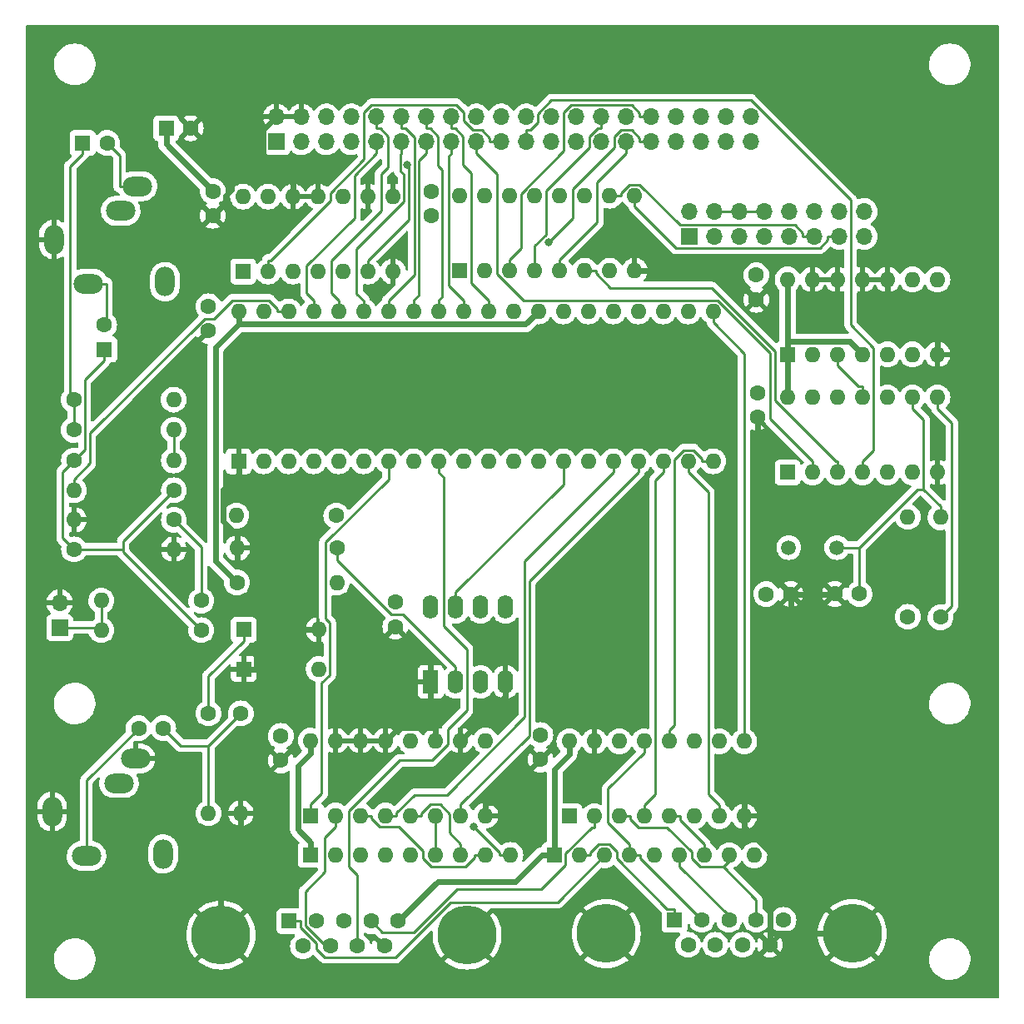
<source format=gbl>
G04 #@! TF.GenerationSoftware,KiCad,Pcbnew,(6.0.6)*
G04 #@! TF.CreationDate,2022-11-01T20:53:13+09:00*
G04 #@! TF.ProjectId,KZ80-YM2149,4b5a3830-2d59-44d3-9231-34392e6b6963,rev?*
G04 #@! TF.SameCoordinates,Original*
G04 #@! TF.FileFunction,Copper,L2,Bot*
G04 #@! TF.FilePolarity,Positive*
%FSLAX46Y46*%
G04 Gerber Fmt 4.6, Leading zero omitted, Abs format (unit mm)*
G04 Created by KiCad (PCBNEW (6.0.6)) date 2022-11-01 20:53:13*
%MOMM*%
%LPD*%
G01*
G04 APERTURE LIST*
G04 #@! TA.AperFunction,ComponentPad*
%ADD10C,1.600000*%
G04 #@! TD*
G04 #@! TA.AperFunction,ComponentPad*
%ADD11O,1.600000X1.600000*%
G04 #@! TD*
G04 #@! TA.AperFunction,ComponentPad*
%ADD12R,1.600000X1.600000*%
G04 #@! TD*
G04 #@! TA.AperFunction,ComponentPad*
%ADD13C,1.500000*%
G04 #@! TD*
G04 #@! TA.AperFunction,ComponentPad*
%ADD14C,6.000000*%
G04 #@! TD*
G04 #@! TA.AperFunction,ComponentPad*
%ADD15O,2.000000X3.000000*%
G04 #@! TD*
G04 #@! TA.AperFunction,ComponentPad*
%ADD16O,3.000000X2.000000*%
G04 #@! TD*
G04 #@! TA.AperFunction,ComponentPad*
%ADD17R,1.700000X1.700000*%
G04 #@! TD*
G04 #@! TA.AperFunction,ComponentPad*
%ADD18O,1.700000X1.700000*%
G04 #@! TD*
G04 #@! TA.AperFunction,ComponentPad*
%ADD19R,1.600000X2.400000*%
G04 #@! TD*
G04 #@! TA.AperFunction,ComponentPad*
%ADD20O,1.600000X2.400000*%
G04 #@! TD*
G04 #@! TA.AperFunction,ViaPad*
%ADD21C,0.800000*%
G04 #@! TD*
G04 #@! TA.AperFunction,Conductor*
%ADD22C,0.250000*%
G04 #@! TD*
G04 #@! TA.AperFunction,Conductor*
%ADD23C,0.600000*%
G04 #@! TD*
G04 APERTURE END LIST*
D10*
X95400000Y-88600000D03*
D11*
X105560000Y-88600000D03*
D10*
X95400000Y-91680000D03*
D11*
X105560000Y-91680000D03*
D10*
X105581000Y-97820000D03*
D11*
X95421000Y-97820000D03*
D10*
X105581000Y-100820000D03*
D11*
X95421000Y-100820000D03*
D10*
X95421300Y-103820000D03*
D11*
X105581300Y-103820000D03*
D12*
X112625000Y-75565000D03*
D11*
X115165000Y-75565000D03*
X117705000Y-75565000D03*
X120245000Y-75565000D03*
X122785000Y-75565000D03*
X125325000Y-75565000D03*
X127865000Y-75565000D03*
X127865000Y-67945000D03*
X125325000Y-67945000D03*
X122785000Y-67945000D03*
X120245000Y-67945000D03*
X117705000Y-67945000D03*
X115165000Y-67945000D03*
X112625000Y-67945000D03*
D13*
X173000000Y-103635000D03*
X168120000Y-103635000D03*
D10*
X175310000Y-108350000D03*
X172810000Y-108350000D03*
X165820000Y-108370000D03*
X168320000Y-108370000D03*
X109550000Y-67400000D03*
X109550000Y-69900000D03*
X131730000Y-67400000D03*
X131730000Y-69900000D03*
X109110000Y-79110000D03*
X109110000Y-81610000D03*
X183550000Y-110730000D03*
D11*
X183550000Y-100570000D03*
D10*
X180230000Y-110680000D03*
D11*
X180230000Y-100520000D03*
D12*
X119500000Y-130900000D03*
D11*
X122040000Y-130900000D03*
X124580000Y-130900000D03*
X127120000Y-130900000D03*
X129660000Y-130900000D03*
X132200000Y-130900000D03*
X134740000Y-130900000D03*
X137280000Y-130900000D03*
X137280000Y-123280000D03*
X134740000Y-123280000D03*
X132200000Y-123280000D03*
X129660000Y-123280000D03*
X127120000Y-123280000D03*
X124580000Y-123280000D03*
X122040000Y-123280000D03*
X119500000Y-123280000D03*
D14*
X149550000Y-142910000D03*
X174580000Y-142910000D03*
D12*
X156500000Y-141500000D03*
D10*
X159270000Y-141500000D03*
X162040000Y-141500000D03*
X164810000Y-141500000D03*
X167580000Y-141500000D03*
X157885000Y-144040000D03*
X160655000Y-144040000D03*
X163425000Y-144040000D03*
X166195000Y-144040000D03*
X116460000Y-122790000D03*
X116460000Y-125290000D03*
X164910000Y-87910000D03*
X164910000Y-90410000D03*
D12*
X119500000Y-134900000D03*
D11*
X122040000Y-134900000D03*
X124580000Y-134900000D03*
X127120000Y-134900000D03*
X129660000Y-134900000D03*
X132200000Y-134900000D03*
X134740000Y-134900000D03*
X137280000Y-134900000D03*
X139820000Y-134900000D03*
D12*
X144300000Y-134940000D03*
D11*
X146840000Y-134940000D03*
X149380000Y-134940000D03*
X151920000Y-134940000D03*
X154460000Y-134940000D03*
X157000000Y-134940000D03*
X159540000Y-134940000D03*
X162080000Y-134940000D03*
X164620000Y-134940000D03*
D10*
X164820000Y-75940000D03*
X164820000Y-78440000D03*
X142860000Y-122700000D03*
X142860000Y-125200000D03*
D15*
X93380000Y-72300000D03*
D16*
X101880000Y-66900000D03*
X100180000Y-69400000D03*
D15*
X104680000Y-76600000D03*
D16*
X96880000Y-76800000D03*
D17*
X158000000Y-72000000D03*
D18*
X158000000Y-69460000D03*
X160540000Y-72000000D03*
X160540000Y-69460000D03*
X163080000Y-72000000D03*
X163080000Y-69460000D03*
X165620000Y-72000000D03*
X165620000Y-69460000D03*
X168160000Y-72000000D03*
X168160000Y-69460000D03*
X170700000Y-72000000D03*
X170700000Y-69460000D03*
X173240000Y-72000000D03*
X173240000Y-69460000D03*
X175780000Y-72000000D03*
X175780000Y-69460000D03*
D17*
X116030000Y-62380000D03*
D18*
X116030000Y-59840000D03*
X118570000Y-62380000D03*
X118570000Y-59840000D03*
X121110000Y-62380000D03*
X121110000Y-59840000D03*
X123650000Y-62380000D03*
X123650000Y-59840000D03*
X126190000Y-62380000D03*
X126190000Y-59840000D03*
X128730000Y-62380000D03*
X128730000Y-59840000D03*
X131270000Y-62380000D03*
X131270000Y-59840000D03*
X133810000Y-62380000D03*
X133810000Y-59840000D03*
X136350000Y-62380000D03*
X136350000Y-59840000D03*
X138890000Y-62380000D03*
X138890000Y-59840000D03*
X141430000Y-62380000D03*
X141430000Y-59840000D03*
X143970000Y-62380000D03*
X143970000Y-59840000D03*
X146510000Y-62380000D03*
X146510000Y-59840000D03*
X149050000Y-62380000D03*
X149050000Y-59840000D03*
X151590000Y-62380000D03*
X151590000Y-59840000D03*
X154130000Y-62380000D03*
X154130000Y-59840000D03*
X156670000Y-62380000D03*
X156670000Y-59840000D03*
X159210000Y-62380000D03*
X159210000Y-59840000D03*
X161750000Y-62380000D03*
X161750000Y-59840000D03*
X164290000Y-62380000D03*
X164290000Y-59840000D03*
D10*
X95420000Y-94790000D03*
D11*
X105580000Y-94790000D03*
D12*
X134680000Y-75480000D03*
D11*
X137220000Y-75480000D03*
X139760000Y-75480000D03*
X142300000Y-75480000D03*
X144840000Y-75480000D03*
X147380000Y-75480000D03*
X149920000Y-75480000D03*
X152460000Y-75480000D03*
X152460000Y-67860000D03*
X149920000Y-67860000D03*
X147380000Y-67860000D03*
X144840000Y-67860000D03*
X142300000Y-67860000D03*
X139760000Y-67860000D03*
X137220000Y-67860000D03*
X134680000Y-67860000D03*
D12*
X168000000Y-96000000D03*
D11*
X170540000Y-96000000D03*
X173080000Y-96000000D03*
X175620000Y-96000000D03*
X178160000Y-96000000D03*
X180700000Y-96000000D03*
X183240000Y-96000000D03*
X183240000Y-88380000D03*
X180700000Y-88380000D03*
X178160000Y-88380000D03*
X175620000Y-88380000D03*
X173080000Y-88380000D03*
X170540000Y-88380000D03*
X168000000Y-88380000D03*
D12*
X145810000Y-130970000D03*
D11*
X148350000Y-130970000D03*
X150890000Y-130970000D03*
X153430000Y-130970000D03*
X155970000Y-130970000D03*
X158510000Y-130970000D03*
X161050000Y-130970000D03*
X163590000Y-130970000D03*
X163590000Y-123350000D03*
X161050000Y-123350000D03*
X158510000Y-123350000D03*
X155970000Y-123350000D03*
X153430000Y-123350000D03*
X150890000Y-123350000D03*
X148350000Y-123350000D03*
X145810000Y-123350000D03*
D12*
X168000000Y-84000000D03*
D11*
X170540000Y-84000000D03*
X173080000Y-84000000D03*
X175620000Y-84000000D03*
X178160000Y-84000000D03*
X180700000Y-84000000D03*
X183240000Y-84000000D03*
X183240000Y-76380000D03*
X180700000Y-76380000D03*
X178160000Y-76380000D03*
X175620000Y-76380000D03*
X173080000Y-76380000D03*
X170540000Y-76380000D03*
X168000000Y-76380000D03*
D12*
X112170000Y-94870000D03*
D11*
X114710000Y-94870000D03*
X117250000Y-94870000D03*
X119790000Y-94870000D03*
X122330000Y-94870000D03*
X124870000Y-94870000D03*
X127410000Y-94870000D03*
X129950000Y-94870000D03*
X132490000Y-94870000D03*
X135030000Y-94870000D03*
X137570000Y-94870000D03*
X140110000Y-94870000D03*
X142650000Y-94870000D03*
X145190000Y-94870000D03*
X147730000Y-94870000D03*
X150270000Y-94870000D03*
X152810000Y-94870000D03*
X155350000Y-94870000D03*
X157890000Y-94870000D03*
X160430000Y-94870000D03*
X160430000Y-79630000D03*
X157890000Y-79630000D03*
X155350000Y-79630000D03*
X152810000Y-79630000D03*
X150270000Y-79630000D03*
X147730000Y-79630000D03*
X145190000Y-79630000D03*
X142650000Y-79630000D03*
X140110000Y-79630000D03*
X137570000Y-79630000D03*
X135030000Y-79630000D03*
X132490000Y-79630000D03*
X129950000Y-79630000D03*
X127410000Y-79630000D03*
X124870000Y-79630000D03*
X122330000Y-79630000D03*
X119790000Y-79630000D03*
X117250000Y-79630000D03*
X114710000Y-79630000D03*
X112170000Y-79630000D03*
D14*
X110370000Y-143050000D03*
X135400000Y-143050000D03*
D12*
X117320000Y-141640000D03*
D10*
X120090000Y-141640000D03*
X122860000Y-141640000D03*
X125630000Y-141640000D03*
X128400000Y-141640000D03*
X118705000Y-144180000D03*
X121475000Y-144180000D03*
X124245000Y-144180000D03*
X127015000Y-144180000D03*
X128100000Y-109200000D03*
X128100000Y-111700000D03*
X102000000Y-122000000D03*
X104500000Y-122000000D03*
D15*
X93200000Y-130500000D03*
D16*
X101700000Y-125100000D03*
X100000000Y-127600000D03*
D15*
X104500000Y-134800000D03*
D16*
X96700000Y-135000000D03*
D10*
X112000000Y-107200000D03*
D11*
X122160000Y-107200000D03*
D10*
X122100000Y-100400000D03*
D11*
X111940000Y-100400000D03*
D10*
X122200000Y-103700000D03*
D11*
X112040000Y-103700000D03*
D10*
X109100000Y-120500000D03*
D11*
X109100000Y-130660000D03*
D10*
X112400000Y-120500000D03*
D11*
X112400000Y-130660000D03*
D17*
X93960000Y-111790000D03*
D18*
X93960000Y-109250000D03*
D10*
X108360000Y-109040000D03*
D11*
X98200000Y-109040000D03*
D10*
X108360000Y-112040000D03*
D11*
X98200000Y-112040000D03*
D12*
X98500000Y-83500000D03*
D10*
X98500000Y-81000000D03*
D12*
X112690000Y-112000000D03*
D11*
X120310000Y-112000000D03*
D12*
X104794900Y-61000000D03*
D10*
X107294900Y-61000000D03*
D19*
X131700000Y-117300000D03*
D20*
X134240000Y-117300000D03*
X136780000Y-117300000D03*
X139320000Y-117300000D03*
X139320000Y-109680000D03*
X136780000Y-109680000D03*
X134240000Y-109680000D03*
X131700000Y-109680000D03*
D12*
X96294900Y-62500000D03*
D10*
X98794900Y-62500000D03*
D12*
X112690000Y-116000000D03*
D11*
X120310000Y-116000000D03*
D21*
X143702500Y-72573500D03*
X129317700Y-64681400D03*
X136093100Y-132025400D03*
D22*
X100054700Y-63759800D02*
X98794900Y-62500000D01*
X100054700Y-66900000D02*
X100054700Y-63759800D01*
X101880000Y-66900000D02*
X100054700Y-66900000D01*
D23*
X116030000Y-59840000D02*
X114679600Y-61190400D01*
X161860000Y-75480000D02*
X152460000Y-75480000D01*
X139019700Y-119000300D02*
X134740000Y-123280000D01*
X110609100Y-100968800D02*
X110609100Y-97731200D01*
X110370000Y-143050000D02*
X110370000Y-133990300D01*
X114679600Y-63619300D02*
X117705000Y-66644700D01*
X166195000Y-142910000D02*
X174580000Y-142910000D01*
X131700000Y-121963800D02*
X128436200Y-121963800D01*
X128436200Y-121963800D02*
X127120000Y-123280000D01*
X132200000Y-123280000D02*
X132200000Y-121979700D01*
X112040000Y-103700000D02*
X112040000Y-102399700D01*
X178220600Y-77680300D02*
X178160000Y-77680300D01*
X109550000Y-69900000D02*
X110850400Y-68599600D01*
X183240000Y-84000000D02*
X183240000Y-82699700D01*
X164910000Y-90410000D02*
X164910000Y-104960000D01*
X131700000Y-115300000D02*
X131700000Y-117300000D01*
X168320000Y-124939700D02*
X168320000Y-108370000D01*
X163590000Y-130970000D02*
X163590000Y-129669700D01*
X166195000Y-142910000D02*
X166195000Y-134631500D01*
X166195000Y-134631500D02*
X163833800Y-132270300D01*
X111462400Y-67268200D02*
X111462400Y-65167500D01*
X168320000Y-108370000D02*
X172790000Y-108370000D01*
X113990300Y-116000000D02*
X113990300Y-114699700D01*
X112040000Y-103700000D02*
X112040000Y-105000300D01*
X111462400Y-65167500D02*
X107294900Y-61000000D01*
X110609100Y-97731200D02*
X112170000Y-96170300D01*
X142860000Y-125200000D02*
X138460300Y-129599700D01*
X110850400Y-68599600D02*
X110850400Y-67880200D01*
X178160000Y-76380000D02*
X178160000Y-77680300D01*
X139320000Y-119000300D02*
X139019700Y-119000300D01*
X112040000Y-102399700D02*
X110609100Y-100968800D01*
X113990300Y-114699700D02*
X116690000Y-112000000D01*
X166195000Y-144040000D02*
X166195000Y-142910000D01*
X131700000Y-117300000D02*
X131700000Y-119000300D01*
X116690000Y-109650300D02*
X116690000Y-112000000D01*
X163590000Y-130970000D02*
X163590000Y-132270300D01*
X116690000Y-112000000D02*
X119009700Y-112000000D01*
X113131400Y-65167500D02*
X111462400Y-65167500D01*
X110850400Y-67880200D02*
X111462400Y-67268200D01*
X112690000Y-116000000D02*
X113990300Y-116000000D01*
X137280000Y-130900000D02*
X137280000Y-129599700D01*
X128100000Y-111700000D02*
X131700000Y-115300000D01*
X172790000Y-108370000D02*
X172810000Y-108350000D01*
X131700000Y-119000300D02*
X131700000Y-121963800D01*
X120310000Y-112000000D02*
X119009700Y-112000000D01*
X114679600Y-61190400D02*
X114679600Y-63619300D01*
X163590000Y-129669700D02*
X168320000Y-124939700D01*
X163833800Y-132270300D02*
X163590000Y-132270300D01*
X138460300Y-129599700D02*
X137280000Y-129599700D01*
X112040000Y-105000300D02*
X116690000Y-109650300D01*
X112170000Y-94870000D02*
X112170000Y-96170300D01*
X131715900Y-121979700D02*
X131700000Y-121963800D01*
X112400000Y-130660000D02*
X112400000Y-131960300D01*
X114679600Y-63619300D02*
X113131400Y-65167500D01*
X117705000Y-67945000D02*
X117705000Y-66644700D01*
X139320000Y-117300000D02*
X139320000Y-119000300D01*
X110370000Y-133990300D02*
X112400000Y-131960300D01*
X132200000Y-121979700D02*
X131715900Y-121979700D01*
X164910000Y-104960000D02*
X168320000Y-108370000D01*
X164820000Y-78440000D02*
X161860000Y-75480000D01*
X183240000Y-82699700D02*
X178220600Y-77680300D01*
D22*
X172884200Y-94874700D02*
X166689900Y-88680400D01*
X173080000Y-96000000D02*
X173080000Y-94874700D01*
X149986400Y-77242500D02*
X148505300Y-75761400D01*
X166689900Y-88680400D02*
X166689900Y-83651600D01*
X160280800Y-77242500D02*
X149986400Y-77242500D01*
X173080000Y-94874700D02*
X172884200Y-94874700D01*
X166689900Y-83651600D02*
X160280800Y-77242500D01*
X148505300Y-75761400D02*
X148505300Y-75480000D01*
X147380000Y-75480000D02*
X148505300Y-75480000D01*
D23*
X104794900Y-62644900D02*
X104794900Y-61000000D01*
X118199700Y-125880600D02*
X119500000Y-124580300D01*
X142999700Y-134940000D02*
X140306100Y-137633600D01*
X168000000Y-84000000D02*
X168000000Y-88380000D01*
X112170000Y-80930300D02*
X109808800Y-83291500D01*
X132406400Y-137633600D02*
X128400000Y-141640000D01*
X174306000Y-82686000D02*
X168000000Y-82686000D01*
X119500000Y-134900000D02*
X119500000Y-133599700D01*
X112170000Y-79630000D02*
X112170000Y-80730200D01*
X175620000Y-84000000D02*
X174306000Y-82686000D01*
X118199700Y-132299400D02*
X118199700Y-125880600D01*
X119500000Y-123280000D02*
X119500000Y-124580300D01*
X144300000Y-126160300D02*
X144300000Y-134940000D01*
X141349700Y-80930300D02*
X142650000Y-79630000D01*
X168000000Y-76380000D02*
X168000000Y-82686000D01*
X109808800Y-105008800D02*
X112000000Y-107200000D01*
X145810000Y-124650300D02*
X144300000Y-126160300D01*
X119500000Y-133599700D02*
X118199700Y-132299400D01*
X168000000Y-82686000D02*
X168000000Y-84000000D01*
X145810000Y-123350000D02*
X145810000Y-124650300D01*
X144300000Y-134940000D02*
X142999700Y-134940000D01*
X109550000Y-67400000D02*
X104794900Y-62644900D01*
X112170000Y-80930300D02*
X141349700Y-80930300D01*
X140306100Y-137633600D02*
X132406400Y-137633600D01*
X109808800Y-83291500D02*
X109808800Y-105008800D01*
X112170000Y-80730200D02*
X112170000Y-80930300D01*
D22*
X135833700Y-76768400D02*
X135833700Y-65569300D01*
X135833700Y-65569300D02*
X134985300Y-64720900D01*
X137570000Y-79630000D02*
X137570000Y-78504700D01*
X134177400Y-61015300D02*
X133810000Y-61015300D01*
X134985300Y-64720900D02*
X134985300Y-61823200D01*
X134985300Y-61823200D02*
X134177400Y-61015300D01*
X133810000Y-59840000D02*
X133810000Y-61015300D01*
X137570000Y-78504700D02*
X135833700Y-76768400D01*
X133810000Y-62380000D02*
X133810000Y-63555300D01*
X135030000Y-78504700D02*
X133516400Y-76991100D01*
X135030000Y-79630000D02*
X135030000Y-78504700D01*
X133516400Y-76991100D02*
X133516400Y-63848900D01*
X133516400Y-63848900D02*
X133810000Y-63555300D01*
X131637400Y-61015300D02*
X131270000Y-61015300D01*
X131270000Y-59840000D02*
X131270000Y-61015300D01*
X132490000Y-78504700D02*
X132855400Y-78139300D01*
X132855400Y-78139300D02*
X132855400Y-65236100D01*
X132490000Y-79630000D02*
X132490000Y-78504700D01*
X132445300Y-64826000D02*
X132445300Y-61823200D01*
X132855400Y-65236100D02*
X132445300Y-64826000D01*
X132445300Y-61823200D02*
X131637400Y-61015300D01*
X131270000Y-62380000D02*
X131270000Y-63555300D01*
X129950000Y-78504700D02*
X130493300Y-77961400D01*
X130493300Y-64332000D02*
X131270000Y-63555300D01*
X130493300Y-77961400D02*
X130493300Y-64332000D01*
X129950000Y-79630000D02*
X129950000Y-78504700D01*
X130043000Y-61961000D02*
X129097300Y-61015300D01*
X129097300Y-61015300D02*
X128730000Y-61015300D01*
X127410000Y-79630000D02*
X127410000Y-78504700D01*
X130043000Y-75871700D02*
X130043000Y-61961000D01*
X127410000Y-78504700D02*
X130043000Y-75871700D01*
X128730000Y-59840000D02*
X128730000Y-61015300D01*
X129002400Y-65761400D02*
X129002400Y-68418700D01*
X128730000Y-62380000D02*
X128730000Y-63555300D01*
X128592400Y-63692900D02*
X128592400Y-65351400D01*
X128730000Y-63555300D02*
X128592400Y-63692900D01*
X129002400Y-68418700D02*
X124180500Y-73240600D01*
X124870000Y-79630000D02*
X124870000Y-78504700D01*
X128592400Y-65351400D02*
X129002400Y-65761400D01*
X124180500Y-77815200D02*
X124870000Y-78504700D01*
X124180500Y-73240600D02*
X124180500Y-77815200D01*
X126640400Y-69407800D02*
X126640400Y-65678300D01*
X121616900Y-77791600D02*
X121616900Y-74431300D01*
X121616900Y-74431300D02*
X126640400Y-69407800D01*
X122330000Y-79630000D02*
X122330000Y-78504700D01*
X126190000Y-59840000D02*
X126190000Y-61015300D01*
X126640400Y-65678300D02*
X127365300Y-64953400D01*
X127365300Y-61823200D02*
X126557400Y-61015300D01*
X127365300Y-64953400D02*
X127365300Y-61823200D01*
X122330000Y-78504700D02*
X121616900Y-77791600D01*
X126557400Y-61015300D02*
X126190000Y-61015300D01*
X123946600Y-65798700D02*
X126190000Y-63555300D01*
X119076900Y-74982600D02*
X123946600Y-70112900D01*
X126190000Y-62380000D02*
X126190000Y-63555300D01*
X119790000Y-78504700D02*
X119076900Y-77791600D01*
X119790000Y-79630000D02*
X119790000Y-78504700D01*
X123946600Y-70112900D02*
X123946600Y-65798700D01*
X119076900Y-77791600D02*
X119076900Y-74982600D01*
X143702500Y-72573500D02*
X146176100Y-70099900D01*
X146176100Y-70099900D02*
X146176100Y-67154100D01*
X150414600Y-62915600D02*
X150414600Y-61854400D01*
X151064300Y-61204700D02*
X152146800Y-61204700D01*
X150414600Y-61854400D02*
X151064300Y-61204700D01*
X154130000Y-62380000D02*
X152954700Y-62380000D01*
X146176100Y-67154100D02*
X150414600Y-62915600D01*
X152954700Y-62012600D02*
X152954700Y-62380000D01*
X152146800Y-61204700D02*
X152954700Y-62012600D01*
X154130000Y-59840000D02*
X152954700Y-59840000D01*
X152954700Y-59474700D02*
X152954700Y-59840000D01*
X145982400Y-58647700D02*
X152127700Y-58647700D01*
X145240000Y-59390100D02*
X145982400Y-58647700D01*
X140885300Y-73229400D02*
X140885300Y-67662400D01*
X140885300Y-67662400D02*
X145240000Y-63307700D01*
X145240000Y-63307700D02*
X145240000Y-59390100D01*
X139760000Y-74354700D02*
X140885300Y-73229400D01*
X152127700Y-58647700D02*
X152954700Y-59474700D01*
X139760000Y-75480000D02*
X139760000Y-74354700D01*
X143425300Y-67365000D02*
X143425300Y-71825000D01*
X148682600Y-61015300D02*
X147874700Y-61823200D01*
X147874700Y-62915600D02*
X143425300Y-67365000D01*
X147874700Y-61823200D02*
X147874700Y-62915600D01*
X149050000Y-61015300D02*
X148682600Y-61015300D01*
X142300000Y-72950300D02*
X142300000Y-74354700D01*
X149050000Y-59840000D02*
X149050000Y-61015300D01*
X142300000Y-75480000D02*
X142300000Y-74354700D01*
X143425300Y-71825000D02*
X142300000Y-72950300D01*
X148650000Y-66495300D02*
X151590000Y-63555300D01*
X148650000Y-70544700D02*
X148650000Y-66495300D01*
X151590000Y-62380000D02*
X151590000Y-63555300D01*
X144840000Y-74354700D02*
X148650000Y-70544700D01*
X144840000Y-75480000D02*
X144840000Y-74354700D01*
X135080000Y-60254200D02*
X135080000Y-59360000D01*
X125691000Y-58620100D02*
X124920000Y-59391100D01*
X124920000Y-64154400D02*
X121515000Y-67559400D01*
X115446300Y-74439700D02*
X115165000Y-74439700D01*
X124920000Y-59391100D02*
X124920000Y-64154400D01*
X137714700Y-62012600D02*
X136906800Y-61204700D01*
X121515000Y-68371000D02*
X115446300Y-74439700D01*
X134340100Y-58620100D02*
X125691000Y-58620100D01*
X138890000Y-62380000D02*
X137714700Y-62380000D01*
X135080000Y-59360000D02*
X134340100Y-58620100D01*
X136030500Y-61204700D02*
X135080000Y-60254200D01*
X121515000Y-67559400D02*
X121515000Y-68371000D01*
X136906800Y-61204700D02*
X136030500Y-61204700D01*
X115165000Y-75565000D02*
X115165000Y-74439700D01*
X137714700Y-62380000D02*
X137714700Y-62012600D01*
X160906000Y-78504600D02*
X141190800Y-78504600D01*
X170540000Y-96000000D02*
X170540000Y-94874700D01*
X138490000Y-65695300D02*
X136350000Y-63555300D01*
X138490000Y-75803800D02*
X138490000Y-65695300D01*
X170540000Y-94874700D02*
X166239500Y-90574200D01*
X141190800Y-78504600D02*
X138490000Y-75803800D01*
X166239500Y-90574200D02*
X166239500Y-83838100D01*
X166239500Y-83838100D02*
X160906000Y-78504600D01*
X136350000Y-62380000D02*
X136350000Y-63555300D01*
X141430000Y-61204700D02*
X141797400Y-61204700D01*
X174422200Y-81002000D02*
X176745300Y-83325100D01*
X174422200Y-68307000D02*
X174422200Y-81002000D01*
X176745300Y-83325100D02*
X176745300Y-93749400D01*
X141797400Y-61204700D02*
X142605300Y-60396800D01*
X141430000Y-62380000D02*
X141430000Y-61204700D01*
X175620000Y-96000000D02*
X175620000Y-94874700D01*
X164260900Y-58145700D02*
X174422200Y-68307000D01*
X143983100Y-58145700D02*
X164260900Y-58145700D01*
X142605300Y-59523500D02*
X143983100Y-58145700D01*
X142605300Y-60396800D02*
X142605300Y-59523500D01*
X176745300Y-93749400D02*
X175620000Y-94874700D01*
X125325000Y-75565000D02*
X125325000Y-74439700D01*
X129454900Y-64818600D02*
X129454900Y-70309800D01*
X129454900Y-70309800D02*
X125325000Y-74439700D01*
X129317700Y-64681400D02*
X129454900Y-64818600D01*
X160430000Y-80755300D02*
X163590000Y-83915300D01*
X163590000Y-83915300D02*
X163590000Y-123350000D01*
X160430000Y-79630000D02*
X160430000Y-80755300D01*
X133614700Y-130722700D02*
X133614700Y-132649400D01*
X131673500Y-129774700D02*
X132666700Y-129774700D01*
X134740000Y-134900000D02*
X134740000Y-133774700D01*
X133614700Y-132649400D02*
X134740000Y-133774700D01*
X132666700Y-129774700D02*
X133614700Y-130722700D01*
X130785300Y-130662900D02*
X131673500Y-129774700D01*
X130785300Y-130900000D02*
X130785300Y-130662900D01*
X129660000Y-130900000D02*
X130785300Y-130900000D01*
X120914700Y-133150600D02*
X120914700Y-136621700D01*
X122040000Y-132025300D02*
X120914700Y-133150600D01*
X118934100Y-142128700D02*
X120985400Y-144180000D01*
X122040000Y-130900000D02*
X122040000Y-132025300D01*
X139820000Y-134900000D02*
X138694700Y-134900000D01*
X120914700Y-136621700D02*
X118934100Y-138602300D01*
X118934100Y-138602300D02*
X118934100Y-142128700D01*
X138694700Y-134900000D02*
X138694700Y-134627000D01*
X138694700Y-134627000D02*
X136093100Y-132025400D01*
X120985400Y-144180000D02*
X121475000Y-144180000D01*
X128548400Y-125283700D02*
X131828400Y-125283700D01*
X133028400Y-96533700D02*
X132490000Y-95995300D01*
X133028400Y-111636700D02*
X133028400Y-96533700D01*
X132490000Y-94870000D02*
X132490000Y-95995300D01*
X133470000Y-122088900D02*
X135393400Y-120165500D01*
X123403400Y-136067400D02*
X123403400Y-130428700D01*
X124245000Y-136909000D02*
X123403400Y-136067400D01*
X133470000Y-123642100D02*
X133470000Y-122088900D01*
X123403400Y-130428700D02*
X128548400Y-125283700D01*
X135393400Y-120165500D02*
X135393400Y-114001700D01*
X135393400Y-114001700D02*
X133028400Y-111636700D01*
X131828400Y-125283700D02*
X133470000Y-123642100D01*
X124245000Y-144180000D02*
X124245000Y-136909000D01*
X181825300Y-90630600D02*
X181825300Y-97720000D01*
X180700000Y-88380000D02*
X180700000Y-89505300D01*
X181825300Y-97720000D02*
X183550000Y-99444700D01*
X183550000Y-100570000D02*
X183550000Y-99444700D01*
X175310000Y-103635000D02*
X175310000Y-108350000D01*
X181225000Y-97720000D02*
X175310000Y-103635000D01*
X180700000Y-89505300D02*
X181825300Y-90630600D01*
X175310000Y-103635000D02*
X173000000Y-103635000D01*
X181825300Y-97720000D02*
X181225000Y-97720000D01*
X125705300Y-131181400D02*
X125705300Y-130900000D01*
X126549200Y-132025300D02*
X125705300Y-131181400D01*
X130930000Y-135232000D02*
X130930000Y-134503300D01*
X131771900Y-136073900D02*
X130930000Y-135232000D01*
X136154700Y-135181300D02*
X135262100Y-136073900D01*
X124580000Y-130900000D02*
X125705300Y-130900000D01*
X130930000Y-134503300D02*
X128452000Y-132025300D01*
X136154700Y-134900000D02*
X136154700Y-135181300D01*
X137280000Y-134900000D02*
X136154700Y-134900000D01*
X135262100Y-136073900D02*
X131771900Y-136073900D01*
X128452000Y-132025300D02*
X126549200Y-132025300D01*
X132200000Y-134900000D02*
X132200000Y-130900000D01*
X157000000Y-136065300D02*
X162040000Y-141105300D01*
X162040000Y-141105300D02*
X162040000Y-141500000D01*
X157000000Y-134940000D02*
X157000000Y-136065300D01*
X149734500Y-131629200D02*
X151920000Y-133814700D01*
X153045300Y-134940000D02*
X153045300Y-135275300D01*
X151920000Y-134940000D02*
X153045300Y-134940000D01*
X153045300Y-135275300D02*
X159270000Y-141500000D01*
X153430000Y-124475300D02*
X149734500Y-128170800D01*
X153430000Y-123350000D02*
X153430000Y-124475300D01*
X151920000Y-134940000D02*
X151920000Y-133814700D01*
X149734500Y-128170800D02*
X149734500Y-131629200D01*
X161461100Y-136137800D02*
X164810000Y-139486700D01*
X164810000Y-139486700D02*
X164810000Y-141500000D01*
X158270000Y-135261800D02*
X159146000Y-136137800D01*
X152015300Y-130970000D02*
X152015300Y-131251400D01*
X155752800Y-132095300D02*
X158270000Y-134612500D01*
X162080000Y-134940000D02*
X162080000Y-135518900D01*
X158270000Y-134612500D02*
X158270000Y-135261800D01*
X159146000Y-136137800D02*
X161461100Y-136137800D01*
X150890000Y-130970000D02*
X152015300Y-130970000D01*
X152015300Y-131251400D02*
X152859200Y-132095300D01*
X152859200Y-132095300D02*
X155752800Y-132095300D01*
X161461100Y-136137800D02*
X162080000Y-135518900D01*
X155739600Y-140374700D02*
X150650000Y-135285100D01*
X150650000Y-135285100D02*
X150650000Y-134588600D01*
X150650000Y-134588600D02*
X149876100Y-133814700D01*
X156500000Y-141500000D02*
X156500000Y-140374700D01*
X156500000Y-140374700D02*
X155739600Y-140374700D01*
X148809200Y-133814700D02*
X147965300Y-134658600D01*
X147965300Y-134658600D02*
X147965300Y-134940000D01*
X146840000Y-134940000D02*
X147965300Y-134940000D01*
X149876100Y-133814700D02*
X148809200Y-133814700D01*
X98705300Y-76800000D02*
X98705300Y-80794700D01*
X98705300Y-80794700D02*
X98500000Y-81000000D01*
X96880000Y-76800000D02*
X98705300Y-76800000D01*
X165620000Y-69460000D02*
X163080000Y-69460000D01*
X163080000Y-69460000D02*
X160540000Y-69460000D01*
X152949700Y-66733600D02*
X157040800Y-70824700D01*
X170700000Y-72000000D02*
X169524700Y-72000000D01*
X151045300Y-67578700D02*
X151890400Y-66733600D01*
X157040800Y-70824700D02*
X168716800Y-70824700D01*
X168716800Y-70824700D02*
X169524700Y-71632600D01*
X149920000Y-67860000D02*
X151045300Y-67860000D01*
X169524700Y-71632600D02*
X169524700Y-72000000D01*
X151890400Y-66733600D02*
X152949700Y-66733600D01*
X151045300Y-67860000D02*
X151045300Y-67578700D01*
X171256800Y-73175300D02*
X172064700Y-72367400D01*
X173240000Y-72000000D02*
X172064700Y-72000000D01*
X152460000Y-67860000D02*
X152460000Y-68985300D01*
X152460000Y-68985300D02*
X156650000Y-73175300D01*
X156650000Y-73175300D02*
X171256800Y-73175300D01*
X172064700Y-72367400D02*
X172064700Y-72000000D01*
X120090000Y-144440600D02*
X120957900Y-145308500D01*
X128115000Y-145308500D02*
X133698900Y-139724600D01*
X144595400Y-139724600D02*
X149380000Y-134940000D01*
X120957900Y-145308500D02*
X128115000Y-145308500D01*
X118445300Y-142276800D02*
X120090000Y-143921500D01*
X118445300Y-141640000D02*
X118445300Y-142276800D01*
X117320000Y-141640000D02*
X118445300Y-141640000D01*
X120090000Y-143921500D02*
X120090000Y-144440600D01*
X133698900Y-139724600D02*
X144595400Y-139724600D01*
X159540000Y-134940000D02*
X159540000Y-133814700D01*
X155970000Y-130970000D02*
X157095300Y-130970000D01*
X159540000Y-133814700D02*
X157095300Y-131370000D01*
X157095300Y-131370000D02*
X157095300Y-130970000D01*
X145425400Y-135901100D02*
X142919800Y-138406700D01*
X130016100Y-142770500D02*
X126760500Y-142770500D01*
X148350000Y-130970000D02*
X148350000Y-132095300D01*
X134379900Y-138406700D02*
X130016100Y-142770500D01*
X142919800Y-138406700D02*
X134379900Y-138406700D01*
X126760500Y-142770500D02*
X125630000Y-141640000D01*
X145425400Y-134738600D02*
X145425400Y-135901100D01*
X148350000Y-132095300D02*
X148068700Y-132095300D01*
X148068700Y-132095300D02*
X145425400Y-134738600D01*
X105560000Y-93644700D02*
X105560000Y-91680000D01*
X105580000Y-93664700D02*
X105560000Y-93644700D01*
X105580000Y-94790000D02*
X105580000Y-93664700D01*
X117250000Y-79630000D02*
X116124700Y-79630000D01*
X108700000Y-80360000D02*
X109660200Y-80360000D01*
X109660200Y-80360000D02*
X111519100Y-78501100D01*
X115277100Y-78501100D02*
X116124700Y-79348700D01*
X116124700Y-79348700D02*
X116124700Y-79630000D01*
X95421000Y-96694700D02*
X97044600Y-95071100D01*
X95421000Y-97820000D02*
X95421000Y-96694700D01*
X97044600Y-92015400D02*
X108700000Y-80360000D01*
X97044600Y-95071100D02*
X97044600Y-92015400D01*
X111519100Y-78501100D02*
X115277100Y-78501100D01*
X183240000Y-88380000D02*
X183240000Y-89505300D01*
X184692300Y-109587700D02*
X183550000Y-110730000D01*
X184692300Y-90957600D02*
X184692300Y-109587700D01*
X183240000Y-89505300D02*
X184692300Y-90957600D01*
X175209400Y-87254700D02*
X175620000Y-87254700D01*
X173080000Y-85125300D02*
X175209400Y-87254700D01*
X175620000Y-88380000D02*
X175620000Y-87254700D01*
X173080000Y-84000000D02*
X173080000Y-85125300D01*
X161050000Y-130970000D02*
X161050000Y-129844700D01*
X159924700Y-128719400D02*
X161050000Y-129844700D01*
X157890000Y-94870000D02*
X157890000Y-95995300D01*
X157890000Y-95995300D02*
X159924700Y-98030000D01*
X159924700Y-98030000D02*
X159924700Y-128719400D01*
X158440200Y-93724200D02*
X157434000Y-93724200D01*
X157434000Y-93724200D02*
X156494500Y-94663700D01*
X159304700Y-94588700D02*
X158440200Y-93724200D01*
X156494500Y-121700200D02*
X155970000Y-122224700D01*
X159304700Y-94870000D02*
X159304700Y-94588700D01*
X155970000Y-123350000D02*
X155970000Y-122224700D01*
X160430000Y-94870000D02*
X159304700Y-94870000D01*
X156494500Y-94663700D02*
X156494500Y-121700200D01*
X154555300Y-128719400D02*
X153430000Y-129844700D01*
X153430000Y-130970000D02*
X153430000Y-129844700D01*
X154555300Y-96790000D02*
X154555300Y-128719400D01*
X155350000Y-94870000D02*
X155350000Y-95995300D01*
X155350000Y-95995300D02*
X154555300Y-96790000D01*
X119500000Y-130900000D02*
X119500000Y-129774700D01*
X120625300Y-128649400D02*
X119500000Y-129774700D01*
X121439000Y-111281200D02*
X121439000Y-116601000D01*
X121003800Y-110846000D02*
X121439000Y-111281200D01*
X127410000Y-94870000D02*
X127410000Y-96686600D01*
X121439000Y-116601000D02*
X120625300Y-117414700D01*
X127410000Y-96686600D02*
X121003800Y-103092800D01*
X121003800Y-103092800D02*
X121003800Y-110846000D01*
X120625300Y-117414700D02*
X120625300Y-128649400D01*
X141284200Y-120887900D02*
X133392900Y-128779200D01*
X128245300Y-130618700D02*
X128245300Y-130900000D01*
X133392900Y-128779200D02*
X130084800Y-128779200D01*
X127120000Y-130900000D02*
X128245300Y-130900000D01*
X130084800Y-128779200D02*
X128245300Y-130618700D01*
X141284200Y-104981100D02*
X141284200Y-120887900D01*
X150270000Y-95995300D02*
X141284200Y-104981100D01*
X150270000Y-94870000D02*
X150270000Y-95995300D01*
X141734600Y-107070700D02*
X152810000Y-95995300D01*
X152810000Y-94870000D02*
X152810000Y-95995300D01*
X141734600Y-122780100D02*
X141734600Y-107070700D01*
X134740000Y-130900000D02*
X134740000Y-129774700D01*
X134740000Y-129774700D02*
X141734600Y-122780100D01*
X109100000Y-123800000D02*
X106300000Y-123800000D01*
X109100000Y-123800000D02*
X112400000Y-120500000D01*
X109100000Y-130660000D02*
X109100000Y-123800000D01*
X106300000Y-123800000D02*
X104500000Y-122000000D01*
X96700000Y-127300000D02*
X102000000Y-122000000D01*
X96700000Y-135000000D02*
X96700000Y-127300000D01*
X112690000Y-112000000D02*
X112690000Y-113125300D01*
X112690000Y-113125300D02*
X109100000Y-116715300D01*
X109100000Y-116715300D02*
X109100000Y-120500000D01*
X134240000Y-109680000D02*
X134240000Y-108154700D01*
X134240000Y-108154700D02*
X145190000Y-97204700D01*
X145190000Y-97204700D02*
X145190000Y-94870000D01*
X127721000Y-110450000D02*
X122200000Y-104929000D01*
X128915300Y-110450000D02*
X127721000Y-110450000D01*
X134240000Y-115774700D02*
X128915300Y-110450000D01*
X134240000Y-117300000D02*
X134240000Y-115774700D01*
X122200000Y-104929000D02*
X122200000Y-103700000D01*
X98200000Y-112040000D02*
X98200000Y-111790000D01*
X98200000Y-111790000D02*
X98200000Y-109040000D01*
X93960000Y-111790000D02*
X95135300Y-111790000D01*
X98200000Y-111790000D02*
X95135300Y-111790000D01*
X108360000Y-109040000D02*
X108360000Y-103599000D01*
X95052700Y-88252700D02*
X95052700Y-64867500D01*
X95400000Y-88600000D02*
X95052700Y-88252700D01*
X96294900Y-62500000D02*
X96294900Y-63625300D01*
X108360000Y-103599000D02*
X105581000Y-100820000D01*
X95400000Y-91680000D02*
X95400000Y-88600000D01*
X95052700Y-64867500D02*
X96294900Y-63625300D01*
X96525400Y-93684600D02*
X96525400Y-86599900D01*
X96525400Y-86599900D02*
X98500000Y-84625300D01*
X108360000Y-112040000D02*
X100432000Y-104112000D01*
X95420000Y-94790000D02*
X96525400Y-93684600D01*
X94281700Y-102680400D02*
X94281700Y-95928300D01*
X98500000Y-83500000D02*
X98500000Y-84625300D01*
X100432000Y-103820000D02*
X95421300Y-103820000D01*
X100432000Y-104112000D02*
X100432000Y-103820000D01*
X100432000Y-103820000D02*
X100432000Y-102969000D01*
X94281700Y-95928300D02*
X95420000Y-94790000D01*
X100432000Y-102969000D02*
X105581000Y-97820000D01*
X95421300Y-103820000D02*
X94281700Y-102680400D01*
G04 #@! TA.AperFunction,Conductor*
G36*
X189433621Y-50528502D02*
G01*
X189480114Y-50582158D01*
X189491500Y-50634500D01*
X189491500Y-149365500D01*
X189471498Y-149433621D01*
X189417842Y-149480114D01*
X189365500Y-149491500D01*
X90634500Y-149491500D01*
X90566379Y-149471498D01*
X90519886Y-149417842D01*
X90508500Y-149365500D01*
X90508500Y-145632703D01*
X93390743Y-145632703D01*
X93391302Y-145636947D01*
X93391302Y-145636951D01*
X93401752Y-145716322D01*
X93428268Y-145917734D01*
X93429401Y-145921874D01*
X93429401Y-145921876D01*
X93450415Y-145998689D01*
X93504129Y-146195036D01*
X93505813Y-146198984D01*
X93593151Y-146403743D01*
X93616923Y-146459476D01*
X93764561Y-146706161D01*
X93944313Y-146930528D01*
X94152851Y-147128423D01*
X94386317Y-147296186D01*
X94390112Y-147298195D01*
X94390113Y-147298196D01*
X94411869Y-147309715D01*
X94640392Y-147430712D01*
X94910373Y-147529511D01*
X95191264Y-147590755D01*
X95219841Y-147593004D01*
X95414282Y-147608307D01*
X95414291Y-147608307D01*
X95416739Y-147608500D01*
X95572271Y-147608500D01*
X95574407Y-147608354D01*
X95574418Y-147608354D01*
X95782548Y-147594165D01*
X95782554Y-147594164D01*
X95786825Y-147593873D01*
X95791020Y-147593004D01*
X95791022Y-147593004D01*
X95927583Y-147564724D01*
X96068342Y-147535574D01*
X96339343Y-147439607D01*
X96594812Y-147307750D01*
X96598313Y-147305289D01*
X96598317Y-147305287D01*
X96712417Y-147225096D01*
X96830023Y-147142441D01*
X97040622Y-146946740D01*
X97222713Y-146724268D01*
X97372927Y-146479142D01*
X97472750Y-146251740D01*
X97486757Y-146219830D01*
X97488483Y-146215898D01*
X97567244Y-145939406D01*
X97600578Y-145705186D01*
X108079960Y-145705186D01*
X108087418Y-145715554D01*
X108302662Y-145889854D01*
X108307984Y-145893721D01*
X108610823Y-146090387D01*
X108616532Y-146093683D01*
X108938275Y-146257620D01*
X108944286Y-146260296D01*
X109281395Y-146389700D01*
X109287672Y-146391740D01*
X109636463Y-146485198D01*
X109642901Y-146486567D01*
X109999560Y-146543055D01*
X110006104Y-146543743D01*
X110366699Y-146562641D01*
X110373301Y-146562641D01*
X110733896Y-146543743D01*
X110740440Y-146543055D01*
X111097099Y-146486567D01*
X111103537Y-146485198D01*
X111452328Y-146391740D01*
X111458605Y-146389700D01*
X111795714Y-146260296D01*
X111801725Y-146257620D01*
X112123468Y-146093683D01*
X112129177Y-146090387D01*
X112432016Y-145893721D01*
X112437338Y-145889854D01*
X112651634Y-145716322D01*
X112660100Y-145704067D01*
X112653766Y-145692976D01*
X110382812Y-143422022D01*
X110368868Y-143414408D01*
X110367035Y-143414539D01*
X110360420Y-143418790D01*
X108087100Y-145692110D01*
X108079960Y-145705186D01*
X97600578Y-145705186D01*
X97607751Y-145654784D01*
X97607845Y-145636951D01*
X97609235Y-145371583D01*
X97609235Y-145371576D01*
X97609257Y-145367297D01*
X97607441Y-145353498D01*
X97586255Y-145192582D01*
X97571732Y-145082266D01*
X97495871Y-144804964D01*
X97477335Y-144761507D01*
X97384763Y-144544476D01*
X97384761Y-144544472D01*
X97383077Y-144540524D01*
X97300535Y-144402607D01*
X97237643Y-144297521D01*
X97237640Y-144297517D01*
X97235439Y-144293839D01*
X97055687Y-144069472D01*
X96909413Y-143930663D01*
X96850258Y-143874527D01*
X96850255Y-143874525D01*
X96847149Y-143871577D01*
X96613683Y-143703814D01*
X96591843Y-143692250D01*
X96546001Y-143667978D01*
X96359608Y-143569288D01*
X96205952Y-143513058D01*
X96093658Y-143471964D01*
X96093656Y-143471963D01*
X96089627Y-143470489D01*
X95808736Y-143409245D01*
X95777685Y-143406801D01*
X95585718Y-143391693D01*
X95585709Y-143391693D01*
X95583261Y-143391500D01*
X95427729Y-143391500D01*
X95425593Y-143391646D01*
X95425582Y-143391646D01*
X95217452Y-143405835D01*
X95217446Y-143405836D01*
X95213175Y-143406127D01*
X95208980Y-143406996D01*
X95208978Y-143406996D01*
X95136420Y-143422022D01*
X94931658Y-143464426D01*
X94660657Y-143560393D01*
X94405188Y-143692250D01*
X94401687Y-143694711D01*
X94401683Y-143694713D01*
X94340095Y-143737998D01*
X94169977Y-143857559D01*
X94154892Y-143871577D01*
X93967756Y-144045475D01*
X93959378Y-144053260D01*
X93777287Y-144275732D01*
X93627073Y-144520858D01*
X93625347Y-144524791D01*
X93625346Y-144524792D01*
X93513243Y-144780170D01*
X93511517Y-144784102D01*
X93432756Y-145060594D01*
X93413803Y-145193766D01*
X93393879Y-145333766D01*
X93392249Y-145345216D01*
X93392227Y-145349505D01*
X93392226Y-145349512D01*
X93391042Y-145575554D01*
X93390743Y-145632703D01*
X90508500Y-145632703D01*
X90508500Y-143053301D01*
X106857359Y-143053301D01*
X106876257Y-143413896D01*
X106876945Y-143420440D01*
X106933433Y-143777099D01*
X106934802Y-143783537D01*
X107028260Y-144132328D01*
X107030300Y-144138605D01*
X107159704Y-144475714D01*
X107162380Y-144481725D01*
X107326317Y-144803468D01*
X107329613Y-144809177D01*
X107526279Y-145112016D01*
X107530146Y-145117338D01*
X107703678Y-145331634D01*
X107715933Y-145340100D01*
X107727024Y-145333766D01*
X109997978Y-143062812D01*
X110004356Y-143051132D01*
X110734408Y-143051132D01*
X110734539Y-143052965D01*
X110738790Y-143059580D01*
X113012110Y-145332900D01*
X113025186Y-145340040D01*
X113035554Y-145332582D01*
X113209854Y-145117338D01*
X113213721Y-145112016D01*
X113410387Y-144809177D01*
X113413683Y-144803468D01*
X113577620Y-144481725D01*
X113580296Y-144475714D01*
X113709700Y-144138605D01*
X113711740Y-144132328D01*
X113805198Y-143783537D01*
X113806567Y-143777099D01*
X113863055Y-143420440D01*
X113863743Y-143413896D01*
X113882641Y-143053301D01*
X113882641Y-143046699D01*
X113863743Y-142686104D01*
X113863055Y-142679560D01*
X113806567Y-142322901D01*
X113805198Y-142316463D01*
X113711740Y-141967672D01*
X113709700Y-141961395D01*
X113580296Y-141624286D01*
X113577620Y-141618275D01*
X113413683Y-141296532D01*
X113410387Y-141290823D01*
X113213721Y-140987984D01*
X113209854Y-140982662D01*
X113036322Y-140768366D01*
X113024067Y-140759900D01*
X113012976Y-140766234D01*
X110742022Y-143037188D01*
X110734408Y-143051132D01*
X110004356Y-143051132D01*
X110005592Y-143048868D01*
X110005461Y-143047035D01*
X110001210Y-143040420D01*
X107727890Y-140767100D01*
X107714814Y-140759960D01*
X107704446Y-140767418D01*
X107530146Y-140982662D01*
X107526279Y-140987984D01*
X107329613Y-141290823D01*
X107326317Y-141296532D01*
X107162380Y-141618275D01*
X107159704Y-141624286D01*
X107030300Y-141961395D01*
X107028260Y-141967672D01*
X106934802Y-142316463D01*
X106933433Y-142322901D01*
X106876945Y-142679560D01*
X106876257Y-142686104D01*
X106857359Y-143046699D01*
X106857359Y-143053301D01*
X90508500Y-143053301D01*
X90508500Y-140395933D01*
X108079900Y-140395933D01*
X108086234Y-140407024D01*
X110357188Y-142677978D01*
X110371132Y-142685592D01*
X110372965Y-142685461D01*
X110379580Y-142681210D01*
X112652900Y-140407890D01*
X112660040Y-140394814D01*
X112652582Y-140384446D01*
X112437338Y-140210146D01*
X112432016Y-140206279D01*
X112129177Y-140009613D01*
X112123468Y-140006317D01*
X111801725Y-139842380D01*
X111795714Y-139839704D01*
X111458605Y-139710300D01*
X111452328Y-139708260D01*
X111103537Y-139614802D01*
X111097099Y-139613433D01*
X110740440Y-139556945D01*
X110733896Y-139556257D01*
X110373301Y-139537359D01*
X110366699Y-139537359D01*
X110006104Y-139556257D01*
X109999560Y-139556945D01*
X109642901Y-139613433D01*
X109636463Y-139614802D01*
X109287672Y-139708260D01*
X109281395Y-139710300D01*
X108944286Y-139839704D01*
X108938275Y-139842380D01*
X108616532Y-140006317D01*
X108610823Y-140009613D01*
X108307984Y-140206279D01*
X108302662Y-140210146D01*
X108088366Y-140383678D01*
X108079900Y-140395933D01*
X90508500Y-140395933D01*
X90508500Y-135052817D01*
X94687514Y-135052817D01*
X94688095Y-135057837D01*
X94688095Y-135057841D01*
X94711018Y-135255950D01*
X94715415Y-135293956D01*
X94716791Y-135298820D01*
X94716792Y-135298823D01*
X94754817Y-135433202D01*
X94781510Y-135527532D01*
X94783644Y-135532108D01*
X94783646Y-135532114D01*
X94881962Y-135742954D01*
X94884099Y-135747536D01*
X95020544Y-135948307D01*
X95187332Y-136124681D01*
X95191358Y-136127759D01*
X95191359Y-136127760D01*
X95376154Y-136269047D01*
X95376158Y-136269050D01*
X95380174Y-136272120D01*
X95384632Y-136274510D01*
X95384633Y-136274511D01*
X95465257Y-136317741D01*
X95594109Y-136386831D01*
X95823631Y-136465862D01*
X95922978Y-136483022D01*
X96058926Y-136506504D01*
X96058932Y-136506505D01*
X96062836Y-136507179D01*
X96066797Y-136507359D01*
X96066798Y-136507359D01*
X96090506Y-136508436D01*
X96090525Y-136508436D01*
X96091925Y-136508500D01*
X97261001Y-136508500D01*
X97263509Y-136508298D01*
X97263514Y-136508298D01*
X97436924Y-136494346D01*
X97436929Y-136494345D01*
X97441965Y-136493940D01*
X97446873Y-136492734D01*
X97446876Y-136492734D01*
X97672792Y-136437244D01*
X97677706Y-136436037D01*
X97682358Y-136434062D01*
X97682362Y-136434061D01*
X97843772Y-136365546D01*
X97901156Y-136341188D01*
X97994827Y-136282200D01*
X98102288Y-136214528D01*
X98102291Y-136214526D01*
X98106567Y-136211833D01*
X98162672Y-136162370D01*
X98284858Y-136054650D01*
X98284861Y-136054647D01*
X98288655Y-136051302D01*
X98306390Y-136029711D01*
X98439526Y-135867628D01*
X98439528Y-135867625D01*
X98442734Y-135863722D01*
X98548989Y-135681158D01*
X98562299Y-135658290D01*
X98562300Y-135658288D01*
X98564841Y-135653922D01*
X98585057Y-135601257D01*
X98650020Y-135432022D01*
X98650021Y-135432018D01*
X98651833Y-135427298D01*
X98652868Y-135422345D01*
X98665683Y-135361001D01*
X102991500Y-135361001D01*
X102991702Y-135363509D01*
X102991702Y-135363514D01*
X103004899Y-135527532D01*
X103006060Y-135541965D01*
X103007266Y-135546873D01*
X103007266Y-135546876D01*
X103015384Y-135579927D01*
X103063963Y-135777706D01*
X103065938Y-135782358D01*
X103065939Y-135782362D01*
X103100475Y-135863722D01*
X103158812Y-136001156D01*
X103187929Y-136047393D01*
X103283384Y-136198971D01*
X103288167Y-136206567D01*
X103319932Y-136242598D01*
X103445350Y-136384858D01*
X103445353Y-136384861D01*
X103448698Y-136388655D01*
X103452606Y-136391865D01*
X103452607Y-136391866D01*
X103631231Y-136538588D01*
X103636278Y-136542734D01*
X103722272Y-136592784D01*
X103840781Y-136661758D01*
X103846078Y-136664841D01*
X103850801Y-136666654D01*
X104067978Y-136750020D01*
X104067982Y-136750021D01*
X104072702Y-136751833D01*
X104077652Y-136752867D01*
X104077655Y-136752868D01*
X104305369Y-136800440D01*
X104305373Y-136800440D01*
X104310320Y-136801474D01*
X104552817Y-136812486D01*
X104557837Y-136811905D01*
X104557841Y-136811905D01*
X104788929Y-136785167D01*
X104788933Y-136785166D01*
X104793956Y-136784585D01*
X104798820Y-136783209D01*
X104798823Y-136783208D01*
X105022669Y-136719866D01*
X105022668Y-136719866D01*
X105027532Y-136718490D01*
X105032108Y-136716356D01*
X105032114Y-136716354D01*
X105242954Y-136618038D01*
X105242958Y-136618036D01*
X105247536Y-136615901D01*
X105258053Y-136608754D01*
X105342622Y-136551280D01*
X105448307Y-136479456D01*
X105624681Y-136312668D01*
X105627760Y-136308641D01*
X105769047Y-136123846D01*
X105769050Y-136123842D01*
X105772120Y-136119826D01*
X105775009Y-136114439D01*
X105884439Y-135910352D01*
X105886831Y-135905891D01*
X105965862Y-135676369D01*
X105989948Y-135536924D01*
X106006504Y-135441074D01*
X106006505Y-135441068D01*
X106007179Y-135437164D01*
X106008500Y-135408075D01*
X106008500Y-134238999D01*
X106008298Y-134236486D01*
X105994346Y-134063076D01*
X105994345Y-134063071D01*
X105993940Y-134058035D01*
X105992410Y-134051803D01*
X105937244Y-133827208D01*
X105936037Y-133822294D01*
X105932389Y-133813698D01*
X105870088Y-133666929D01*
X105841188Y-133598844D01*
X105777263Y-133497333D01*
X105714528Y-133397712D01*
X105714526Y-133397709D01*
X105711833Y-133393433D01*
X105651042Y-133324479D01*
X105554650Y-133215142D01*
X105554647Y-133215139D01*
X105551302Y-133211345D01*
X105531687Y-133195233D01*
X105367628Y-133060474D01*
X105367625Y-133060472D01*
X105363722Y-133057266D01*
X105215168Y-132970805D01*
X105158290Y-132937701D01*
X105158288Y-132937700D01*
X105153922Y-132935159D01*
X105122809Y-132923216D01*
X104932022Y-132849980D01*
X104932018Y-132849979D01*
X104927298Y-132848167D01*
X104922348Y-132847133D01*
X104922345Y-132847132D01*
X104694631Y-132799560D01*
X104694627Y-132799560D01*
X104689680Y-132798526D01*
X104447183Y-132787514D01*
X104442163Y-132788095D01*
X104442159Y-132788095D01*
X104211071Y-132814833D01*
X104211067Y-132814834D01*
X104206044Y-132815415D01*
X104201180Y-132816791D01*
X104201177Y-132816792D01*
X104093958Y-132847132D01*
X103972468Y-132881510D01*
X103967892Y-132883644D01*
X103967886Y-132883646D01*
X103757046Y-132981962D01*
X103757042Y-132981964D01*
X103752464Y-132984099D01*
X103748283Y-132986940D01*
X103748282Y-132986941D01*
X103739680Y-132992787D01*
X103551693Y-133120544D01*
X103375319Y-133287332D01*
X103372241Y-133291358D01*
X103372240Y-133291359D01*
X103230953Y-133476154D01*
X103230950Y-133476158D01*
X103227880Y-133480174D01*
X103225490Y-133484632D01*
X103225489Y-133484633D01*
X103182953Y-133563963D01*
X103113169Y-133694109D01*
X103034138Y-133923631D01*
X103024007Y-133982285D01*
X102993720Y-134157633D01*
X102992821Y-134162836D01*
X102991500Y-134191925D01*
X102991500Y-135361001D01*
X98665683Y-135361001D01*
X98700440Y-135194631D01*
X98700440Y-135194627D01*
X98701474Y-135189680D01*
X98712486Y-134947183D01*
X98711655Y-134940000D01*
X98685167Y-134711071D01*
X98685166Y-134711067D01*
X98684585Y-134706044D01*
X98645517Y-134567978D01*
X98619866Y-134477331D01*
X98618490Y-134472468D01*
X98616356Y-134467892D01*
X98616354Y-134467886D01*
X98518038Y-134257046D01*
X98518036Y-134257042D01*
X98515901Y-134252464D01*
X98501218Y-134230858D01*
X98436940Y-134136278D01*
X98379456Y-134051693D01*
X98212668Y-133875319D01*
X98202781Y-133867760D01*
X98023846Y-133730953D01*
X98023842Y-133730950D01*
X98019826Y-133727880D01*
X97995453Y-133714811D01*
X97842743Y-133632929D01*
X97805891Y-133613169D01*
X97576369Y-133534138D01*
X97500926Y-133521107D01*
X97438054Y-133510247D01*
X97374332Y-133478943D01*
X97337650Y-133418156D01*
X97333500Y-133386086D01*
X97333500Y-127614594D01*
X97353502Y-127546473D01*
X97370405Y-127525499D01*
X97835120Y-127060784D01*
X97897432Y-127026758D01*
X97968247Y-127031823D01*
X98025083Y-127074370D01*
X98049894Y-127140890D01*
X98047552Y-127175646D01*
X97998526Y-127410320D01*
X97987514Y-127652817D01*
X97988095Y-127657837D01*
X97988095Y-127657841D01*
X98007080Y-127821917D01*
X98015415Y-127893956D01*
X98016791Y-127898820D01*
X98016792Y-127898823D01*
X98055701Y-128036324D01*
X98081510Y-128127532D01*
X98083644Y-128132108D01*
X98083646Y-128132114D01*
X98168334Y-128313728D01*
X98184099Y-128347536D01*
X98320544Y-128548307D01*
X98487332Y-128724681D01*
X98491358Y-128727759D01*
X98491359Y-128727760D01*
X98676154Y-128869047D01*
X98676158Y-128869050D01*
X98680174Y-128872120D01*
X98684632Y-128874510D01*
X98684633Y-128874511D01*
X98803953Y-128938490D01*
X98894109Y-128986831D01*
X99123631Y-129065862D01*
X99222978Y-129083022D01*
X99358926Y-129106504D01*
X99358932Y-129106505D01*
X99362836Y-129107179D01*
X99366797Y-129107359D01*
X99366798Y-129107359D01*
X99390506Y-129108436D01*
X99390525Y-129108436D01*
X99391925Y-129108500D01*
X100561001Y-129108500D01*
X100563509Y-129108298D01*
X100563514Y-129108298D01*
X100736924Y-129094346D01*
X100736929Y-129094345D01*
X100741965Y-129093940D01*
X100746873Y-129092734D01*
X100746876Y-129092734D01*
X100972792Y-129037244D01*
X100977706Y-129036037D01*
X100982358Y-129034062D01*
X100982362Y-129034061D01*
X101169889Y-128954460D01*
X101201156Y-128941188D01*
X101291238Y-128884460D01*
X101402288Y-128814528D01*
X101402291Y-128814526D01*
X101406567Y-128811833D01*
X101497614Y-128731565D01*
X101584858Y-128654650D01*
X101584861Y-128654647D01*
X101588655Y-128651302D01*
X101673256Y-128548307D01*
X101739526Y-128467628D01*
X101739528Y-128467625D01*
X101742734Y-128463722D01*
X101849507Y-128280269D01*
X101862299Y-128258290D01*
X101862300Y-128258288D01*
X101864841Y-128253922D01*
X101876208Y-128224310D01*
X101950020Y-128032022D01*
X101950021Y-128032018D01*
X101951833Y-128027298D01*
X101957434Y-128000488D01*
X102000440Y-127794631D01*
X102000440Y-127794627D01*
X102001474Y-127789680D01*
X102012486Y-127547183D01*
X101997235Y-127415373D01*
X101985167Y-127311071D01*
X101985166Y-127311067D01*
X101984585Y-127306044D01*
X101979433Y-127287835D01*
X101919866Y-127077331D01*
X101918490Y-127072468D01*
X101916356Y-127067892D01*
X101916354Y-127067886D01*
X101818038Y-126857046D01*
X101818036Y-126857042D01*
X101815901Y-126852464D01*
X101783524Y-126804823D01*
X101761778Y-126737239D01*
X101780022Y-126668626D01*
X101832465Y-126620770D01*
X101887736Y-126608000D01*
X102258456Y-126608000D01*
X102263488Y-126607798D01*
X102436843Y-126593850D01*
X102446796Y-126592238D01*
X102672633Y-126536767D01*
X102682203Y-126533584D01*
X102896265Y-126442720D01*
X102905207Y-126438045D01*
X103101987Y-126314126D01*
X103110060Y-126308086D01*
X103284500Y-126154297D01*
X103291504Y-126147044D01*
X103439110Y-125967346D01*
X103444866Y-125959064D01*
X103561841Y-125758081D01*
X103566203Y-125748976D01*
X103649537Y-125531885D01*
X103652388Y-125522196D01*
X103683821Y-125371736D01*
X103682698Y-125357675D01*
X103672590Y-125354000D01*
X101572000Y-125354000D01*
X101503879Y-125333998D01*
X101457386Y-125280342D01*
X101446000Y-125228000D01*
X101446000Y-124827885D01*
X101954000Y-124827885D01*
X101958475Y-124843124D01*
X101959865Y-124844329D01*
X101967548Y-124846000D01*
X103670590Y-124846000D01*
X103684676Y-124841864D01*
X103686725Y-124828886D01*
X103684675Y-124811170D01*
X103682715Y-124801273D01*
X103619396Y-124577506D01*
X103615884Y-124568062D01*
X103517601Y-124357295D01*
X103512622Y-124348529D01*
X103381913Y-124156198D01*
X103375581Y-124148323D01*
X103215814Y-123979374D01*
X103208305Y-123972613D01*
X103023574Y-123831375D01*
X103015095Y-123825911D01*
X102810153Y-123716022D01*
X102800901Y-123711980D01*
X102581029Y-123636273D01*
X102571257Y-123633764D01*
X102341029Y-123593996D01*
X102333157Y-123593141D01*
X102309449Y-123592064D01*
X102306616Y-123592000D01*
X101972115Y-123592000D01*
X101956876Y-123596475D01*
X101955671Y-123597865D01*
X101954000Y-123605548D01*
X101954000Y-124827885D01*
X101446000Y-124827885D01*
X101446000Y-123610115D01*
X101431448Y-123560555D01*
X101430137Y-123558514D01*
X101430157Y-123487517D01*
X101461948Y-123433956D01*
X101586752Y-123309152D01*
X101649064Y-123275126D01*
X101708459Y-123276541D01*
X101766591Y-123292118D01*
X101766602Y-123292120D01*
X101771913Y-123293543D01*
X102000000Y-123313498D01*
X102228087Y-123293543D01*
X102233400Y-123292119D01*
X102233402Y-123292119D01*
X102443933Y-123235707D01*
X102443935Y-123235706D01*
X102449243Y-123234284D01*
X102454225Y-123231961D01*
X102651762Y-123139849D01*
X102651767Y-123139846D01*
X102656749Y-123137523D01*
X102771186Y-123057393D01*
X102839789Y-123009357D01*
X102839792Y-123009355D01*
X102844300Y-123006198D01*
X103006198Y-122844300D01*
X103019170Y-122825775D01*
X103096558Y-122715253D01*
X103137523Y-122656749D01*
X103139846Y-122651767D01*
X103140882Y-122649973D01*
X103192266Y-122600981D01*
X103261979Y-122587546D01*
X103327890Y-122613934D01*
X103359118Y-122649973D01*
X103360154Y-122651767D01*
X103362477Y-122656749D01*
X103403442Y-122715253D01*
X103480831Y-122825775D01*
X103493802Y-122844300D01*
X103655700Y-123006198D01*
X103660208Y-123009355D01*
X103660211Y-123009357D01*
X103728814Y-123057393D01*
X103843251Y-123137523D01*
X103848233Y-123139846D01*
X103848238Y-123139849D01*
X104045775Y-123231961D01*
X104050757Y-123234284D01*
X104056065Y-123235706D01*
X104056067Y-123235707D01*
X104266598Y-123292119D01*
X104266600Y-123292119D01*
X104271913Y-123293543D01*
X104500000Y-123313498D01*
X104728087Y-123293543D01*
X104733398Y-123292120D01*
X104733409Y-123292118D01*
X104791541Y-123276541D01*
X104862517Y-123278230D01*
X104913248Y-123309152D01*
X105796343Y-124192247D01*
X105803887Y-124200537D01*
X105808000Y-124207018D01*
X105813777Y-124212443D01*
X105857667Y-124253658D01*
X105860509Y-124256413D01*
X105880230Y-124276134D01*
X105883425Y-124278612D01*
X105892447Y-124286318D01*
X105924679Y-124316586D01*
X105931628Y-124320406D01*
X105942432Y-124326346D01*
X105958956Y-124337199D01*
X105974959Y-124349613D01*
X106015543Y-124367176D01*
X106026173Y-124372383D01*
X106064940Y-124393695D01*
X106072617Y-124395666D01*
X106072622Y-124395668D01*
X106084558Y-124398732D01*
X106103266Y-124405137D01*
X106121855Y-124413181D01*
X106129680Y-124414420D01*
X106129682Y-124414421D01*
X106165519Y-124420097D01*
X106177140Y-124422504D01*
X106212289Y-124431528D01*
X106219970Y-124433500D01*
X106240231Y-124433500D01*
X106259940Y-124435051D01*
X106279943Y-124438219D01*
X106287835Y-124437473D01*
X106293062Y-124436979D01*
X106323954Y-124434059D01*
X106335811Y-124433500D01*
X108340500Y-124433500D01*
X108408621Y-124453502D01*
X108455114Y-124507158D01*
X108466500Y-124559500D01*
X108466500Y-129440606D01*
X108446498Y-129508727D01*
X108412771Y-129543819D01*
X108260211Y-129650643D01*
X108260208Y-129650645D01*
X108255700Y-129653802D01*
X108093802Y-129815700D01*
X108090645Y-129820208D01*
X108090643Y-129820211D01*
X108046781Y-129882853D01*
X107962477Y-130003251D01*
X107960154Y-130008233D01*
X107960151Y-130008238D01*
X107879696Y-130180776D01*
X107865716Y-130210757D01*
X107864294Y-130216065D01*
X107864293Y-130216067D01*
X107813400Y-130406000D01*
X107806457Y-130431913D01*
X107786502Y-130660000D01*
X107806457Y-130888087D01*
X107807881Y-130893400D01*
X107807881Y-130893402D01*
X107852108Y-131058456D01*
X107865716Y-131109243D01*
X107868039Y-131114224D01*
X107868039Y-131114225D01*
X107960151Y-131311762D01*
X107960154Y-131311767D01*
X107962477Y-131316749D01*
X108030406Y-131413761D01*
X108088232Y-131496345D01*
X108093802Y-131504300D01*
X108255700Y-131666198D01*
X108260208Y-131669355D01*
X108260211Y-131669357D01*
X108291232Y-131691078D01*
X108443251Y-131797523D01*
X108448233Y-131799846D01*
X108448238Y-131799849D01*
X108620802Y-131880316D01*
X108650757Y-131894284D01*
X108656065Y-131895706D01*
X108656067Y-131895707D01*
X108866598Y-131952119D01*
X108866600Y-131952119D01*
X108871913Y-131953543D01*
X109100000Y-131973498D01*
X109328087Y-131953543D01*
X109333400Y-131952119D01*
X109333402Y-131952119D01*
X109543933Y-131895707D01*
X109543935Y-131895706D01*
X109549243Y-131894284D01*
X109579198Y-131880316D01*
X109751762Y-131799849D01*
X109751767Y-131799846D01*
X109756749Y-131797523D01*
X109908768Y-131691078D01*
X109939789Y-131669357D01*
X109939792Y-131669355D01*
X109944300Y-131666198D01*
X110106198Y-131504300D01*
X110111769Y-131496345D01*
X110169594Y-131413761D01*
X110237523Y-131316749D01*
X110239846Y-131311767D01*
X110239849Y-131311762D01*
X110331961Y-131114225D01*
X110331961Y-131114224D01*
X110334284Y-131109243D01*
X110347893Y-131058456D01*
X110383245Y-130926522D01*
X111117273Y-130926522D01*
X111164764Y-131103761D01*
X111168510Y-131114053D01*
X111260586Y-131311511D01*
X111266069Y-131321007D01*
X111391028Y-131499467D01*
X111398084Y-131507875D01*
X111552125Y-131661916D01*
X111560533Y-131668972D01*
X111738993Y-131793931D01*
X111748489Y-131799414D01*
X111945947Y-131891490D01*
X111956239Y-131895236D01*
X112128503Y-131941394D01*
X112142599Y-131941058D01*
X112146000Y-131933116D01*
X112146000Y-131927967D01*
X112654000Y-131927967D01*
X112657973Y-131941498D01*
X112666522Y-131942727D01*
X112843761Y-131895236D01*
X112854053Y-131891490D01*
X113051511Y-131799414D01*
X113061007Y-131793931D01*
X113239467Y-131668972D01*
X113247875Y-131661916D01*
X113401916Y-131507875D01*
X113408972Y-131499467D01*
X113533931Y-131321007D01*
X113539414Y-131311511D01*
X113631490Y-131114053D01*
X113635236Y-131103761D01*
X113681394Y-130931497D01*
X113681058Y-130917401D01*
X113673116Y-130914000D01*
X112672115Y-130914000D01*
X112656876Y-130918475D01*
X112655671Y-130919865D01*
X112654000Y-130927548D01*
X112654000Y-131927967D01*
X112146000Y-131927967D01*
X112146000Y-130932115D01*
X112141525Y-130916876D01*
X112140135Y-130915671D01*
X112132452Y-130914000D01*
X111132033Y-130914000D01*
X111118502Y-130917973D01*
X111117273Y-130926522D01*
X110383245Y-130926522D01*
X110392119Y-130893402D01*
X110392119Y-130893400D01*
X110393543Y-130888087D01*
X110413498Y-130660000D01*
X110393543Y-130431913D01*
X110386600Y-130406000D01*
X110381912Y-130388503D01*
X111118606Y-130388503D01*
X111118942Y-130402599D01*
X111126884Y-130406000D01*
X112127885Y-130406000D01*
X112143124Y-130401525D01*
X112144329Y-130400135D01*
X112146000Y-130392452D01*
X112146000Y-130387885D01*
X112654000Y-130387885D01*
X112658475Y-130403124D01*
X112659865Y-130404329D01*
X112667548Y-130406000D01*
X113667967Y-130406000D01*
X113681498Y-130402027D01*
X113682727Y-130393478D01*
X113635236Y-130216239D01*
X113631490Y-130205947D01*
X113539414Y-130008489D01*
X113533931Y-129998993D01*
X113408972Y-129820533D01*
X113401916Y-129812125D01*
X113247875Y-129658084D01*
X113239467Y-129651028D01*
X113061007Y-129526069D01*
X113051511Y-129520586D01*
X112854053Y-129428510D01*
X112843761Y-129424764D01*
X112671497Y-129378606D01*
X112657401Y-129378942D01*
X112654000Y-129386884D01*
X112654000Y-130387885D01*
X112146000Y-130387885D01*
X112146000Y-129392033D01*
X112142027Y-129378502D01*
X112133478Y-129377273D01*
X111956239Y-129424764D01*
X111945947Y-129428510D01*
X111748489Y-129520586D01*
X111738993Y-129526069D01*
X111560533Y-129651028D01*
X111552125Y-129658084D01*
X111398084Y-129812125D01*
X111391028Y-129820533D01*
X111266069Y-129998993D01*
X111260586Y-130008489D01*
X111168510Y-130205947D01*
X111164764Y-130216239D01*
X111118606Y-130388503D01*
X110381912Y-130388503D01*
X110335707Y-130216067D01*
X110335706Y-130216065D01*
X110334284Y-130210757D01*
X110320304Y-130180776D01*
X110239849Y-130008238D01*
X110239846Y-130008233D01*
X110237523Y-130003251D01*
X110153219Y-129882853D01*
X110109357Y-129820211D01*
X110109355Y-129820208D01*
X110106198Y-129815700D01*
X109944300Y-129653802D01*
X109939792Y-129650645D01*
X109939789Y-129650643D01*
X109787229Y-129543819D01*
X109742901Y-129488362D01*
X109733500Y-129440606D01*
X109733500Y-125295475D01*
X115147483Y-125295475D01*
X115166472Y-125512519D01*
X115168375Y-125523312D01*
X115224764Y-125733761D01*
X115228510Y-125744053D01*
X115320586Y-125941511D01*
X115326069Y-125951006D01*
X115362509Y-126003048D01*
X115372988Y-126011424D01*
X115386434Y-126004356D01*
X116087978Y-125302812D01*
X116095592Y-125288868D01*
X116095461Y-125287035D01*
X116091210Y-125280420D01*
X115385713Y-124574923D01*
X115373938Y-124568493D01*
X115361923Y-124577789D01*
X115326069Y-124628994D01*
X115320586Y-124638489D01*
X115228510Y-124835947D01*
X115224764Y-124846239D01*
X115168375Y-125056688D01*
X115166472Y-125067481D01*
X115147483Y-125284525D01*
X115147483Y-125295475D01*
X109733500Y-125295475D01*
X109733500Y-124114594D01*
X109753502Y-124046473D01*
X109770405Y-124025499D01*
X111005904Y-122790000D01*
X115146502Y-122790000D01*
X115166457Y-123018087D01*
X115167881Y-123023400D01*
X115167881Y-123023402D01*
X115200178Y-123143933D01*
X115225716Y-123239243D01*
X115228039Y-123244224D01*
X115228039Y-123244225D01*
X115320151Y-123441762D01*
X115320154Y-123441767D01*
X115322477Y-123446749D01*
X115387678Y-123539865D01*
X115437267Y-123610685D01*
X115453802Y-123634300D01*
X115615700Y-123796198D01*
X115620208Y-123799355D01*
X115620211Y-123799357D01*
X115683491Y-123843666D01*
X115803251Y-123927523D01*
X115808235Y-123929847D01*
X115810528Y-123931171D01*
X115859521Y-123982553D01*
X115872957Y-124052267D01*
X115846571Y-124118178D01*
X115810528Y-124149409D01*
X115798998Y-124156066D01*
X115746952Y-124192509D01*
X115738576Y-124202988D01*
X115745644Y-124216434D01*
X116447188Y-124917978D01*
X116461132Y-124925592D01*
X116462965Y-124925461D01*
X116469580Y-124921210D01*
X117175077Y-124215713D01*
X117181507Y-124203938D01*
X117172211Y-124191923D01*
X117121002Y-124156066D01*
X117109472Y-124149409D01*
X117060479Y-124098027D01*
X117047042Y-124028313D01*
X117073429Y-123962402D01*
X117109472Y-123931171D01*
X117111765Y-123929847D01*
X117116749Y-123927523D01*
X117236509Y-123843666D01*
X117299789Y-123799357D01*
X117299792Y-123799355D01*
X117304300Y-123796198D01*
X117466198Y-123634300D01*
X117482734Y-123610685D01*
X117532322Y-123539865D01*
X117597523Y-123446749D01*
X117599846Y-123441767D01*
X117599849Y-123441762D01*
X117691961Y-123244225D01*
X117691961Y-123244224D01*
X117694284Y-123239243D01*
X117719823Y-123143933D01*
X117752119Y-123023402D01*
X117752119Y-123023400D01*
X117753543Y-123018087D01*
X117773498Y-122790000D01*
X117753543Y-122561913D01*
X117752119Y-122556598D01*
X117695707Y-122346067D01*
X117695706Y-122346065D01*
X117694284Y-122340757D01*
X117675101Y-122299619D01*
X117599849Y-122138238D01*
X117599846Y-122138233D01*
X117597523Y-122133251D01*
X117506517Y-122003281D01*
X117469357Y-121950211D01*
X117469355Y-121950208D01*
X117466198Y-121945700D01*
X117304300Y-121783802D01*
X117299792Y-121780645D01*
X117299789Y-121780643D01*
X117195758Y-121707800D01*
X117116749Y-121652477D01*
X117111767Y-121650154D01*
X117111762Y-121650151D01*
X116914225Y-121558039D01*
X116914224Y-121558039D01*
X116909243Y-121555716D01*
X116903935Y-121554294D01*
X116903933Y-121554293D01*
X116693402Y-121497881D01*
X116693400Y-121497881D01*
X116688087Y-121496457D01*
X116460000Y-121476502D01*
X116231913Y-121496457D01*
X116226600Y-121497881D01*
X116226598Y-121497881D01*
X116016067Y-121554293D01*
X116016065Y-121554294D01*
X116010757Y-121555716D01*
X116005776Y-121558039D01*
X116005775Y-121558039D01*
X115808238Y-121650151D01*
X115808233Y-121650154D01*
X115803251Y-121652477D01*
X115724242Y-121707800D01*
X115620211Y-121780643D01*
X115620208Y-121780645D01*
X115615700Y-121783802D01*
X115453802Y-121945700D01*
X115450645Y-121950208D01*
X115450643Y-121950211D01*
X115413483Y-122003281D01*
X115322477Y-122133251D01*
X115320154Y-122138233D01*
X115320151Y-122138238D01*
X115244899Y-122299619D01*
X115225716Y-122340757D01*
X115224294Y-122346065D01*
X115224293Y-122346067D01*
X115167881Y-122556598D01*
X115166457Y-122561913D01*
X115146502Y-122790000D01*
X111005904Y-122790000D01*
X111986752Y-121809152D01*
X112049064Y-121775126D01*
X112108459Y-121776541D01*
X112166591Y-121792118D01*
X112166602Y-121792120D01*
X112171913Y-121793543D01*
X112400000Y-121813498D01*
X112628087Y-121793543D01*
X112633400Y-121792119D01*
X112633402Y-121792119D01*
X112843933Y-121735707D01*
X112843935Y-121735706D01*
X112849243Y-121734284D01*
X112854225Y-121731961D01*
X113051762Y-121639849D01*
X113051767Y-121639846D01*
X113056749Y-121637523D01*
X113161611Y-121564098D01*
X113239789Y-121509357D01*
X113239792Y-121509355D01*
X113244300Y-121506198D01*
X113406198Y-121344300D01*
X113410087Y-121338747D01*
X113534366Y-121161257D01*
X113537523Y-121156749D01*
X113539846Y-121151767D01*
X113539849Y-121151762D01*
X113631961Y-120954225D01*
X113631961Y-120954224D01*
X113634284Y-120949243D01*
X113657523Y-120862517D01*
X113692119Y-120733402D01*
X113692119Y-120733400D01*
X113693543Y-120728087D01*
X113713498Y-120500000D01*
X113693543Y-120271913D01*
X113678534Y-120215898D01*
X113635707Y-120056067D01*
X113635706Y-120056065D01*
X113634284Y-120050757D01*
X113631961Y-120045775D01*
X113539849Y-119848238D01*
X113539846Y-119848233D01*
X113537523Y-119843251D01*
X113406198Y-119655700D01*
X113244300Y-119493802D01*
X113239792Y-119490645D01*
X113239789Y-119490643D01*
X113087228Y-119383819D01*
X113056749Y-119362477D01*
X113051767Y-119360154D01*
X113051762Y-119360151D01*
X112854225Y-119268039D01*
X112854224Y-119268039D01*
X112849243Y-119265716D01*
X112843935Y-119264294D01*
X112843933Y-119264293D01*
X112633402Y-119207881D01*
X112633400Y-119207881D01*
X112628087Y-119206457D01*
X112400000Y-119186502D01*
X112171913Y-119206457D01*
X112166600Y-119207881D01*
X112166598Y-119207881D01*
X111956067Y-119264293D01*
X111956065Y-119264294D01*
X111950757Y-119265716D01*
X111945776Y-119268039D01*
X111945775Y-119268039D01*
X111748238Y-119360151D01*
X111748233Y-119360154D01*
X111743251Y-119362477D01*
X111712772Y-119383819D01*
X111560211Y-119490643D01*
X111560208Y-119490645D01*
X111555700Y-119493802D01*
X111393802Y-119655700D01*
X111262477Y-119843251D01*
X111260154Y-119848233D01*
X111260151Y-119848238D01*
X111168039Y-120045775D01*
X111165716Y-120050757D01*
X111164294Y-120056065D01*
X111164293Y-120056067D01*
X111121466Y-120215898D01*
X111106457Y-120271913D01*
X111086502Y-120500000D01*
X111106457Y-120728087D01*
X111107880Y-120733398D01*
X111107882Y-120733409D01*
X111123459Y-120791541D01*
X111121770Y-120862517D01*
X111090848Y-120913248D01*
X109978854Y-122025241D01*
X108874500Y-123129595D01*
X108812188Y-123163621D01*
X108785405Y-123166500D01*
X106614595Y-123166500D01*
X106546474Y-123146498D01*
X106525500Y-123129595D01*
X105809152Y-122413247D01*
X105775126Y-122350935D01*
X105776540Y-122291541D01*
X105782019Y-122271094D01*
X105793543Y-122228087D01*
X105813498Y-122000000D01*
X105793543Y-121771913D01*
X105791385Y-121763859D01*
X105735707Y-121556067D01*
X105735706Y-121556065D01*
X105734284Y-121550757D01*
X105708964Y-121496457D01*
X105639849Y-121348238D01*
X105639846Y-121348233D01*
X105637523Y-121343251D01*
X105506198Y-121155700D01*
X105344300Y-120993802D01*
X105339792Y-120990645D01*
X105339789Y-120990643D01*
X105229257Y-120913248D01*
X105156749Y-120862477D01*
X105151767Y-120860154D01*
X105151762Y-120860151D01*
X104954225Y-120768039D01*
X104954224Y-120768039D01*
X104949243Y-120765716D01*
X104943935Y-120764294D01*
X104943933Y-120764293D01*
X104733402Y-120707881D01*
X104733400Y-120707881D01*
X104728087Y-120706457D01*
X104500000Y-120686502D01*
X104271913Y-120706457D01*
X104266600Y-120707881D01*
X104266598Y-120707881D01*
X104056067Y-120764293D01*
X104056065Y-120764294D01*
X104050757Y-120765716D01*
X104045776Y-120768039D01*
X104045775Y-120768039D01*
X103848238Y-120860151D01*
X103848233Y-120860154D01*
X103843251Y-120862477D01*
X103770743Y-120913248D01*
X103660211Y-120990643D01*
X103660208Y-120990645D01*
X103655700Y-120993802D01*
X103493802Y-121155700D01*
X103362477Y-121343251D01*
X103360154Y-121348233D01*
X103359118Y-121350027D01*
X103307734Y-121399019D01*
X103238021Y-121412454D01*
X103172110Y-121386066D01*
X103140882Y-121350027D01*
X103139846Y-121348233D01*
X103137523Y-121343251D01*
X103006198Y-121155700D01*
X102844300Y-120993802D01*
X102839792Y-120990645D01*
X102839789Y-120990643D01*
X102729257Y-120913248D01*
X102656749Y-120862477D01*
X102651767Y-120860154D01*
X102651762Y-120860151D01*
X102454225Y-120768039D01*
X102454224Y-120768039D01*
X102449243Y-120765716D01*
X102443935Y-120764294D01*
X102443933Y-120764293D01*
X102233402Y-120707881D01*
X102233400Y-120707881D01*
X102228087Y-120706457D01*
X102000000Y-120686502D01*
X101771913Y-120706457D01*
X101766600Y-120707881D01*
X101766598Y-120707881D01*
X101556067Y-120764293D01*
X101556065Y-120764294D01*
X101550757Y-120765716D01*
X101545776Y-120768039D01*
X101545775Y-120768039D01*
X101348238Y-120860151D01*
X101348233Y-120860154D01*
X101343251Y-120862477D01*
X101270743Y-120913248D01*
X101160211Y-120990643D01*
X101160208Y-120990645D01*
X101155700Y-120993802D01*
X100993802Y-121155700D01*
X100862477Y-121343251D01*
X100860154Y-121348233D01*
X100860151Y-121348238D01*
X100791036Y-121496457D01*
X100765716Y-121550757D01*
X100764294Y-121556065D01*
X100764293Y-121556067D01*
X100708615Y-121763859D01*
X100706457Y-121771913D01*
X100686502Y-122000000D01*
X100706457Y-122228087D01*
X100707880Y-122233398D01*
X100707882Y-122233409D01*
X100723459Y-122291541D01*
X100721770Y-122362517D01*
X100690849Y-122413247D01*
X98495844Y-124608251D01*
X96307747Y-126796348D01*
X96299461Y-126803888D01*
X96292982Y-126808000D01*
X96287557Y-126813777D01*
X96246357Y-126857651D01*
X96243602Y-126860493D01*
X96223865Y-126880230D01*
X96221385Y-126883427D01*
X96213682Y-126892447D01*
X96183414Y-126924679D01*
X96179595Y-126931625D01*
X96179593Y-126931628D01*
X96173652Y-126942434D01*
X96162801Y-126958953D01*
X96150386Y-126974959D01*
X96147241Y-126982228D01*
X96147238Y-126982232D01*
X96132826Y-127015537D01*
X96127609Y-127026187D01*
X96106305Y-127064940D01*
X96104334Y-127072615D01*
X96104334Y-127072616D01*
X96101267Y-127084562D01*
X96094863Y-127103266D01*
X96086819Y-127121855D01*
X96085580Y-127129678D01*
X96085577Y-127129688D01*
X96079901Y-127165524D01*
X96077495Y-127177144D01*
X96066500Y-127219970D01*
X96066500Y-127240224D01*
X96064949Y-127259934D01*
X96061780Y-127279943D01*
X96064723Y-127311071D01*
X96065941Y-127323961D01*
X96066500Y-127335819D01*
X96066500Y-133381669D01*
X96046498Y-133449790D01*
X95992842Y-133496283D01*
X95961536Y-133505778D01*
X95958035Y-133506060D01*
X95953123Y-133507267D01*
X95953120Y-133507267D01*
X95804905Y-133543672D01*
X95722294Y-133563963D01*
X95717642Y-133565938D01*
X95717638Y-133565939D01*
X95600737Y-133615561D01*
X95498844Y-133658812D01*
X95440809Y-133695359D01*
X95297712Y-133785472D01*
X95297709Y-133785474D01*
X95293433Y-133788167D01*
X95255090Y-133821971D01*
X95115142Y-133945350D01*
X95115139Y-133945353D01*
X95111345Y-133948698D01*
X95108135Y-133952606D01*
X95108134Y-133952607D01*
X94961972Y-134130549D01*
X94957266Y-134136278D01*
X94924879Y-134191925D01*
X94841175Y-134335742D01*
X94835159Y-134346078D01*
X94833346Y-134350801D01*
X94792939Y-134456067D01*
X94748167Y-134572702D01*
X94747133Y-134577652D01*
X94747132Y-134577655D01*
X94720195Y-134706598D01*
X94698526Y-134810320D01*
X94687514Y-135052817D01*
X90508500Y-135052817D01*
X90508500Y-131058456D01*
X91692000Y-131058456D01*
X91692202Y-131063488D01*
X91706150Y-131236843D01*
X91707762Y-131246796D01*
X91763233Y-131472633D01*
X91766416Y-131482203D01*
X91857280Y-131696265D01*
X91861955Y-131705207D01*
X91985874Y-131901987D01*
X91991914Y-131910060D01*
X92145703Y-132084500D01*
X92152956Y-132091504D01*
X92332654Y-132239110D01*
X92340936Y-132244866D01*
X92541919Y-132361841D01*
X92551024Y-132366203D01*
X92768115Y-132449537D01*
X92777804Y-132452388D01*
X92928264Y-132483821D01*
X92942325Y-132482698D01*
X92946000Y-132472590D01*
X92946000Y-132470590D01*
X93454000Y-132470590D01*
X93458136Y-132484676D01*
X93471114Y-132486725D01*
X93488830Y-132484675D01*
X93498727Y-132482715D01*
X93722494Y-132419396D01*
X93731938Y-132415884D01*
X93942705Y-132317601D01*
X93951471Y-132312622D01*
X94143802Y-132181913D01*
X94151677Y-132175581D01*
X94320626Y-132015814D01*
X94327387Y-132008305D01*
X94468625Y-131823574D01*
X94474089Y-131815095D01*
X94583978Y-131610153D01*
X94588020Y-131600901D01*
X94663727Y-131381029D01*
X94666236Y-131371257D01*
X94706004Y-131141029D01*
X94706859Y-131133157D01*
X94707936Y-131109449D01*
X94708000Y-131106616D01*
X94708000Y-130772115D01*
X94703525Y-130756876D01*
X94702135Y-130755671D01*
X94694452Y-130754000D01*
X93472115Y-130754000D01*
X93456876Y-130758475D01*
X93455671Y-130759865D01*
X93454000Y-130767548D01*
X93454000Y-132470590D01*
X92946000Y-132470590D01*
X92946000Y-130772115D01*
X92941525Y-130756876D01*
X92940135Y-130755671D01*
X92932452Y-130754000D01*
X91710115Y-130754000D01*
X91694876Y-130758475D01*
X91693671Y-130759865D01*
X91692000Y-130767548D01*
X91692000Y-131058456D01*
X90508500Y-131058456D01*
X90508500Y-130227885D01*
X91692000Y-130227885D01*
X91696475Y-130243124D01*
X91697865Y-130244329D01*
X91705548Y-130246000D01*
X92927885Y-130246000D01*
X92943124Y-130241525D01*
X92944329Y-130240135D01*
X92946000Y-130232452D01*
X92946000Y-130227885D01*
X93454000Y-130227885D01*
X93458475Y-130243124D01*
X93459865Y-130244329D01*
X93467548Y-130246000D01*
X94689885Y-130246000D01*
X94705124Y-130241525D01*
X94706329Y-130240135D01*
X94708000Y-130232452D01*
X94708000Y-129941544D01*
X94707798Y-129936512D01*
X94693850Y-129763157D01*
X94692238Y-129753204D01*
X94636767Y-129527367D01*
X94633584Y-129517797D01*
X94542720Y-129303735D01*
X94538045Y-129294793D01*
X94414126Y-129098013D01*
X94408086Y-129089940D01*
X94254297Y-128915500D01*
X94247044Y-128908496D01*
X94067346Y-128760890D01*
X94059064Y-128755134D01*
X93858081Y-128638159D01*
X93848976Y-128633797D01*
X93631885Y-128550463D01*
X93622196Y-128547612D01*
X93471736Y-128516179D01*
X93457675Y-128517302D01*
X93454000Y-128527410D01*
X93454000Y-130227885D01*
X92946000Y-130227885D01*
X92946000Y-128529410D01*
X92941864Y-128515324D01*
X92928886Y-128513275D01*
X92911170Y-128515325D01*
X92901273Y-128517285D01*
X92677506Y-128580604D01*
X92668062Y-128584116D01*
X92457295Y-128682399D01*
X92448529Y-128687378D01*
X92256198Y-128818087D01*
X92248323Y-128824419D01*
X92079374Y-128984186D01*
X92072613Y-128991695D01*
X91931375Y-129176426D01*
X91925911Y-129184905D01*
X91816022Y-129389847D01*
X91811980Y-129399099D01*
X91736273Y-129618971D01*
X91733764Y-129628743D01*
X91693996Y-129858971D01*
X91693141Y-129866843D01*
X91692064Y-129890551D01*
X91692000Y-129893384D01*
X91692000Y-130227885D01*
X90508500Y-130227885D01*
X90508500Y-119632703D01*
X93390743Y-119632703D01*
X93391302Y-119636947D01*
X93391302Y-119636951D01*
X93394210Y-119659036D01*
X93428268Y-119917734D01*
X93504129Y-120195036D01*
X93505813Y-120198984D01*
X93612870Y-120449973D01*
X93616923Y-120459476D01*
X93639265Y-120496806D01*
X93742415Y-120669157D01*
X93764561Y-120706161D01*
X93944313Y-120930528D01*
X94152851Y-121128423D01*
X94386317Y-121296186D01*
X94390112Y-121298195D01*
X94390113Y-121298196D01*
X94411869Y-121309715D01*
X94640392Y-121430712D01*
X94736045Y-121465716D01*
X94855300Y-121509357D01*
X94910373Y-121529511D01*
X95191264Y-121590755D01*
X95219841Y-121593004D01*
X95414282Y-121608307D01*
X95414291Y-121608307D01*
X95416739Y-121608500D01*
X95572271Y-121608500D01*
X95574407Y-121608354D01*
X95574418Y-121608354D01*
X95782548Y-121594165D01*
X95782554Y-121594164D01*
X95786825Y-121593873D01*
X95791020Y-121593004D01*
X95791022Y-121593004D01*
X95927583Y-121564724D01*
X96068342Y-121535574D01*
X96339343Y-121439607D01*
X96516447Y-121348197D01*
X96591005Y-121309715D01*
X96591006Y-121309715D01*
X96594812Y-121307750D01*
X96598313Y-121305289D01*
X96598317Y-121305287D01*
X96712417Y-121225096D01*
X96830023Y-121142441D01*
X96985784Y-120997699D01*
X97037479Y-120949661D01*
X97037481Y-120949658D01*
X97040622Y-120946740D01*
X97222713Y-120724268D01*
X97360145Y-120500000D01*
X107786502Y-120500000D01*
X107806457Y-120728087D01*
X107807881Y-120733400D01*
X107807881Y-120733402D01*
X107842478Y-120862517D01*
X107865716Y-120949243D01*
X107868039Y-120954224D01*
X107868039Y-120954225D01*
X107960151Y-121151762D01*
X107960154Y-121151767D01*
X107962477Y-121156749D01*
X107965634Y-121161257D01*
X108089914Y-121338747D01*
X108093802Y-121344300D01*
X108255700Y-121506198D01*
X108260208Y-121509355D01*
X108260211Y-121509357D01*
X108338389Y-121564098D01*
X108443251Y-121637523D01*
X108448233Y-121639846D01*
X108448238Y-121639849D01*
X108645775Y-121731961D01*
X108650757Y-121734284D01*
X108656065Y-121735706D01*
X108656067Y-121735707D01*
X108866598Y-121792119D01*
X108866600Y-121792119D01*
X108871913Y-121793543D01*
X109100000Y-121813498D01*
X109328087Y-121793543D01*
X109333400Y-121792119D01*
X109333402Y-121792119D01*
X109543933Y-121735707D01*
X109543935Y-121735706D01*
X109549243Y-121734284D01*
X109554225Y-121731961D01*
X109751762Y-121639849D01*
X109751767Y-121639846D01*
X109756749Y-121637523D01*
X109861611Y-121564098D01*
X109939789Y-121509357D01*
X109939792Y-121509355D01*
X109944300Y-121506198D01*
X110106198Y-121344300D01*
X110110087Y-121338747D01*
X110234366Y-121161257D01*
X110237523Y-121156749D01*
X110239846Y-121151767D01*
X110239849Y-121151762D01*
X110331961Y-120954225D01*
X110331961Y-120954224D01*
X110334284Y-120949243D01*
X110357523Y-120862517D01*
X110392119Y-120733402D01*
X110392119Y-120733400D01*
X110393543Y-120728087D01*
X110413498Y-120500000D01*
X110393543Y-120271913D01*
X110378534Y-120215898D01*
X110335707Y-120056067D01*
X110335706Y-120056065D01*
X110334284Y-120050757D01*
X110331961Y-120045775D01*
X110239849Y-119848238D01*
X110239846Y-119848233D01*
X110237523Y-119843251D01*
X110106198Y-119655700D01*
X109944300Y-119493802D01*
X109939792Y-119490645D01*
X109939789Y-119490643D01*
X109787229Y-119383819D01*
X109742901Y-119328362D01*
X109733500Y-119280606D01*
X109733500Y-117029894D01*
X109753502Y-116961773D01*
X109770405Y-116940799D01*
X109866535Y-116844669D01*
X111382001Y-116844669D01*
X111382371Y-116851490D01*
X111387895Y-116902352D01*
X111391521Y-116917604D01*
X111436676Y-117038054D01*
X111445214Y-117053649D01*
X111521715Y-117155724D01*
X111534276Y-117168285D01*
X111636351Y-117244786D01*
X111651946Y-117253324D01*
X111772394Y-117298478D01*
X111787649Y-117302105D01*
X111838514Y-117307631D01*
X111845328Y-117308000D01*
X112417885Y-117308000D01*
X112433124Y-117303525D01*
X112434329Y-117302135D01*
X112436000Y-117294452D01*
X112436000Y-117289884D01*
X112944000Y-117289884D01*
X112948475Y-117305123D01*
X112949865Y-117306328D01*
X112957548Y-117307999D01*
X113534669Y-117307999D01*
X113541490Y-117307629D01*
X113592352Y-117302105D01*
X113607604Y-117298479D01*
X113728054Y-117253324D01*
X113743649Y-117244786D01*
X113845724Y-117168285D01*
X113858285Y-117155724D01*
X113934786Y-117053649D01*
X113943324Y-117038054D01*
X113988478Y-116917606D01*
X113992105Y-116902351D01*
X113997631Y-116851486D01*
X113998000Y-116844672D01*
X113998000Y-116272115D01*
X113993525Y-116256876D01*
X113992135Y-116255671D01*
X113984452Y-116254000D01*
X112962115Y-116254000D01*
X112946876Y-116258475D01*
X112945671Y-116259865D01*
X112944000Y-116267548D01*
X112944000Y-117289884D01*
X112436000Y-117289884D01*
X112436000Y-116272115D01*
X112431525Y-116256876D01*
X112430135Y-116255671D01*
X112422452Y-116254000D01*
X111400116Y-116254000D01*
X111384877Y-116258475D01*
X111383672Y-116259865D01*
X111382001Y-116267548D01*
X111382001Y-116844669D01*
X109866535Y-116844669D01*
X111166905Y-115544299D01*
X111229217Y-115510273D01*
X111300032Y-115515338D01*
X111356868Y-115557885D01*
X111381679Y-115624405D01*
X111382000Y-115633394D01*
X111382000Y-115727885D01*
X111386475Y-115743124D01*
X111387865Y-115744329D01*
X111395548Y-115746000D01*
X112417885Y-115746000D01*
X112433124Y-115741525D01*
X112434329Y-115740135D01*
X112436000Y-115732452D01*
X112436000Y-115727885D01*
X112944000Y-115727885D01*
X112948475Y-115743124D01*
X112949865Y-115744329D01*
X112957548Y-115746000D01*
X113979884Y-115746000D01*
X113995123Y-115741525D01*
X113996328Y-115740135D01*
X113997999Y-115732452D01*
X113997999Y-115155331D01*
X113997629Y-115148510D01*
X113992105Y-115097648D01*
X113988479Y-115082396D01*
X113943324Y-114961946D01*
X113934786Y-114946351D01*
X113858285Y-114844276D01*
X113845724Y-114831715D01*
X113743649Y-114755214D01*
X113728054Y-114746676D01*
X113607606Y-114701522D01*
X113592351Y-114697895D01*
X113541486Y-114692369D01*
X113534672Y-114692000D01*
X112962115Y-114692000D01*
X112946876Y-114696475D01*
X112945671Y-114697865D01*
X112944000Y-114705548D01*
X112944000Y-115727885D01*
X112436000Y-115727885D01*
X112436000Y-114710116D01*
X112431525Y-114694877D01*
X112430135Y-114693672D01*
X112422452Y-114692001D01*
X112323393Y-114692001D01*
X112255272Y-114671999D01*
X112208779Y-114618343D01*
X112198675Y-114548069D01*
X112228169Y-114483489D01*
X112234298Y-114476906D01*
X113082247Y-113628957D01*
X113090537Y-113621413D01*
X113097018Y-113617300D01*
X113143659Y-113567632D01*
X113146413Y-113564791D01*
X113166135Y-113545069D01*
X113168619Y-113541867D01*
X113176317Y-113532855D01*
X113201161Y-113506398D01*
X113206586Y-113500621D01*
X113216347Y-113482866D01*
X113227198Y-113466347D01*
X113239614Y-113450341D01*
X113257174Y-113409763D01*
X113262396Y-113399104D01*
X113276306Y-113373801D01*
X113326650Y-113323741D01*
X113386721Y-113308500D01*
X113538134Y-113308500D01*
X113600316Y-113301745D01*
X113736705Y-113250615D01*
X113853261Y-113163261D01*
X113940615Y-113046705D01*
X113991745Y-112910316D01*
X113998500Y-112848134D01*
X113998500Y-112266522D01*
X119027273Y-112266522D01*
X119074764Y-112443761D01*
X119078510Y-112454053D01*
X119170586Y-112651511D01*
X119176069Y-112661007D01*
X119301028Y-112839467D01*
X119308084Y-112847875D01*
X119462125Y-113001916D01*
X119470533Y-113008972D01*
X119648993Y-113133931D01*
X119658489Y-113139414D01*
X119855947Y-113231490D01*
X119866239Y-113235236D01*
X120038503Y-113281394D01*
X120052599Y-113281058D01*
X120056000Y-113273116D01*
X120056000Y-112272115D01*
X120051525Y-112256876D01*
X120050135Y-112255671D01*
X120042452Y-112254000D01*
X119042033Y-112254000D01*
X119028502Y-112257973D01*
X119027273Y-112266522D01*
X113998500Y-112266522D01*
X113998500Y-111728503D01*
X119028606Y-111728503D01*
X119028942Y-111742599D01*
X119036884Y-111746000D01*
X120037885Y-111746000D01*
X120053124Y-111741525D01*
X120054329Y-111740135D01*
X120056000Y-111732452D01*
X120056000Y-110732033D01*
X120052027Y-110718502D01*
X120043478Y-110717273D01*
X119866239Y-110764764D01*
X119855947Y-110768510D01*
X119658489Y-110860586D01*
X119648993Y-110866069D01*
X119470533Y-110991028D01*
X119462125Y-110998084D01*
X119308084Y-111152125D01*
X119301028Y-111160533D01*
X119176069Y-111338993D01*
X119170586Y-111348489D01*
X119078510Y-111545947D01*
X119074764Y-111556239D01*
X119028606Y-111728503D01*
X113998500Y-111728503D01*
X113998500Y-111151866D01*
X113991745Y-111089684D01*
X113940615Y-110953295D01*
X113853261Y-110836739D01*
X113736705Y-110749385D01*
X113600316Y-110698255D01*
X113538134Y-110691500D01*
X111841866Y-110691500D01*
X111779684Y-110698255D01*
X111643295Y-110749385D01*
X111526739Y-110836739D01*
X111439385Y-110953295D01*
X111388255Y-111089684D01*
X111381500Y-111151866D01*
X111381500Y-112848134D01*
X111388255Y-112910316D01*
X111439385Y-113046705D01*
X111526739Y-113163261D01*
X111533919Y-113168642D01*
X111533922Y-113168645D01*
X111541571Y-113174378D01*
X111584085Y-113231238D01*
X111589109Y-113302056D01*
X111555099Y-113364297D01*
X110087680Y-114831715D01*
X108707747Y-116211648D01*
X108699461Y-116219188D01*
X108692982Y-116223300D01*
X108687557Y-116229077D01*
X108646357Y-116272951D01*
X108643602Y-116275793D01*
X108623865Y-116295530D01*
X108621385Y-116298727D01*
X108613682Y-116307747D01*
X108583414Y-116339979D01*
X108579595Y-116346925D01*
X108579593Y-116346928D01*
X108573652Y-116357734D01*
X108562801Y-116374253D01*
X108550386Y-116390259D01*
X108547241Y-116397528D01*
X108547238Y-116397532D01*
X108532826Y-116430837D01*
X108527609Y-116441487D01*
X108506305Y-116480240D01*
X108504334Y-116487915D01*
X108504334Y-116487916D01*
X108501267Y-116499862D01*
X108494863Y-116518566D01*
X108486819Y-116537155D01*
X108485580Y-116544978D01*
X108485577Y-116544988D01*
X108479901Y-116580824D01*
X108477495Y-116592444D01*
X108466500Y-116635270D01*
X108466500Y-116655524D01*
X108464949Y-116675234D01*
X108461780Y-116695243D01*
X108462526Y-116703135D01*
X108465941Y-116739261D01*
X108466500Y-116751119D01*
X108466500Y-119280606D01*
X108446498Y-119348727D01*
X108412771Y-119383819D01*
X108260211Y-119490643D01*
X108260208Y-119490645D01*
X108255700Y-119493802D01*
X108093802Y-119655700D01*
X107962477Y-119843251D01*
X107960154Y-119848233D01*
X107960151Y-119848238D01*
X107868039Y-120045775D01*
X107865716Y-120050757D01*
X107864294Y-120056065D01*
X107864293Y-120056067D01*
X107821466Y-120215898D01*
X107806457Y-120271913D01*
X107786502Y-120500000D01*
X97360145Y-120500000D01*
X97372927Y-120479142D01*
X97404374Y-120407505D01*
X97486757Y-120219830D01*
X97488483Y-120215898D01*
X97491429Y-120205558D01*
X97566068Y-119943534D01*
X97567244Y-119939406D01*
X97607751Y-119654784D01*
X97607845Y-119636951D01*
X97609235Y-119371583D01*
X97609235Y-119371576D01*
X97609257Y-119367297D01*
X97608623Y-119362477D01*
X97592190Y-119237660D01*
X97571732Y-119082266D01*
X97495871Y-118804964D01*
X97454927Y-118708972D01*
X97384763Y-118544476D01*
X97384761Y-118544472D01*
X97383077Y-118540524D01*
X97273090Y-118356749D01*
X97237643Y-118297521D01*
X97237640Y-118297517D01*
X97235439Y-118293839D01*
X97055687Y-118069472D01*
X96847149Y-117871577D01*
X96613683Y-117703814D01*
X96591843Y-117692250D01*
X96493535Y-117640199D01*
X96359608Y-117569288D01*
X96089627Y-117470489D01*
X95808736Y-117409245D01*
X95777685Y-117406801D01*
X95585718Y-117391693D01*
X95585709Y-117391693D01*
X95583261Y-117391500D01*
X95427729Y-117391500D01*
X95425593Y-117391646D01*
X95425582Y-117391646D01*
X95217452Y-117405835D01*
X95217446Y-117405836D01*
X95213175Y-117406127D01*
X95208980Y-117406996D01*
X95208978Y-117406996D01*
X95072416Y-117435277D01*
X94931658Y-117464426D01*
X94660657Y-117560393D01*
X94405188Y-117692250D01*
X94401687Y-117694711D01*
X94401683Y-117694713D01*
X94312877Y-117757127D01*
X94169977Y-117857559D01*
X93959378Y-118053260D01*
X93777287Y-118275732D01*
X93627073Y-118520858D01*
X93511517Y-118784102D01*
X93432756Y-119060594D01*
X93392249Y-119345216D01*
X93392227Y-119349505D01*
X93392226Y-119349512D01*
X93391450Y-119497699D01*
X93390743Y-119632703D01*
X90508500Y-119632703D01*
X90508500Y-112688134D01*
X92601500Y-112688134D01*
X92608255Y-112750316D01*
X92659385Y-112886705D01*
X92746739Y-113003261D01*
X92863295Y-113090615D01*
X92999684Y-113141745D01*
X93061866Y-113148500D01*
X94858134Y-113148500D01*
X94920316Y-113141745D01*
X95056705Y-113090615D01*
X95173261Y-113003261D01*
X95260615Y-112886705D01*
X95311745Y-112750316D01*
X95318500Y-112688134D01*
X95318500Y-112549500D01*
X95338502Y-112481379D01*
X95392158Y-112434886D01*
X95444500Y-112423500D01*
X96854788Y-112423500D01*
X96922909Y-112443502D01*
X96968983Y-112496250D01*
X97060151Y-112691762D01*
X97060154Y-112691767D01*
X97062477Y-112696749D01*
X97099985Y-112750316D01*
X97189599Y-112878297D01*
X97193802Y-112884300D01*
X97355700Y-113046198D01*
X97360208Y-113049355D01*
X97360211Y-113049357D01*
X97411442Y-113085229D01*
X97543251Y-113177523D01*
X97548233Y-113179846D01*
X97548238Y-113179849D01*
X97728428Y-113263872D01*
X97750757Y-113274284D01*
X97756065Y-113275706D01*
X97756067Y-113275707D01*
X97966598Y-113332119D01*
X97966600Y-113332119D01*
X97971913Y-113333543D01*
X98200000Y-113353498D01*
X98428087Y-113333543D01*
X98433400Y-113332119D01*
X98433402Y-113332119D01*
X98643933Y-113275707D01*
X98643935Y-113275706D01*
X98649243Y-113274284D01*
X98671572Y-113263872D01*
X98851762Y-113179849D01*
X98851767Y-113179846D01*
X98856749Y-113177523D01*
X98988558Y-113085229D01*
X99039789Y-113049357D01*
X99039792Y-113049355D01*
X99044300Y-113046198D01*
X99206198Y-112884300D01*
X99210402Y-112878297D01*
X99300015Y-112750316D01*
X99337523Y-112696749D01*
X99339846Y-112691767D01*
X99339849Y-112691762D01*
X99431961Y-112494225D01*
X99431961Y-112494224D01*
X99434284Y-112489243D01*
X99446541Y-112443502D01*
X99492119Y-112273402D01*
X99492119Y-112273400D01*
X99493543Y-112268087D01*
X99513498Y-112040000D01*
X99493543Y-111811913D01*
X99489144Y-111795497D01*
X99435707Y-111596067D01*
X99435706Y-111596065D01*
X99434284Y-111590757D01*
X99426610Y-111574300D01*
X99339849Y-111388238D01*
X99339846Y-111388233D01*
X99337523Y-111383251D01*
X99245398Y-111251683D01*
X99209357Y-111200211D01*
X99209355Y-111200208D01*
X99206198Y-111195700D01*
X99044300Y-111033802D01*
X99039792Y-111030645D01*
X99039789Y-111030643D01*
X98887229Y-110923819D01*
X98842901Y-110868362D01*
X98833500Y-110820606D01*
X98833500Y-110259394D01*
X98853502Y-110191273D01*
X98887229Y-110156181D01*
X99039789Y-110049357D01*
X99039792Y-110049355D01*
X99044300Y-110046198D01*
X99206198Y-109884300D01*
X99214690Y-109872173D01*
X99302566Y-109746672D01*
X99337523Y-109696749D01*
X99339846Y-109691767D01*
X99339849Y-109691762D01*
X99431961Y-109494225D01*
X99431961Y-109494224D01*
X99434284Y-109489243D01*
X99435708Y-109483931D01*
X99492119Y-109273402D01*
X99492119Y-109273400D01*
X99493543Y-109268087D01*
X99513498Y-109040000D01*
X99493543Y-108811913D01*
X99473950Y-108738790D01*
X99435707Y-108596067D01*
X99435706Y-108596065D01*
X99434284Y-108590757D01*
X99416328Y-108552249D01*
X99339849Y-108388238D01*
X99339846Y-108388233D01*
X99337523Y-108383251D01*
X99206198Y-108195700D01*
X99044300Y-108033802D01*
X99039792Y-108030645D01*
X99039789Y-108030643D01*
X98942452Y-107962487D01*
X98856749Y-107902477D01*
X98851767Y-107900154D01*
X98851762Y-107900151D01*
X98654225Y-107808039D01*
X98654224Y-107808039D01*
X98649243Y-107805716D01*
X98643935Y-107804294D01*
X98643933Y-107804293D01*
X98433402Y-107747881D01*
X98433400Y-107747881D01*
X98428087Y-107746457D01*
X98200000Y-107726502D01*
X97971913Y-107746457D01*
X97966600Y-107747881D01*
X97966598Y-107747881D01*
X97756067Y-107804293D01*
X97756065Y-107804294D01*
X97750757Y-107805716D01*
X97745776Y-107808039D01*
X97745775Y-107808039D01*
X97548238Y-107900151D01*
X97548233Y-107900154D01*
X97543251Y-107902477D01*
X97457548Y-107962487D01*
X97360211Y-108030643D01*
X97360208Y-108030645D01*
X97355700Y-108033802D01*
X97193802Y-108195700D01*
X97062477Y-108383251D01*
X97060154Y-108388233D01*
X97060151Y-108388238D01*
X96983672Y-108552249D01*
X96965716Y-108590757D01*
X96964294Y-108596065D01*
X96964293Y-108596067D01*
X96926050Y-108738790D01*
X96906457Y-108811913D01*
X96886502Y-109040000D01*
X96906457Y-109268087D01*
X96907881Y-109273400D01*
X96907881Y-109273402D01*
X96964293Y-109483931D01*
X96965716Y-109489243D01*
X96968039Y-109494224D01*
X96968039Y-109494225D01*
X97060151Y-109691762D01*
X97060154Y-109691767D01*
X97062477Y-109696749D01*
X97097434Y-109746672D01*
X97185311Y-109872173D01*
X97193802Y-109884300D01*
X97355700Y-110046198D01*
X97360208Y-110049355D01*
X97360211Y-110049357D01*
X97512771Y-110156181D01*
X97557099Y-110211638D01*
X97566500Y-110259394D01*
X97566500Y-110820606D01*
X97546498Y-110888727D01*
X97512771Y-110923819D01*
X97360211Y-111030643D01*
X97360208Y-111030645D01*
X97355700Y-111033802D01*
X97269907Y-111119595D01*
X97207595Y-111153621D01*
X97180812Y-111156500D01*
X95444500Y-111156500D01*
X95376379Y-111136498D01*
X95329886Y-111082842D01*
X95318500Y-111030500D01*
X95318500Y-110891866D01*
X95311745Y-110829684D01*
X95260615Y-110693295D01*
X95173261Y-110576739D01*
X95056705Y-110489385D01*
X94937687Y-110444767D01*
X94880923Y-110402125D01*
X94856223Y-110335564D01*
X94871430Y-110266215D01*
X94892977Y-110237535D01*
X94994052Y-110136812D01*
X95000730Y-110128965D01*
X95125003Y-109956020D01*
X95130313Y-109947183D01*
X95224670Y-109756267D01*
X95228469Y-109746672D01*
X95290377Y-109542910D01*
X95292555Y-109532837D01*
X95293986Y-109521962D01*
X95291775Y-109507778D01*
X95278617Y-109504000D01*
X92643225Y-109504000D01*
X92629694Y-109507973D01*
X92628257Y-109517966D01*
X92658565Y-109652446D01*
X92661645Y-109662275D01*
X92741770Y-109859603D01*
X92746413Y-109868794D01*
X92857694Y-110050388D01*
X92863777Y-110058699D01*
X93003213Y-110219667D01*
X93010577Y-110226879D01*
X93015522Y-110230985D01*
X93055156Y-110289889D01*
X93056653Y-110360870D01*
X93019537Y-110421392D01*
X92979264Y-110445910D01*
X92871705Y-110486232D01*
X92871704Y-110486233D01*
X92863295Y-110489385D01*
X92746739Y-110576739D01*
X92659385Y-110693295D01*
X92608255Y-110829684D01*
X92601500Y-110891866D01*
X92601500Y-112688134D01*
X90508500Y-112688134D01*
X90508500Y-108984183D01*
X92624389Y-108984183D01*
X92625912Y-108992607D01*
X92638292Y-108996000D01*
X93687885Y-108996000D01*
X93703124Y-108991525D01*
X93704329Y-108990135D01*
X93706000Y-108982452D01*
X93706000Y-108977885D01*
X94214000Y-108977885D01*
X94218475Y-108993124D01*
X94219865Y-108994329D01*
X94227548Y-108996000D01*
X95278344Y-108996000D01*
X95291875Y-108992027D01*
X95293180Y-108982947D01*
X95251214Y-108815875D01*
X95247894Y-108806124D01*
X95162972Y-108610814D01*
X95158105Y-108601739D01*
X95042426Y-108422926D01*
X95036136Y-108414757D01*
X94892806Y-108257240D01*
X94885273Y-108250215D01*
X94718139Y-108118222D01*
X94709552Y-108112517D01*
X94523117Y-108009599D01*
X94513705Y-108005369D01*
X94312959Y-107934280D01*
X94302988Y-107931646D01*
X94231837Y-107918972D01*
X94218540Y-107920432D01*
X94214000Y-107934989D01*
X94214000Y-108977885D01*
X93706000Y-108977885D01*
X93706000Y-107933102D01*
X93702082Y-107919758D01*
X93687806Y-107917771D01*
X93649324Y-107923660D01*
X93639288Y-107926051D01*
X93436868Y-107992212D01*
X93427359Y-107996209D01*
X93238463Y-108094542D01*
X93229738Y-108100036D01*
X93059433Y-108227905D01*
X93051726Y-108234748D01*
X92904590Y-108388717D01*
X92898104Y-108396727D01*
X92778098Y-108572649D01*
X92773000Y-108581623D01*
X92683338Y-108774783D01*
X92679775Y-108784470D01*
X92624389Y-108984183D01*
X90508500Y-108984183D01*
X90508500Y-72858456D01*
X91872000Y-72858456D01*
X91872202Y-72863488D01*
X91886150Y-73036843D01*
X91887762Y-73046796D01*
X91943233Y-73272633D01*
X91946416Y-73282203D01*
X92037280Y-73496265D01*
X92041955Y-73505207D01*
X92165874Y-73701987D01*
X92171914Y-73710060D01*
X92325703Y-73884500D01*
X92332956Y-73891504D01*
X92512654Y-74039110D01*
X92520936Y-74044866D01*
X92721919Y-74161841D01*
X92731024Y-74166203D01*
X92948115Y-74249537D01*
X92957804Y-74252388D01*
X93108264Y-74283821D01*
X93122325Y-74282698D01*
X93126000Y-74272590D01*
X93126000Y-74270590D01*
X93634000Y-74270590D01*
X93638136Y-74284676D01*
X93651114Y-74286725D01*
X93668830Y-74284675D01*
X93678727Y-74282715D01*
X93902494Y-74219396D01*
X93911938Y-74215884D01*
X94122705Y-74117601D01*
X94131477Y-74112618D01*
X94222378Y-74050842D01*
X94289962Y-74029096D01*
X94358574Y-74047340D01*
X94406431Y-74099784D01*
X94419200Y-74155054D01*
X94419200Y-87680318D01*
X94399198Y-87748439D01*
X94393988Y-87755514D01*
X94393802Y-87755700D01*
X94262477Y-87943251D01*
X94260154Y-87948233D01*
X94260151Y-87948238D01*
X94206148Y-88064050D01*
X94165716Y-88150757D01*
X94106457Y-88371913D01*
X94086502Y-88600000D01*
X94106457Y-88828087D01*
X94107881Y-88833400D01*
X94107881Y-88833402D01*
X94132371Y-88924797D01*
X94165716Y-89049243D01*
X94168039Y-89054224D01*
X94168039Y-89054225D01*
X94260151Y-89251762D01*
X94260154Y-89251767D01*
X94262477Y-89256749D01*
X94265634Y-89261257D01*
X94384056Y-89430381D01*
X94393802Y-89444300D01*
X94555700Y-89606198D01*
X94560208Y-89609355D01*
X94560211Y-89609357D01*
X94712771Y-89716181D01*
X94757099Y-89771638D01*
X94766500Y-89819394D01*
X94766500Y-90460606D01*
X94746498Y-90528727D01*
X94712771Y-90563819D01*
X94560211Y-90670643D01*
X94560208Y-90670645D01*
X94555700Y-90673802D01*
X94393802Y-90835700D01*
X94390645Y-90840208D01*
X94390643Y-90840211D01*
X94361510Y-90881817D01*
X94262477Y-91023251D01*
X94260154Y-91028233D01*
X94260151Y-91028238D01*
X94251175Y-91047488D01*
X94165716Y-91230757D01*
X94106457Y-91451913D01*
X94086502Y-91680000D01*
X94106457Y-91908087D01*
X94165716Y-92129243D01*
X94168039Y-92134224D01*
X94168039Y-92134225D01*
X94260151Y-92331762D01*
X94260154Y-92331767D01*
X94262477Y-92336749D01*
X94393802Y-92524300D01*
X94555700Y-92686198D01*
X94560208Y-92689355D01*
X94560211Y-92689357D01*
X94638389Y-92744098D01*
X94743251Y-92817523D01*
X94748233Y-92819846D01*
X94748238Y-92819849D01*
X94908100Y-92894393D01*
X94950757Y-92914284D01*
X94956065Y-92915706D01*
X94956067Y-92915707D01*
X95166598Y-92972119D01*
X95166600Y-92972119D01*
X95171913Y-92973543D01*
X95400000Y-92993498D01*
X95628087Y-92973543D01*
X95633400Y-92972119D01*
X95633402Y-92972119D01*
X95733289Y-92945354D01*
X95804265Y-92947044D01*
X95863061Y-92986838D01*
X95891009Y-93052102D01*
X95891900Y-93067061D01*
X95891900Y-93370006D01*
X95871898Y-93438127D01*
X95854995Y-93459101D01*
X95833248Y-93480848D01*
X95770936Y-93514874D01*
X95711541Y-93513459D01*
X95653409Y-93497882D01*
X95653398Y-93497880D01*
X95648087Y-93496457D01*
X95420000Y-93476502D01*
X95191913Y-93496457D01*
X95186600Y-93497881D01*
X95186598Y-93497881D01*
X94976067Y-93554293D01*
X94976065Y-93554294D01*
X94970757Y-93555716D01*
X94965776Y-93558039D01*
X94965775Y-93558039D01*
X94768238Y-93650151D01*
X94768233Y-93650154D01*
X94763251Y-93652477D01*
X94735411Y-93671971D01*
X94580211Y-93780643D01*
X94580208Y-93780645D01*
X94575700Y-93783802D01*
X94413802Y-93945700D01*
X94410645Y-93950208D01*
X94410643Y-93950211D01*
X94409113Y-93952396D01*
X94282477Y-94133251D01*
X94280154Y-94138233D01*
X94280151Y-94138238D01*
X94199287Y-94311653D01*
X94185716Y-94340757D01*
X94184294Y-94346065D01*
X94184293Y-94346067D01*
X94138102Y-94518452D01*
X94126457Y-94561913D01*
X94106502Y-94790000D01*
X94126457Y-95018087D01*
X94143460Y-95081541D01*
X94141770Y-95152518D01*
X94110848Y-95203247D01*
X93889447Y-95424648D01*
X93881161Y-95432188D01*
X93874682Y-95436300D01*
X93869257Y-95442077D01*
X93828057Y-95485951D01*
X93825302Y-95488793D01*
X93805565Y-95508530D01*
X93803085Y-95511727D01*
X93795382Y-95520747D01*
X93765114Y-95552979D01*
X93761295Y-95559925D01*
X93761293Y-95559928D01*
X93755352Y-95570734D01*
X93744501Y-95587253D01*
X93732086Y-95603259D01*
X93728941Y-95610528D01*
X93728938Y-95610532D01*
X93714526Y-95643837D01*
X93709309Y-95654487D01*
X93688005Y-95693240D01*
X93686034Y-95700915D01*
X93686034Y-95700916D01*
X93682967Y-95712862D01*
X93676563Y-95731566D01*
X93668519Y-95750155D01*
X93667280Y-95757978D01*
X93667277Y-95757988D01*
X93661601Y-95793824D01*
X93659195Y-95805444D01*
X93655239Y-95820852D01*
X93648200Y-95848270D01*
X93648200Y-95868524D01*
X93646649Y-95888234D01*
X93643480Y-95908243D01*
X93644226Y-95916135D01*
X93647641Y-95952261D01*
X93648200Y-95964119D01*
X93648200Y-102601633D01*
X93647673Y-102612816D01*
X93645998Y-102620309D01*
X93646247Y-102628235D01*
X93646247Y-102628236D01*
X93648138Y-102688386D01*
X93648200Y-102692345D01*
X93648200Y-102720256D01*
X93648697Y-102724190D01*
X93648697Y-102724191D01*
X93648705Y-102724256D01*
X93649638Y-102736093D01*
X93651027Y-102780289D01*
X93656678Y-102799739D01*
X93660687Y-102819100D01*
X93663226Y-102839197D01*
X93666145Y-102846568D01*
X93666145Y-102846570D01*
X93679504Y-102880312D01*
X93683349Y-102891542D01*
X93693471Y-102926383D01*
X93695682Y-102933993D01*
X93699715Y-102940812D01*
X93699717Y-102940817D01*
X93705993Y-102951428D01*
X93714688Y-102969176D01*
X93722148Y-102988017D01*
X93726810Y-102994433D01*
X93726810Y-102994434D01*
X93748136Y-103023787D01*
X93754652Y-103033707D01*
X93770498Y-103060500D01*
X93777158Y-103071762D01*
X93791479Y-103086083D01*
X93804319Y-103101116D01*
X93816228Y-103117507D01*
X93834679Y-103132771D01*
X93850305Y-103145698D01*
X93859084Y-103153688D01*
X94112148Y-103406752D01*
X94146174Y-103469064D01*
X94144759Y-103528459D01*
X94129182Y-103586591D01*
X94129180Y-103586602D01*
X94127757Y-103591913D01*
X94107802Y-103820000D01*
X94127757Y-104048087D01*
X94129181Y-104053400D01*
X94129181Y-104053402D01*
X94165149Y-104187633D01*
X94187016Y-104269243D01*
X94189339Y-104274224D01*
X94189339Y-104274225D01*
X94281451Y-104471762D01*
X94281454Y-104471767D01*
X94283777Y-104476749D01*
X94345190Y-104564456D01*
X94409332Y-104656059D01*
X94415102Y-104664300D01*
X94577000Y-104826198D01*
X94581508Y-104829355D01*
X94581511Y-104829357D01*
X94595874Y-104839414D01*
X94764551Y-104957523D01*
X94769533Y-104959846D01*
X94769538Y-104959849D01*
X94966065Y-105051490D01*
X94972057Y-105054284D01*
X94977365Y-105055706D01*
X94977367Y-105055707D01*
X95187898Y-105112119D01*
X95187900Y-105112119D01*
X95193213Y-105113543D01*
X95421300Y-105133498D01*
X95649387Y-105113543D01*
X95654700Y-105112119D01*
X95654702Y-105112119D01*
X95865233Y-105055707D01*
X95865235Y-105055706D01*
X95870543Y-105054284D01*
X95876535Y-105051490D01*
X96073062Y-104959849D01*
X96073067Y-104959846D01*
X96078049Y-104957523D01*
X96246726Y-104839414D01*
X96261089Y-104829357D01*
X96261092Y-104829355D01*
X96265600Y-104826198D01*
X96427498Y-104664300D01*
X96430882Y-104659467D01*
X96537481Y-104507229D01*
X96592938Y-104462901D01*
X96640694Y-104453500D01*
X99828312Y-104453500D01*
X99896433Y-104473502D01*
X99925566Y-104500162D01*
X99927458Y-104503362D01*
X99941779Y-104517683D01*
X99954619Y-104532716D01*
X99966528Y-104549107D01*
X99996073Y-104573549D01*
X100000605Y-104577298D01*
X100009384Y-104585288D01*
X107050848Y-111626752D01*
X107084874Y-111689064D01*
X107083459Y-111748459D01*
X107067882Y-111806591D01*
X107067881Y-111806598D01*
X107066457Y-111811913D01*
X107046502Y-112040000D01*
X107066457Y-112268087D01*
X107067881Y-112273400D01*
X107067881Y-112273402D01*
X107113460Y-112443502D01*
X107125716Y-112489243D01*
X107128039Y-112494224D01*
X107128039Y-112494225D01*
X107220151Y-112691762D01*
X107220154Y-112691767D01*
X107222477Y-112696749D01*
X107259985Y-112750316D01*
X107349599Y-112878297D01*
X107353802Y-112884300D01*
X107515700Y-113046198D01*
X107520208Y-113049355D01*
X107520211Y-113049357D01*
X107571442Y-113085229D01*
X107703251Y-113177523D01*
X107708233Y-113179846D01*
X107708238Y-113179849D01*
X107888428Y-113263872D01*
X107910757Y-113274284D01*
X107916065Y-113275706D01*
X107916067Y-113275707D01*
X108126598Y-113332119D01*
X108126600Y-113332119D01*
X108131913Y-113333543D01*
X108360000Y-113353498D01*
X108588087Y-113333543D01*
X108593400Y-113332119D01*
X108593402Y-113332119D01*
X108803933Y-113275707D01*
X108803935Y-113275706D01*
X108809243Y-113274284D01*
X108831572Y-113263872D01*
X109011762Y-113179849D01*
X109011767Y-113179846D01*
X109016749Y-113177523D01*
X109148558Y-113085229D01*
X109199789Y-113049357D01*
X109199792Y-113049355D01*
X109204300Y-113046198D01*
X109366198Y-112884300D01*
X109370402Y-112878297D01*
X109460015Y-112750316D01*
X109497523Y-112696749D01*
X109499846Y-112691767D01*
X109499849Y-112691762D01*
X109591961Y-112494225D01*
X109591961Y-112494224D01*
X109594284Y-112489243D01*
X109606541Y-112443502D01*
X109652119Y-112273402D01*
X109652119Y-112273400D01*
X109653543Y-112268087D01*
X109673498Y-112040000D01*
X109653543Y-111811913D01*
X109649144Y-111795497D01*
X109595707Y-111596067D01*
X109595706Y-111596065D01*
X109594284Y-111590757D01*
X109586610Y-111574300D01*
X109499849Y-111388238D01*
X109499846Y-111388233D01*
X109497523Y-111383251D01*
X109405398Y-111251683D01*
X109369357Y-111200211D01*
X109369355Y-111200208D01*
X109366198Y-111195700D01*
X109204300Y-111033802D01*
X109199792Y-111030645D01*
X109199789Y-111030643D01*
X109088342Y-110952607D01*
X109016749Y-110902477D01*
X109011767Y-110900154D01*
X109011762Y-110900151D01*
X108814225Y-110808039D01*
X108814224Y-110808039D01*
X108809243Y-110805716D01*
X108803935Y-110804294D01*
X108803933Y-110804293D01*
X108593402Y-110747881D01*
X108593400Y-110747881D01*
X108588087Y-110746457D01*
X108360000Y-110726502D01*
X108131913Y-110746457D01*
X108126602Y-110747880D01*
X108126591Y-110747882D01*
X108068459Y-110763459D01*
X107997483Y-110761770D01*
X107946752Y-110730848D01*
X107628006Y-110412102D01*
X107593980Y-110349790D01*
X107599045Y-110278975D01*
X107641592Y-110222139D01*
X107708112Y-110197328D01*
X107770351Y-110208812D01*
X107910757Y-110274284D01*
X107916065Y-110275706D01*
X107916067Y-110275707D01*
X108126598Y-110332119D01*
X108126600Y-110332119D01*
X108131913Y-110333543D01*
X108360000Y-110353498D01*
X108588087Y-110333543D01*
X108593400Y-110332119D01*
X108593402Y-110332119D01*
X108803933Y-110275707D01*
X108803935Y-110275706D01*
X108809243Y-110274284D01*
X108841175Y-110259394D01*
X109011762Y-110179849D01*
X109011767Y-110179846D01*
X109016749Y-110177523D01*
X109121611Y-110104098D01*
X109199789Y-110049357D01*
X109199792Y-110049355D01*
X109204300Y-110046198D01*
X109366198Y-109884300D01*
X109374690Y-109872173D01*
X109462566Y-109746672D01*
X109497523Y-109696749D01*
X109499846Y-109691767D01*
X109499849Y-109691762D01*
X109591961Y-109494225D01*
X109591961Y-109494224D01*
X109594284Y-109489243D01*
X109595708Y-109483931D01*
X109652119Y-109273402D01*
X109652119Y-109273400D01*
X109653543Y-109268087D01*
X109673498Y-109040000D01*
X109653543Y-108811913D01*
X109633950Y-108738790D01*
X109595707Y-108596067D01*
X109595706Y-108596065D01*
X109594284Y-108590757D01*
X109576328Y-108552249D01*
X109499849Y-108388238D01*
X109499846Y-108388233D01*
X109497523Y-108383251D01*
X109366198Y-108195700D01*
X109204300Y-108033802D01*
X109199792Y-108030645D01*
X109199789Y-108030643D01*
X109047229Y-107923819D01*
X109002901Y-107868362D01*
X108993500Y-107820606D01*
X108993500Y-105641082D01*
X109013502Y-105572961D01*
X109067158Y-105526468D01*
X109137432Y-105516364D01*
X109202012Y-105545858D01*
X109208595Y-105551987D01*
X109226868Y-105570260D01*
X109298985Y-105642882D01*
X109300022Y-105643540D01*
X109301251Y-105644643D01*
X110658640Y-107002032D01*
X110692666Y-107064344D01*
X110695066Y-107102108D01*
X110688395Y-107178362D01*
X110686502Y-107200000D01*
X110706457Y-107428087D01*
X110707881Y-107433400D01*
X110707881Y-107433402D01*
X110762423Y-107636952D01*
X110765716Y-107649243D01*
X110768039Y-107654224D01*
X110768039Y-107654225D01*
X110860151Y-107851762D01*
X110860154Y-107851767D01*
X110862477Y-107856749D01*
X110935902Y-107961611D01*
X110984215Y-108030608D01*
X110993802Y-108044300D01*
X111155700Y-108206198D01*
X111160208Y-108209355D01*
X111160211Y-108209357D01*
X111228595Y-108257240D01*
X111343251Y-108337523D01*
X111348233Y-108339846D01*
X111348238Y-108339849D01*
X111545436Y-108431803D01*
X111550757Y-108434284D01*
X111556065Y-108435706D01*
X111556067Y-108435707D01*
X111766598Y-108492119D01*
X111766600Y-108492119D01*
X111771913Y-108493543D01*
X112000000Y-108513498D01*
X112228087Y-108493543D01*
X112233400Y-108492119D01*
X112233402Y-108492119D01*
X112443933Y-108435707D01*
X112443935Y-108435706D01*
X112449243Y-108434284D01*
X112454564Y-108431803D01*
X112651762Y-108339849D01*
X112651767Y-108339846D01*
X112656749Y-108337523D01*
X112771405Y-108257240D01*
X112839789Y-108209357D01*
X112839792Y-108209355D01*
X112844300Y-108206198D01*
X113006198Y-108044300D01*
X113015786Y-108030608D01*
X113064098Y-107961611D01*
X113137523Y-107856749D01*
X113139846Y-107851767D01*
X113139849Y-107851762D01*
X113231961Y-107654225D01*
X113231961Y-107654224D01*
X113234284Y-107649243D01*
X113237578Y-107636952D01*
X113292119Y-107433402D01*
X113292119Y-107433400D01*
X113293543Y-107428087D01*
X113313498Y-107200000D01*
X113293543Y-106971913D01*
X113234284Y-106750757D01*
X113231961Y-106745775D01*
X113139849Y-106548238D01*
X113139846Y-106548233D01*
X113137523Y-106543251D01*
X113006198Y-106355700D01*
X112844300Y-106193802D01*
X112839792Y-106190645D01*
X112839789Y-106190643D01*
X112761611Y-106135902D01*
X112656749Y-106062477D01*
X112651767Y-106060154D01*
X112651762Y-106060151D01*
X112454225Y-105968039D01*
X112454224Y-105968039D01*
X112449243Y-105965716D01*
X112443935Y-105964294D01*
X112443933Y-105964293D01*
X112233402Y-105907881D01*
X112233400Y-105907881D01*
X112228087Y-105906457D01*
X112000000Y-105886502D01*
X111994525Y-105886981D01*
X111994524Y-105886981D01*
X111902108Y-105895066D01*
X111832503Y-105881076D01*
X111802032Y-105858640D01*
X110654205Y-104710813D01*
X110620179Y-104648501D01*
X110617300Y-104621718D01*
X110617300Y-104312351D01*
X110637302Y-104244230D01*
X110690958Y-104197737D01*
X110761232Y-104187633D01*
X110825812Y-104217127D01*
X110857495Y-104259101D01*
X110900586Y-104351511D01*
X110906069Y-104361007D01*
X111031028Y-104539467D01*
X111038084Y-104547875D01*
X111192125Y-104701916D01*
X111200533Y-104708972D01*
X111378993Y-104833931D01*
X111388489Y-104839414D01*
X111585947Y-104931490D01*
X111596239Y-104935236D01*
X111768503Y-104981394D01*
X111782599Y-104981058D01*
X111786000Y-104973116D01*
X111786000Y-104967967D01*
X112294000Y-104967967D01*
X112297973Y-104981498D01*
X112306522Y-104982727D01*
X112483761Y-104935236D01*
X112494053Y-104931490D01*
X112691511Y-104839414D01*
X112701007Y-104833931D01*
X112879467Y-104708972D01*
X112887875Y-104701916D01*
X113041916Y-104547875D01*
X113048972Y-104539467D01*
X113173931Y-104361007D01*
X113179414Y-104351511D01*
X113271490Y-104154053D01*
X113275236Y-104143761D01*
X113321394Y-103971497D01*
X113321058Y-103957401D01*
X113313116Y-103954000D01*
X112312115Y-103954000D01*
X112296876Y-103958475D01*
X112295671Y-103959865D01*
X112294000Y-103967548D01*
X112294000Y-104967967D01*
X111786000Y-104967967D01*
X111786000Y-103427885D01*
X112294000Y-103427885D01*
X112298475Y-103443124D01*
X112299865Y-103444329D01*
X112307548Y-103446000D01*
X113307967Y-103446000D01*
X113321498Y-103442027D01*
X113322727Y-103433478D01*
X113275236Y-103256239D01*
X113271490Y-103245947D01*
X113179414Y-103048489D01*
X113173931Y-103038993D01*
X113048972Y-102860533D01*
X113041916Y-102852125D01*
X112887875Y-102698084D01*
X112879467Y-102691028D01*
X112701007Y-102566069D01*
X112691511Y-102560586D01*
X112494053Y-102468510D01*
X112483761Y-102464764D01*
X112311497Y-102418606D01*
X112297401Y-102418942D01*
X112294000Y-102426884D01*
X112294000Y-103427885D01*
X111786000Y-103427885D01*
X111786000Y-102432033D01*
X111782027Y-102418502D01*
X111773478Y-102417273D01*
X111596239Y-102464764D01*
X111585947Y-102468510D01*
X111388489Y-102560586D01*
X111378993Y-102566069D01*
X111200533Y-102691028D01*
X111192125Y-102698084D01*
X111038084Y-102852125D01*
X111031028Y-102860533D01*
X110906069Y-103038993D01*
X110900586Y-103048489D01*
X110857495Y-103140899D01*
X110810578Y-103194184D01*
X110742300Y-103213645D01*
X110674340Y-103193103D01*
X110628275Y-103139080D01*
X110617300Y-103087649D01*
X110617300Y-101191910D01*
X110637302Y-101123789D01*
X110690958Y-101077296D01*
X110761232Y-101067192D01*
X110825812Y-101096686D01*
X110846513Y-101119639D01*
X110926063Y-101233247D01*
X110933802Y-101244300D01*
X111095700Y-101406198D01*
X111100208Y-101409355D01*
X111100211Y-101409357D01*
X111112836Y-101418197D01*
X111283251Y-101537523D01*
X111288233Y-101539846D01*
X111288238Y-101539849D01*
X111485775Y-101631961D01*
X111490757Y-101634284D01*
X111496065Y-101635706D01*
X111496067Y-101635707D01*
X111706598Y-101692119D01*
X111706600Y-101692119D01*
X111711913Y-101693543D01*
X111940000Y-101713498D01*
X112168087Y-101693543D01*
X112173400Y-101692119D01*
X112173402Y-101692119D01*
X112383933Y-101635707D01*
X112383935Y-101635706D01*
X112389243Y-101634284D01*
X112394225Y-101631961D01*
X112591762Y-101539849D01*
X112591767Y-101539846D01*
X112596749Y-101537523D01*
X112767164Y-101418197D01*
X112779789Y-101409357D01*
X112779792Y-101409355D01*
X112784300Y-101406198D01*
X112946198Y-101244300D01*
X112953938Y-101233247D01*
X113039157Y-101111541D01*
X113077523Y-101056749D01*
X113079846Y-101051767D01*
X113079849Y-101051762D01*
X113171961Y-100854225D01*
X113171961Y-100854224D01*
X113174284Y-100849243D01*
X113233543Y-100628087D01*
X113253498Y-100400000D01*
X113233543Y-100171913D01*
X113218501Y-100115775D01*
X113175707Y-99956067D01*
X113175706Y-99956065D01*
X113174284Y-99950757D01*
X113133480Y-99863251D01*
X113079849Y-99748238D01*
X113079846Y-99748233D01*
X113077523Y-99743251D01*
X112968842Y-99588039D01*
X112949357Y-99560211D01*
X112949355Y-99560208D01*
X112946198Y-99555700D01*
X112784300Y-99393802D01*
X112779792Y-99390645D01*
X112779789Y-99390643D01*
X112682203Y-99322313D01*
X112596749Y-99262477D01*
X112591767Y-99260154D01*
X112591762Y-99260151D01*
X112394225Y-99168039D01*
X112394224Y-99168039D01*
X112389243Y-99165716D01*
X112383935Y-99164294D01*
X112383933Y-99164293D01*
X112173402Y-99107881D01*
X112173400Y-99107881D01*
X112168087Y-99106457D01*
X111940000Y-99086502D01*
X111711913Y-99106457D01*
X111706600Y-99107881D01*
X111706598Y-99107881D01*
X111496067Y-99164293D01*
X111496065Y-99164294D01*
X111490757Y-99165716D01*
X111485776Y-99168039D01*
X111485775Y-99168039D01*
X111288238Y-99260151D01*
X111288233Y-99260154D01*
X111283251Y-99262477D01*
X111197797Y-99322313D01*
X111100211Y-99390643D01*
X111100208Y-99390645D01*
X111095700Y-99393802D01*
X110933802Y-99555700D01*
X110930645Y-99560208D01*
X110930643Y-99560211D01*
X110846513Y-99680361D01*
X110791056Y-99724689D01*
X110720436Y-99731998D01*
X110657076Y-99699967D01*
X110621091Y-99638766D01*
X110617300Y-99608090D01*
X110617300Y-95792109D01*
X110637302Y-95723988D01*
X110690958Y-95677495D01*
X110761232Y-95667391D01*
X110825812Y-95696885D01*
X110864196Y-95756611D01*
X110865815Y-95764728D01*
X110866068Y-95764668D01*
X110871521Y-95787604D01*
X110916676Y-95908054D01*
X110925214Y-95923649D01*
X111001715Y-96025724D01*
X111014276Y-96038285D01*
X111116351Y-96114786D01*
X111131946Y-96123324D01*
X111252394Y-96168478D01*
X111267649Y-96172105D01*
X111318514Y-96177631D01*
X111325328Y-96178000D01*
X111897885Y-96178000D01*
X111913124Y-96173525D01*
X111914329Y-96172135D01*
X111916000Y-96164452D01*
X111916000Y-93580116D01*
X111911525Y-93564877D01*
X111910135Y-93563672D01*
X111902452Y-93562001D01*
X111325331Y-93562001D01*
X111318510Y-93562371D01*
X111267648Y-93567895D01*
X111252396Y-93571521D01*
X111131946Y-93616676D01*
X111116351Y-93625214D01*
X111014276Y-93701715D01*
X111001715Y-93714276D01*
X110925214Y-93816351D01*
X110916676Y-93831946D01*
X110871522Y-93952394D01*
X110866068Y-93975331D01*
X110863107Y-93974627D01*
X110841321Y-94027058D01*
X110782958Y-94067484D01*
X110712004Y-94069940D01*
X110650986Y-94033644D01*
X110619277Y-93970122D01*
X110617300Y-93947888D01*
X110617300Y-83678582D01*
X110637302Y-83610461D01*
X110654205Y-83589487D01*
X112467987Y-81775705D01*
X112530299Y-81741679D01*
X112557082Y-81738800D01*
X141340486Y-81738800D01*
X141341806Y-81738807D01*
X141431921Y-81739751D01*
X141474297Y-81730589D01*
X141486863Y-81728531D01*
X141529955Y-81723697D01*
X141536606Y-81721381D01*
X141536610Y-81721380D01*
X141561630Y-81712667D01*
X141576442Y-81708504D01*
X141602319Y-81702909D01*
X141609210Y-81701419D01*
X141648513Y-81683092D01*
X141660289Y-81678310D01*
X141701252Y-81664045D01*
X141707227Y-81660311D01*
X141707230Y-81660310D01*
X141729695Y-81646273D01*
X141743212Y-81638934D01*
X141767214Y-81627741D01*
X141767215Y-81627740D01*
X141773602Y-81624762D01*
X141807853Y-81598194D01*
X141818312Y-81590898D01*
X141849104Y-81571658D01*
X141849107Y-81571656D01*
X141855076Y-81567926D01*
X141883879Y-81539324D01*
X141884504Y-81538739D01*
X141885170Y-81538222D01*
X141911160Y-81512232D01*
X141983782Y-81440115D01*
X141984440Y-81439078D01*
X141985543Y-81437849D01*
X142452032Y-80971360D01*
X142514344Y-80937334D01*
X142552108Y-80934934D01*
X142644524Y-80943019D01*
X142644525Y-80943019D01*
X142650000Y-80943498D01*
X142878087Y-80923543D01*
X142883400Y-80922119D01*
X142883402Y-80922119D01*
X143093933Y-80865707D01*
X143093935Y-80865706D01*
X143099243Y-80864284D01*
X143104225Y-80861961D01*
X143301762Y-80769849D01*
X143301767Y-80769846D01*
X143306749Y-80767523D01*
X143434979Y-80677735D01*
X143489789Y-80639357D01*
X143489792Y-80639355D01*
X143494300Y-80636198D01*
X143656198Y-80474300D01*
X143787523Y-80286749D01*
X143789846Y-80281767D01*
X143789849Y-80281762D01*
X143805805Y-80247543D01*
X143852722Y-80194258D01*
X143920999Y-80174797D01*
X143988959Y-80195339D01*
X144034195Y-80247543D01*
X144050151Y-80281762D01*
X144050154Y-80281767D01*
X144052477Y-80286749D01*
X144183802Y-80474300D01*
X144345700Y-80636198D01*
X144350208Y-80639355D01*
X144350211Y-80639357D01*
X144405021Y-80677735D01*
X144533251Y-80767523D01*
X144538233Y-80769846D01*
X144538238Y-80769849D01*
X144735775Y-80861961D01*
X144740757Y-80864284D01*
X144746065Y-80865706D01*
X144746067Y-80865707D01*
X144956598Y-80922119D01*
X144956600Y-80922119D01*
X144961913Y-80923543D01*
X145190000Y-80943498D01*
X145418087Y-80923543D01*
X145423400Y-80922119D01*
X145423402Y-80922119D01*
X145633933Y-80865707D01*
X145633935Y-80865706D01*
X145639243Y-80864284D01*
X145644225Y-80861961D01*
X145841762Y-80769849D01*
X145841767Y-80769846D01*
X145846749Y-80767523D01*
X145974979Y-80677735D01*
X146029789Y-80639357D01*
X146029792Y-80639355D01*
X146034300Y-80636198D01*
X146196198Y-80474300D01*
X146327523Y-80286749D01*
X146329846Y-80281767D01*
X146329849Y-80281762D01*
X146345805Y-80247543D01*
X146392722Y-80194258D01*
X146460999Y-80174797D01*
X146528959Y-80195339D01*
X146574195Y-80247543D01*
X146590151Y-80281762D01*
X146590154Y-80281767D01*
X146592477Y-80286749D01*
X146723802Y-80474300D01*
X146885700Y-80636198D01*
X146890208Y-80639355D01*
X146890211Y-80639357D01*
X146945021Y-80677735D01*
X147073251Y-80767523D01*
X147078233Y-80769846D01*
X147078238Y-80769849D01*
X147275775Y-80861961D01*
X147280757Y-80864284D01*
X147286065Y-80865706D01*
X147286067Y-80865707D01*
X147496598Y-80922119D01*
X147496600Y-80922119D01*
X147501913Y-80923543D01*
X147730000Y-80943498D01*
X147958087Y-80923543D01*
X147963400Y-80922119D01*
X147963402Y-80922119D01*
X148173933Y-80865707D01*
X148173935Y-80865706D01*
X148179243Y-80864284D01*
X148184225Y-80861961D01*
X148381762Y-80769849D01*
X148381767Y-80769846D01*
X148386749Y-80767523D01*
X148514979Y-80677735D01*
X148569789Y-80639357D01*
X148569792Y-80639355D01*
X148574300Y-80636198D01*
X148736198Y-80474300D01*
X148867523Y-80286749D01*
X148869846Y-80281767D01*
X148869849Y-80281762D01*
X148885805Y-80247543D01*
X148932722Y-80194258D01*
X149000999Y-80174797D01*
X149068959Y-80195339D01*
X149114195Y-80247543D01*
X149130151Y-80281762D01*
X149130154Y-80281767D01*
X149132477Y-80286749D01*
X149263802Y-80474300D01*
X149425700Y-80636198D01*
X149430208Y-80639355D01*
X149430211Y-80639357D01*
X149485021Y-80677735D01*
X149613251Y-80767523D01*
X149618233Y-80769846D01*
X149618238Y-80769849D01*
X149815775Y-80861961D01*
X149820757Y-80864284D01*
X149826065Y-80865706D01*
X149826067Y-80865707D01*
X150036598Y-80922119D01*
X150036600Y-80922119D01*
X150041913Y-80923543D01*
X150270000Y-80943498D01*
X150498087Y-80923543D01*
X150503400Y-80922119D01*
X150503402Y-80922119D01*
X150713933Y-80865707D01*
X150713935Y-80865706D01*
X150719243Y-80864284D01*
X150724225Y-80861961D01*
X150921762Y-80769849D01*
X150921767Y-80769846D01*
X150926749Y-80767523D01*
X151054979Y-80677735D01*
X151109789Y-80639357D01*
X151109792Y-80639355D01*
X151114300Y-80636198D01*
X151276198Y-80474300D01*
X151407523Y-80286749D01*
X151409846Y-80281767D01*
X151409849Y-80281762D01*
X151425805Y-80247543D01*
X151472722Y-80194258D01*
X151540999Y-80174797D01*
X151608959Y-80195339D01*
X151654195Y-80247543D01*
X151670151Y-80281762D01*
X151670154Y-80281767D01*
X151672477Y-80286749D01*
X151803802Y-80474300D01*
X151965700Y-80636198D01*
X151970208Y-80639355D01*
X151970211Y-80639357D01*
X152025021Y-80677735D01*
X152153251Y-80767523D01*
X152158233Y-80769846D01*
X152158238Y-80769849D01*
X152355775Y-80861961D01*
X152360757Y-80864284D01*
X152366065Y-80865706D01*
X152366067Y-80865707D01*
X152576598Y-80922119D01*
X152576600Y-80922119D01*
X152581913Y-80923543D01*
X152810000Y-80943498D01*
X153038087Y-80923543D01*
X153043400Y-80922119D01*
X153043402Y-80922119D01*
X153253933Y-80865707D01*
X153253935Y-80865706D01*
X153259243Y-80864284D01*
X153264225Y-80861961D01*
X153461762Y-80769849D01*
X153461767Y-80769846D01*
X153466749Y-80767523D01*
X153594979Y-80677735D01*
X153649789Y-80639357D01*
X153649792Y-80639355D01*
X153654300Y-80636198D01*
X153816198Y-80474300D01*
X153947523Y-80286749D01*
X153949846Y-80281767D01*
X153949849Y-80281762D01*
X153965805Y-80247543D01*
X154012722Y-80194258D01*
X154080999Y-80174797D01*
X154148959Y-80195339D01*
X154194195Y-80247543D01*
X154210151Y-80281762D01*
X154210154Y-80281767D01*
X154212477Y-80286749D01*
X154343802Y-80474300D01*
X154505700Y-80636198D01*
X154510208Y-80639355D01*
X154510211Y-80639357D01*
X154565021Y-80677735D01*
X154693251Y-80767523D01*
X154698233Y-80769846D01*
X154698238Y-80769849D01*
X154895775Y-80861961D01*
X154900757Y-80864284D01*
X154906065Y-80865706D01*
X154906067Y-80865707D01*
X155116598Y-80922119D01*
X155116600Y-80922119D01*
X155121913Y-80923543D01*
X155350000Y-80943498D01*
X155578087Y-80923543D01*
X155583400Y-80922119D01*
X155583402Y-80922119D01*
X155793933Y-80865707D01*
X155793935Y-80865706D01*
X155799243Y-80864284D01*
X155804225Y-80861961D01*
X156001762Y-80769849D01*
X156001767Y-80769846D01*
X156006749Y-80767523D01*
X156134979Y-80677735D01*
X156189789Y-80639357D01*
X156189792Y-80639355D01*
X156194300Y-80636198D01*
X156356198Y-80474300D01*
X156487523Y-80286749D01*
X156489846Y-80281767D01*
X156489849Y-80281762D01*
X156505805Y-80247543D01*
X156552722Y-80194258D01*
X156620999Y-80174797D01*
X156688959Y-80195339D01*
X156734195Y-80247543D01*
X156750151Y-80281762D01*
X156750154Y-80281767D01*
X156752477Y-80286749D01*
X156883802Y-80474300D01*
X157045700Y-80636198D01*
X157050208Y-80639355D01*
X157050211Y-80639357D01*
X157105021Y-80677735D01*
X157233251Y-80767523D01*
X157238233Y-80769846D01*
X157238238Y-80769849D01*
X157435775Y-80861961D01*
X157440757Y-80864284D01*
X157446065Y-80865706D01*
X157446067Y-80865707D01*
X157656598Y-80922119D01*
X157656600Y-80922119D01*
X157661913Y-80923543D01*
X157890000Y-80943498D01*
X158118087Y-80923543D01*
X158123400Y-80922119D01*
X158123402Y-80922119D01*
X158333933Y-80865707D01*
X158333935Y-80865706D01*
X158339243Y-80864284D01*
X158344225Y-80861961D01*
X158541762Y-80769849D01*
X158541767Y-80769846D01*
X158546749Y-80767523D01*
X158674979Y-80677735D01*
X158729789Y-80639357D01*
X158729792Y-80639355D01*
X158734300Y-80636198D01*
X158896198Y-80474300D01*
X159027523Y-80286749D01*
X159029846Y-80281767D01*
X159029849Y-80281762D01*
X159045805Y-80247543D01*
X159092722Y-80194258D01*
X159160999Y-80174797D01*
X159228959Y-80195339D01*
X159274195Y-80247543D01*
X159290151Y-80281762D01*
X159290154Y-80281767D01*
X159292477Y-80286749D01*
X159423802Y-80474300D01*
X159585700Y-80636198D01*
X159590208Y-80639355D01*
X159590211Y-80639357D01*
X159745411Y-80748029D01*
X159789739Y-80803486D01*
X159797420Y-80839501D01*
X159797837Y-80839435D01*
X159799078Y-80847269D01*
X159799327Y-80855189D01*
X159802383Y-80865707D01*
X159804978Y-80874639D01*
X159808987Y-80894000D01*
X159811526Y-80914097D01*
X159814445Y-80921468D01*
X159814445Y-80921470D01*
X159827804Y-80955212D01*
X159831649Y-80966442D01*
X159839510Y-80993500D01*
X159843982Y-81008893D01*
X159848015Y-81015712D01*
X159848017Y-81015717D01*
X159854293Y-81026328D01*
X159862988Y-81044076D01*
X159870448Y-81062917D01*
X159875110Y-81069333D01*
X159875110Y-81069334D01*
X159896436Y-81098687D01*
X159902952Y-81108607D01*
X159925458Y-81146662D01*
X159939779Y-81160983D01*
X159952619Y-81176016D01*
X159964528Y-81192407D01*
X159970634Y-81197458D01*
X159998605Y-81220598D01*
X160007384Y-81228588D01*
X162919595Y-84140800D01*
X162953621Y-84203112D01*
X162956500Y-84229895D01*
X162956500Y-122130606D01*
X162936498Y-122198727D01*
X162902771Y-122233819D01*
X162750211Y-122340643D01*
X162750208Y-122340645D01*
X162745700Y-122343802D01*
X162583802Y-122505700D01*
X162452477Y-122693251D01*
X162450154Y-122698233D01*
X162450151Y-122698238D01*
X162434195Y-122732457D01*
X162387278Y-122785742D01*
X162319001Y-122805203D01*
X162251041Y-122784661D01*
X162205805Y-122732457D01*
X162189849Y-122698238D01*
X162189846Y-122698233D01*
X162187523Y-122693251D01*
X162056198Y-122505700D01*
X161894300Y-122343802D01*
X161889792Y-122340645D01*
X161889789Y-122340643D01*
X161794330Y-122273802D01*
X161706749Y-122212477D01*
X161701767Y-122210154D01*
X161701762Y-122210151D01*
X161504225Y-122118039D01*
X161504224Y-122118039D01*
X161499243Y-122115716D01*
X161493935Y-122114294D01*
X161493933Y-122114293D01*
X161283402Y-122057881D01*
X161283400Y-122057881D01*
X161278087Y-122056457D01*
X161050000Y-122036502D01*
X160821913Y-122056457D01*
X160816600Y-122057881D01*
X160816598Y-122057881D01*
X160716811Y-122084619D01*
X160645835Y-122082929D01*
X160587039Y-122043135D01*
X160559091Y-121977871D01*
X160558200Y-121962912D01*
X160558200Y-98108763D01*
X160558727Y-98097579D01*
X160560401Y-98090091D01*
X160558262Y-98022032D01*
X160558200Y-98018075D01*
X160558200Y-97990144D01*
X160557694Y-97986138D01*
X160556761Y-97974292D01*
X160555622Y-97938037D01*
X160555373Y-97930110D01*
X160549722Y-97910658D01*
X160545714Y-97891306D01*
X160544167Y-97879063D01*
X160543174Y-97871203D01*
X160540256Y-97863832D01*
X160526900Y-97830097D01*
X160523055Y-97818870D01*
X160521793Y-97814525D01*
X160510718Y-97776407D01*
X160506684Y-97769585D01*
X160506681Y-97769579D01*
X160500406Y-97758968D01*
X160491710Y-97741218D01*
X160487172Y-97729756D01*
X160487169Y-97729751D01*
X160484252Y-97722383D01*
X160468257Y-97700368D01*
X160458273Y-97686625D01*
X160451757Y-97676707D01*
X160433275Y-97645457D01*
X160429242Y-97638637D01*
X160414918Y-97624313D01*
X160402076Y-97609278D01*
X160390172Y-97592893D01*
X160356106Y-97564711D01*
X160347327Y-97556722D01*
X158789647Y-95999042D01*
X158755621Y-95936730D01*
X158760686Y-95865915D01*
X158789646Y-95820852D01*
X158896198Y-95714300D01*
X158899357Y-95709789D01*
X159020735Y-95536444D01*
X159076192Y-95492116D01*
X159147550Y-95484945D01*
X159162576Y-95487812D01*
X159170258Y-95489529D01*
X159224670Y-95503500D01*
X159227227Y-95503500D01*
X159290113Y-95530928D01*
X159312454Y-95555279D01*
X159341667Y-95596999D01*
X159419559Y-95708240D01*
X159423802Y-95714300D01*
X159585700Y-95876198D01*
X159590208Y-95879355D01*
X159590211Y-95879357D01*
X159631195Y-95908054D01*
X159773251Y-96007523D01*
X159778233Y-96009846D01*
X159778238Y-96009849D01*
X159964263Y-96096593D01*
X159980757Y-96104284D01*
X159986065Y-96105706D01*
X159986067Y-96105707D01*
X160196598Y-96162119D01*
X160196600Y-96162119D01*
X160201913Y-96163543D01*
X160430000Y-96183498D01*
X160658087Y-96163543D01*
X160663400Y-96162119D01*
X160663402Y-96162119D01*
X160873933Y-96105707D01*
X160873935Y-96105706D01*
X160879243Y-96104284D01*
X160895737Y-96096593D01*
X161081762Y-96009849D01*
X161081767Y-96009846D01*
X161086749Y-96007523D01*
X161228805Y-95908054D01*
X161269789Y-95879357D01*
X161269792Y-95879355D01*
X161274300Y-95876198D01*
X161436198Y-95714300D01*
X161440442Y-95708240D01*
X161518333Y-95596999D01*
X161567523Y-95526749D01*
X161569846Y-95521767D01*
X161569849Y-95521762D01*
X161661961Y-95324225D01*
X161661961Y-95324224D01*
X161664284Y-95319243D01*
X161685140Y-95241410D01*
X161722119Y-95103402D01*
X161722119Y-95103400D01*
X161723543Y-95098087D01*
X161743498Y-94870000D01*
X161723543Y-94641913D01*
X161711275Y-94596128D01*
X161665707Y-94426067D01*
X161665706Y-94426065D01*
X161664284Y-94420757D01*
X161641107Y-94371053D01*
X161569849Y-94218238D01*
X161569846Y-94218233D01*
X161567523Y-94213251D01*
X161481530Y-94090441D01*
X161439357Y-94030211D01*
X161439355Y-94030208D01*
X161436198Y-94025700D01*
X161274300Y-93863802D01*
X161269792Y-93860645D01*
X161269789Y-93860643D01*
X161155537Y-93780643D01*
X161086749Y-93732477D01*
X161081767Y-93730154D01*
X161081762Y-93730151D01*
X160884225Y-93638039D01*
X160884224Y-93638039D01*
X160879243Y-93635716D01*
X160873935Y-93634294D01*
X160873933Y-93634293D01*
X160663402Y-93577881D01*
X160663400Y-93577881D01*
X160658087Y-93576457D01*
X160430000Y-93556502D01*
X160201913Y-93576457D01*
X160196600Y-93577881D01*
X160196598Y-93577881D01*
X159986067Y-93634293D01*
X159986065Y-93634294D01*
X159980757Y-93635716D01*
X159975776Y-93638039D01*
X159975775Y-93638039D01*
X159778238Y-93730151D01*
X159778233Y-93730154D01*
X159773251Y-93732477D01*
X159704463Y-93780643D01*
X159607612Y-93848459D01*
X159540338Y-93871147D01*
X159471477Y-93853862D01*
X159446245Y-93834341D01*
X159228581Y-93616676D01*
X158943847Y-93331942D01*
X158936313Y-93323663D01*
X158932200Y-93317182D01*
X158882548Y-93270556D01*
X158879707Y-93267802D01*
X158859970Y-93248065D01*
X158856773Y-93245585D01*
X158847751Y-93237880D01*
X158843597Y-93233979D01*
X158815521Y-93207614D01*
X158808575Y-93203795D01*
X158808572Y-93203793D01*
X158797766Y-93197852D01*
X158781247Y-93187001D01*
X158780783Y-93186641D01*
X158765241Y-93174586D01*
X158757972Y-93171441D01*
X158757968Y-93171438D01*
X158724663Y-93157026D01*
X158714013Y-93151809D01*
X158675260Y-93130505D01*
X158655637Y-93125467D01*
X158636934Y-93119063D01*
X158625620Y-93114167D01*
X158625619Y-93114167D01*
X158618345Y-93111019D01*
X158610522Y-93109780D01*
X158610512Y-93109777D01*
X158574676Y-93104101D01*
X158563056Y-93101695D01*
X158527911Y-93092672D01*
X158527910Y-93092672D01*
X158520230Y-93090700D01*
X158499976Y-93090700D01*
X158480265Y-93089149D01*
X158468086Y-93087220D01*
X158460257Y-93085980D01*
X158430986Y-93088747D01*
X158416239Y-93090141D01*
X158404381Y-93090700D01*
X157512768Y-93090700D01*
X157501585Y-93090173D01*
X157494092Y-93088498D01*
X157486166Y-93088747D01*
X157486165Y-93088747D01*
X157426002Y-93090638D01*
X157422044Y-93090700D01*
X157394144Y-93090700D01*
X157390154Y-93091204D01*
X157378320Y-93092136D01*
X157334111Y-93093526D01*
X157326495Y-93095739D01*
X157326493Y-93095739D01*
X157314652Y-93099179D01*
X157295293Y-93103188D01*
X157293983Y-93103354D01*
X157275203Y-93105726D01*
X157267837Y-93108642D01*
X157267831Y-93108644D01*
X157234098Y-93122000D01*
X157222868Y-93125845D01*
X157206828Y-93130505D01*
X157180407Y-93138181D01*
X157173584Y-93142216D01*
X157162966Y-93148495D01*
X157145213Y-93157192D01*
X157137568Y-93160219D01*
X157126383Y-93164648D01*
X157112705Y-93174586D01*
X157090612Y-93190637D01*
X157080695Y-93197151D01*
X157042638Y-93219658D01*
X157028317Y-93233979D01*
X157013284Y-93246819D01*
X156996893Y-93258728D01*
X156991842Y-93264833D01*
X156991837Y-93264838D01*
X156968706Y-93292798D01*
X156960718Y-93301576D01*
X156385491Y-93876803D01*
X156323179Y-93910829D01*
X156252364Y-93905764D01*
X156207301Y-93876803D01*
X156194300Y-93863802D01*
X156189792Y-93860645D01*
X156189789Y-93860643D01*
X156075537Y-93780643D01*
X156006749Y-93732477D01*
X156001767Y-93730154D01*
X156001762Y-93730151D01*
X155804225Y-93638039D01*
X155804224Y-93638039D01*
X155799243Y-93635716D01*
X155793935Y-93634294D01*
X155793933Y-93634293D01*
X155583402Y-93577881D01*
X155583400Y-93577881D01*
X155578087Y-93576457D01*
X155350000Y-93556502D01*
X155121913Y-93576457D01*
X155116600Y-93577881D01*
X155116598Y-93577881D01*
X154906067Y-93634293D01*
X154906065Y-93634294D01*
X154900757Y-93635716D01*
X154895776Y-93638039D01*
X154895775Y-93638039D01*
X154698238Y-93730151D01*
X154698233Y-93730154D01*
X154693251Y-93732477D01*
X154624463Y-93780643D01*
X154510211Y-93860643D01*
X154510208Y-93860645D01*
X154505700Y-93863802D01*
X154343802Y-94025700D01*
X154340645Y-94030208D01*
X154340643Y-94030211D01*
X154298470Y-94090441D01*
X154212477Y-94213251D01*
X154210154Y-94218233D01*
X154210151Y-94218238D01*
X154194195Y-94252457D01*
X154147278Y-94305742D01*
X154079001Y-94325203D01*
X154011041Y-94304661D01*
X153965805Y-94252457D01*
X153949849Y-94218238D01*
X153949846Y-94218233D01*
X153947523Y-94213251D01*
X153861530Y-94090441D01*
X153819357Y-94030211D01*
X153819355Y-94030208D01*
X153816198Y-94025700D01*
X153654300Y-93863802D01*
X153649792Y-93860645D01*
X153649789Y-93860643D01*
X153535537Y-93780643D01*
X153466749Y-93732477D01*
X153461767Y-93730154D01*
X153461762Y-93730151D01*
X153264225Y-93638039D01*
X153264224Y-93638039D01*
X153259243Y-93635716D01*
X153253935Y-93634294D01*
X153253933Y-93634293D01*
X153043402Y-93577881D01*
X153043400Y-93577881D01*
X153038087Y-93576457D01*
X152810000Y-93556502D01*
X152581913Y-93576457D01*
X152576600Y-93577881D01*
X152576598Y-93577881D01*
X152366067Y-93634293D01*
X152366065Y-93634294D01*
X152360757Y-93635716D01*
X152355776Y-93638039D01*
X152355775Y-93638039D01*
X152158238Y-93730151D01*
X152158233Y-93730154D01*
X152153251Y-93732477D01*
X152084463Y-93780643D01*
X151970211Y-93860643D01*
X151970208Y-93860645D01*
X151965700Y-93863802D01*
X151803802Y-94025700D01*
X151800645Y-94030208D01*
X151800643Y-94030211D01*
X151758470Y-94090441D01*
X151672477Y-94213251D01*
X151670154Y-94218233D01*
X151670151Y-94218238D01*
X151654195Y-94252457D01*
X151607278Y-94305742D01*
X151539001Y-94325203D01*
X151471041Y-94304661D01*
X151425805Y-94252457D01*
X151409849Y-94218238D01*
X151409846Y-94218233D01*
X151407523Y-94213251D01*
X151321530Y-94090441D01*
X151279357Y-94030211D01*
X151279355Y-94030208D01*
X151276198Y-94025700D01*
X151114300Y-93863802D01*
X151109792Y-93860645D01*
X151109789Y-93860643D01*
X150995537Y-93780643D01*
X150926749Y-93732477D01*
X150921767Y-93730154D01*
X150921762Y-93730151D01*
X150724225Y-93638039D01*
X150724224Y-93638039D01*
X150719243Y-93635716D01*
X150713935Y-93634294D01*
X150713933Y-93634293D01*
X150503402Y-93577881D01*
X150503400Y-93577881D01*
X150498087Y-93576457D01*
X150270000Y-93556502D01*
X150041913Y-93576457D01*
X150036600Y-93577881D01*
X150036598Y-93577881D01*
X149826067Y-93634293D01*
X149826065Y-93634294D01*
X149820757Y-93635716D01*
X149815776Y-93638039D01*
X149815775Y-93638039D01*
X149618238Y-93730151D01*
X149618233Y-93730154D01*
X149613251Y-93732477D01*
X149544463Y-93780643D01*
X149430211Y-93860643D01*
X149430208Y-93860645D01*
X149425700Y-93863802D01*
X149263802Y-94025700D01*
X149260645Y-94030208D01*
X149260643Y-94030211D01*
X149218470Y-94090441D01*
X149132477Y-94213251D01*
X149130154Y-94218233D01*
X149130151Y-94218238D01*
X149114195Y-94252457D01*
X149067278Y-94305742D01*
X148999001Y-94325203D01*
X148931041Y-94304661D01*
X148885805Y-94252457D01*
X148869849Y-94218238D01*
X148869846Y-94218233D01*
X148867523Y-94213251D01*
X148781530Y-94090441D01*
X148739357Y-94030211D01*
X148739355Y-94030208D01*
X148736198Y-94025700D01*
X148574300Y-93863802D01*
X148569792Y-93860645D01*
X148569789Y-93860643D01*
X148455537Y-93780643D01*
X148386749Y-93732477D01*
X148381767Y-93730154D01*
X148381762Y-93730151D01*
X148184225Y-93638039D01*
X148184224Y-93638039D01*
X148179243Y-93635716D01*
X148173935Y-93634294D01*
X148173933Y-93634293D01*
X147963402Y-93577881D01*
X147963400Y-93577881D01*
X147958087Y-93576457D01*
X147730000Y-93556502D01*
X147501913Y-93576457D01*
X147496600Y-93577881D01*
X147496598Y-93577881D01*
X147286067Y-93634293D01*
X147286065Y-93634294D01*
X147280757Y-93635716D01*
X147275776Y-93638039D01*
X147275775Y-93638039D01*
X147078238Y-93730151D01*
X147078233Y-93730154D01*
X147073251Y-93732477D01*
X147004463Y-93780643D01*
X146890211Y-93860643D01*
X146890208Y-93860645D01*
X146885700Y-93863802D01*
X146723802Y-94025700D01*
X146720645Y-94030208D01*
X146720643Y-94030211D01*
X146678470Y-94090441D01*
X146592477Y-94213251D01*
X146590154Y-94218233D01*
X146590151Y-94218238D01*
X146574195Y-94252457D01*
X146527278Y-94305742D01*
X146459001Y-94325203D01*
X146391041Y-94304661D01*
X146345805Y-94252457D01*
X146329849Y-94218238D01*
X146329846Y-94218233D01*
X146327523Y-94213251D01*
X146241530Y-94090441D01*
X146199357Y-94030211D01*
X146199355Y-94030208D01*
X146196198Y-94025700D01*
X146034300Y-93863802D01*
X146029792Y-93860645D01*
X146029789Y-93860643D01*
X145915537Y-93780643D01*
X145846749Y-93732477D01*
X145841767Y-93730154D01*
X145841762Y-93730151D01*
X145644225Y-93638039D01*
X145644224Y-93638039D01*
X145639243Y-93635716D01*
X145633935Y-93634294D01*
X145633933Y-93634293D01*
X145423402Y-93577881D01*
X145423400Y-93577881D01*
X145418087Y-93576457D01*
X145190000Y-93556502D01*
X144961913Y-93576457D01*
X144956600Y-93577881D01*
X144956598Y-93577881D01*
X144746067Y-93634293D01*
X144746065Y-93634294D01*
X144740757Y-93635716D01*
X144735776Y-93638039D01*
X144735775Y-93638039D01*
X144538238Y-93730151D01*
X144538233Y-93730154D01*
X144533251Y-93732477D01*
X144464463Y-93780643D01*
X144350211Y-93860643D01*
X144350208Y-93860645D01*
X144345700Y-93863802D01*
X144183802Y-94025700D01*
X144180645Y-94030208D01*
X144180643Y-94030211D01*
X144138470Y-94090441D01*
X144052477Y-94213251D01*
X144050154Y-94218233D01*
X144050151Y-94218238D01*
X144034195Y-94252457D01*
X143987278Y-94305742D01*
X143919001Y-94325203D01*
X143851041Y-94304661D01*
X143805805Y-94252457D01*
X143789849Y-94218238D01*
X143789846Y-94218233D01*
X143787523Y-94213251D01*
X143701530Y-94090441D01*
X143659357Y-94030211D01*
X143659355Y-94030208D01*
X143656198Y-94025700D01*
X143494300Y-93863802D01*
X143489792Y-93860645D01*
X143489789Y-93860643D01*
X143375537Y-93780643D01*
X143306749Y-93732477D01*
X143301767Y-93730154D01*
X143301762Y-93730151D01*
X143104225Y-93638039D01*
X143104224Y-93638039D01*
X143099243Y-93635716D01*
X143093935Y-93634294D01*
X143093933Y-93634293D01*
X142883402Y-93577881D01*
X142883400Y-93577881D01*
X142878087Y-93576457D01*
X142650000Y-93556502D01*
X142421913Y-93576457D01*
X142416600Y-93577881D01*
X142416598Y-93577881D01*
X142206067Y-93634293D01*
X142206065Y-93634294D01*
X142200757Y-93635716D01*
X142195776Y-93638039D01*
X142195775Y-93638039D01*
X141998238Y-93730151D01*
X141998233Y-93730154D01*
X141993251Y-93732477D01*
X141924463Y-93780643D01*
X141810211Y-93860643D01*
X141810208Y-93860645D01*
X141805700Y-93863802D01*
X141643802Y-94025700D01*
X141640645Y-94030208D01*
X141640643Y-94030211D01*
X141598470Y-94090441D01*
X141512477Y-94213251D01*
X141510154Y-94218233D01*
X141510151Y-94218238D01*
X141494195Y-94252457D01*
X141447278Y-94305742D01*
X141379001Y-94325203D01*
X141311041Y-94304661D01*
X141265805Y-94252457D01*
X141249849Y-94218238D01*
X141249846Y-94218233D01*
X141247523Y-94213251D01*
X141161530Y-94090441D01*
X141119357Y-94030211D01*
X141119355Y-94030208D01*
X141116198Y-94025700D01*
X140954300Y-93863802D01*
X140949792Y-93860645D01*
X140949789Y-93860643D01*
X140835537Y-93780643D01*
X140766749Y-93732477D01*
X140761767Y-93730154D01*
X140761762Y-93730151D01*
X140564225Y-93638039D01*
X140564224Y-93638039D01*
X140559243Y-93635716D01*
X140553935Y-93634294D01*
X140553933Y-93634293D01*
X140343402Y-93577881D01*
X140343400Y-93577881D01*
X140338087Y-93576457D01*
X140110000Y-93556502D01*
X139881913Y-93576457D01*
X139876600Y-93577881D01*
X139876598Y-93577881D01*
X139666067Y-93634293D01*
X139666065Y-93634294D01*
X139660757Y-93635716D01*
X139655776Y-93638039D01*
X139655775Y-93638039D01*
X139458238Y-93730151D01*
X139458233Y-93730154D01*
X139453251Y-93732477D01*
X139384463Y-93780643D01*
X139270211Y-93860643D01*
X139270208Y-93860645D01*
X139265700Y-93863802D01*
X139103802Y-94025700D01*
X139100645Y-94030208D01*
X139100643Y-94030211D01*
X139058470Y-94090441D01*
X138972477Y-94213251D01*
X138970154Y-94218233D01*
X138970151Y-94218238D01*
X138954195Y-94252457D01*
X138907278Y-94305742D01*
X138839001Y-94325203D01*
X138771041Y-94304661D01*
X138725805Y-94252457D01*
X138709849Y-94218238D01*
X138709846Y-94218233D01*
X138707523Y-94213251D01*
X138621530Y-94090441D01*
X138579357Y-94030211D01*
X138579355Y-94030208D01*
X138576198Y-94025700D01*
X138414300Y-93863802D01*
X138409792Y-93860645D01*
X138409789Y-93860643D01*
X138295537Y-93780643D01*
X138226749Y-93732477D01*
X138221767Y-93730154D01*
X138221762Y-93730151D01*
X138024225Y-93638039D01*
X138024224Y-93638039D01*
X138019243Y-93635716D01*
X138013935Y-93634294D01*
X138013933Y-93634293D01*
X137803402Y-93577881D01*
X137803400Y-93577881D01*
X137798087Y-93576457D01*
X137570000Y-93556502D01*
X137341913Y-93576457D01*
X137336600Y-93577881D01*
X137336598Y-93577881D01*
X137126067Y-93634293D01*
X137126065Y-93634294D01*
X137120757Y-93635716D01*
X137115776Y-93638039D01*
X137115775Y-93638039D01*
X136918238Y-93730151D01*
X136918233Y-93730154D01*
X136913251Y-93732477D01*
X136844463Y-93780643D01*
X136730211Y-93860643D01*
X136730208Y-93860645D01*
X136725700Y-93863802D01*
X136563802Y-94025700D01*
X136560645Y-94030208D01*
X136560643Y-94030211D01*
X136518470Y-94090441D01*
X136432477Y-94213251D01*
X136430154Y-94218233D01*
X136430151Y-94218238D01*
X136414195Y-94252457D01*
X136367278Y-94305742D01*
X136299001Y-94325203D01*
X136231041Y-94304661D01*
X136185805Y-94252457D01*
X136169849Y-94218238D01*
X136169846Y-94218233D01*
X136167523Y-94213251D01*
X136081530Y-94090441D01*
X136039357Y-94030211D01*
X136039355Y-94030208D01*
X136036198Y-94025700D01*
X135874300Y-93863802D01*
X135869792Y-93860645D01*
X135869789Y-93860643D01*
X135755537Y-93780643D01*
X135686749Y-93732477D01*
X135681767Y-93730154D01*
X135681762Y-93730151D01*
X135484225Y-93638039D01*
X135484224Y-93638039D01*
X135479243Y-93635716D01*
X135473935Y-93634294D01*
X135473933Y-93634293D01*
X135263402Y-93577881D01*
X135263400Y-93577881D01*
X135258087Y-93576457D01*
X135030000Y-93556502D01*
X134801913Y-93576457D01*
X134796600Y-93577881D01*
X134796598Y-93577881D01*
X134586067Y-93634293D01*
X134586065Y-93634294D01*
X134580757Y-93635716D01*
X134575776Y-93638039D01*
X134575775Y-93638039D01*
X134378238Y-93730151D01*
X134378233Y-93730154D01*
X134373251Y-93732477D01*
X134304463Y-93780643D01*
X134190211Y-93860643D01*
X134190208Y-93860645D01*
X134185700Y-93863802D01*
X134023802Y-94025700D01*
X134020645Y-94030208D01*
X134020643Y-94030211D01*
X133978470Y-94090441D01*
X133892477Y-94213251D01*
X133890154Y-94218233D01*
X133890151Y-94218238D01*
X133874195Y-94252457D01*
X133827278Y-94305742D01*
X133759001Y-94325203D01*
X133691041Y-94304661D01*
X133645805Y-94252457D01*
X133629849Y-94218238D01*
X133629846Y-94218233D01*
X133627523Y-94213251D01*
X133541530Y-94090441D01*
X133499357Y-94030211D01*
X133499355Y-94030208D01*
X133496198Y-94025700D01*
X133334300Y-93863802D01*
X133329792Y-93860645D01*
X133329789Y-93860643D01*
X133215537Y-93780643D01*
X133146749Y-93732477D01*
X133141767Y-93730154D01*
X133141762Y-93730151D01*
X132944225Y-93638039D01*
X132944224Y-93638039D01*
X132939243Y-93635716D01*
X132933935Y-93634294D01*
X132933933Y-93634293D01*
X132723402Y-93577881D01*
X132723400Y-93577881D01*
X132718087Y-93576457D01*
X132490000Y-93556502D01*
X132261913Y-93576457D01*
X132256600Y-93577881D01*
X132256598Y-93577881D01*
X132046067Y-93634293D01*
X132046065Y-93634294D01*
X132040757Y-93635716D01*
X132035776Y-93638039D01*
X132035775Y-93638039D01*
X131838238Y-93730151D01*
X131838233Y-93730154D01*
X131833251Y-93732477D01*
X131764463Y-93780643D01*
X131650211Y-93860643D01*
X131650208Y-93860645D01*
X131645700Y-93863802D01*
X131483802Y-94025700D01*
X131480645Y-94030208D01*
X131480643Y-94030211D01*
X131438470Y-94090441D01*
X131352477Y-94213251D01*
X131350154Y-94218233D01*
X131350151Y-94218238D01*
X131334195Y-94252457D01*
X131287278Y-94305742D01*
X131219001Y-94325203D01*
X131151041Y-94304661D01*
X131105805Y-94252457D01*
X131089849Y-94218238D01*
X131089846Y-94218233D01*
X131087523Y-94213251D01*
X131001530Y-94090441D01*
X130959357Y-94030211D01*
X130959355Y-94030208D01*
X130956198Y-94025700D01*
X130794300Y-93863802D01*
X130789792Y-93860645D01*
X130789789Y-93860643D01*
X130675537Y-93780643D01*
X130606749Y-93732477D01*
X130601767Y-93730154D01*
X130601762Y-93730151D01*
X130404225Y-93638039D01*
X130404224Y-93638039D01*
X130399243Y-93635716D01*
X130393935Y-93634294D01*
X130393933Y-93634293D01*
X130183402Y-93577881D01*
X130183400Y-93577881D01*
X130178087Y-93576457D01*
X129950000Y-93556502D01*
X129721913Y-93576457D01*
X129716600Y-93577881D01*
X129716598Y-93577881D01*
X129506067Y-93634293D01*
X129506065Y-93634294D01*
X129500757Y-93635716D01*
X129495776Y-93638039D01*
X129495775Y-93638039D01*
X129298238Y-93730151D01*
X129298233Y-93730154D01*
X129293251Y-93732477D01*
X129224463Y-93780643D01*
X129110211Y-93860643D01*
X129110208Y-93860645D01*
X129105700Y-93863802D01*
X128943802Y-94025700D01*
X128940645Y-94030208D01*
X128940643Y-94030211D01*
X128898470Y-94090441D01*
X128812477Y-94213251D01*
X128810154Y-94218233D01*
X128810151Y-94218238D01*
X128794195Y-94252457D01*
X128747278Y-94305742D01*
X128679001Y-94325203D01*
X128611041Y-94304661D01*
X128565805Y-94252457D01*
X128549849Y-94218238D01*
X128549846Y-94218233D01*
X128547523Y-94213251D01*
X128461530Y-94090441D01*
X128419357Y-94030211D01*
X128419355Y-94030208D01*
X128416198Y-94025700D01*
X128254300Y-93863802D01*
X128249792Y-93860645D01*
X128249789Y-93860643D01*
X128135537Y-93780643D01*
X128066749Y-93732477D01*
X128061767Y-93730154D01*
X128061762Y-93730151D01*
X127864225Y-93638039D01*
X127864224Y-93638039D01*
X127859243Y-93635716D01*
X127853935Y-93634294D01*
X127853933Y-93634293D01*
X127643402Y-93577881D01*
X127643400Y-93577881D01*
X127638087Y-93576457D01*
X127410000Y-93556502D01*
X127181913Y-93576457D01*
X127176600Y-93577881D01*
X127176598Y-93577881D01*
X126966067Y-93634293D01*
X126966065Y-93634294D01*
X126960757Y-93635716D01*
X126955776Y-93638039D01*
X126955775Y-93638039D01*
X126758238Y-93730151D01*
X126758233Y-93730154D01*
X126753251Y-93732477D01*
X126684463Y-93780643D01*
X126570211Y-93860643D01*
X126570208Y-93860645D01*
X126565700Y-93863802D01*
X126403802Y-94025700D01*
X126400645Y-94030208D01*
X126400643Y-94030211D01*
X126358470Y-94090441D01*
X126272477Y-94213251D01*
X126270154Y-94218233D01*
X126270151Y-94218238D01*
X126254195Y-94252457D01*
X126207278Y-94305742D01*
X126139001Y-94325203D01*
X126071041Y-94304661D01*
X126025805Y-94252457D01*
X126009849Y-94218238D01*
X126009846Y-94218233D01*
X126007523Y-94213251D01*
X125921530Y-94090441D01*
X125879357Y-94030211D01*
X125879355Y-94030208D01*
X125876198Y-94025700D01*
X125714300Y-93863802D01*
X125709792Y-93860645D01*
X125709789Y-93860643D01*
X125595537Y-93780643D01*
X125526749Y-93732477D01*
X125521767Y-93730154D01*
X125521762Y-93730151D01*
X125324225Y-93638039D01*
X125324224Y-93638039D01*
X125319243Y-93635716D01*
X125313935Y-93634294D01*
X125313933Y-93634293D01*
X125103402Y-93577881D01*
X125103400Y-93577881D01*
X125098087Y-93576457D01*
X124870000Y-93556502D01*
X124641913Y-93576457D01*
X124636600Y-93577881D01*
X124636598Y-93577881D01*
X124426067Y-93634293D01*
X124426065Y-93634294D01*
X124420757Y-93635716D01*
X124415776Y-93638039D01*
X124415775Y-93638039D01*
X124218238Y-93730151D01*
X124218233Y-93730154D01*
X124213251Y-93732477D01*
X124144463Y-93780643D01*
X124030211Y-93860643D01*
X124030208Y-93860645D01*
X124025700Y-93863802D01*
X123863802Y-94025700D01*
X123860645Y-94030208D01*
X123860643Y-94030211D01*
X123818470Y-94090441D01*
X123732477Y-94213251D01*
X123730154Y-94218233D01*
X123730151Y-94218238D01*
X123714195Y-94252457D01*
X123667278Y-94305742D01*
X123599001Y-94325203D01*
X123531041Y-94304661D01*
X123485805Y-94252457D01*
X123469849Y-94218238D01*
X123469846Y-94218233D01*
X123467523Y-94213251D01*
X123381530Y-94090441D01*
X123339357Y-94030211D01*
X123339355Y-94030208D01*
X123336198Y-94025700D01*
X123174300Y-93863802D01*
X123169792Y-93860645D01*
X123169789Y-93860643D01*
X123055537Y-93780643D01*
X122986749Y-93732477D01*
X122981767Y-93730154D01*
X122981762Y-93730151D01*
X122784225Y-93638039D01*
X122784224Y-93638039D01*
X122779243Y-93635716D01*
X122773935Y-93634294D01*
X122773933Y-93634293D01*
X122563402Y-93577881D01*
X122563400Y-93577881D01*
X122558087Y-93576457D01*
X122330000Y-93556502D01*
X122101913Y-93576457D01*
X122096600Y-93577881D01*
X122096598Y-93577881D01*
X121886067Y-93634293D01*
X121886065Y-93634294D01*
X121880757Y-93635716D01*
X121875776Y-93638039D01*
X121875775Y-93638039D01*
X121678238Y-93730151D01*
X121678233Y-93730154D01*
X121673251Y-93732477D01*
X121604463Y-93780643D01*
X121490211Y-93860643D01*
X121490208Y-93860645D01*
X121485700Y-93863802D01*
X121323802Y-94025700D01*
X121320645Y-94030208D01*
X121320643Y-94030211D01*
X121278470Y-94090441D01*
X121192477Y-94213251D01*
X121190154Y-94218233D01*
X121190151Y-94218238D01*
X121174195Y-94252457D01*
X121127278Y-94305742D01*
X121059001Y-94325203D01*
X120991041Y-94304661D01*
X120945805Y-94252457D01*
X120929849Y-94218238D01*
X120929846Y-94218233D01*
X120927523Y-94213251D01*
X120841530Y-94090441D01*
X120799357Y-94030211D01*
X120799355Y-94030208D01*
X120796198Y-94025700D01*
X120634300Y-93863802D01*
X120629792Y-93860645D01*
X120629789Y-93860643D01*
X120515537Y-93780643D01*
X120446749Y-93732477D01*
X120441767Y-93730154D01*
X120441762Y-93730151D01*
X120244225Y-93638039D01*
X120244224Y-93638039D01*
X120239243Y-93635716D01*
X120233935Y-93634294D01*
X120233933Y-93634293D01*
X120023402Y-93577881D01*
X120023400Y-93577881D01*
X120018087Y-93576457D01*
X119790000Y-93556502D01*
X119561913Y-93576457D01*
X119556600Y-93577881D01*
X119556598Y-93577881D01*
X119346067Y-93634293D01*
X119346065Y-93634294D01*
X119340757Y-93635716D01*
X119335776Y-93638039D01*
X119335775Y-93638039D01*
X119138238Y-93730151D01*
X119138233Y-93730154D01*
X119133251Y-93732477D01*
X119064463Y-93780643D01*
X118950211Y-93860643D01*
X118950208Y-93860645D01*
X118945700Y-93863802D01*
X118783802Y-94025700D01*
X118780645Y-94030208D01*
X118780643Y-94030211D01*
X118738470Y-94090441D01*
X118652477Y-94213251D01*
X118650154Y-94218233D01*
X118650151Y-94218238D01*
X118634195Y-94252457D01*
X118587278Y-94305742D01*
X118519001Y-94325203D01*
X118451041Y-94304661D01*
X118405805Y-94252457D01*
X118389849Y-94218238D01*
X118389846Y-94218233D01*
X118387523Y-94213251D01*
X118301530Y-94090441D01*
X118259357Y-94030211D01*
X118259355Y-94030208D01*
X118256198Y-94025700D01*
X118094300Y-93863802D01*
X118089792Y-93860645D01*
X118089789Y-93860643D01*
X117975537Y-93780643D01*
X117906749Y-93732477D01*
X117901767Y-93730154D01*
X117901762Y-93730151D01*
X117704225Y-93638039D01*
X117704224Y-93638039D01*
X117699243Y-93635716D01*
X117693935Y-93634294D01*
X117693933Y-93634293D01*
X117483402Y-93577881D01*
X117483400Y-93577881D01*
X117478087Y-93576457D01*
X117250000Y-93556502D01*
X117021913Y-93576457D01*
X117016600Y-93577881D01*
X117016598Y-93577881D01*
X116806067Y-93634293D01*
X116806065Y-93634294D01*
X116800757Y-93635716D01*
X116795776Y-93638039D01*
X116795775Y-93638039D01*
X116598238Y-93730151D01*
X116598233Y-93730154D01*
X116593251Y-93732477D01*
X116524463Y-93780643D01*
X116410211Y-93860643D01*
X116410208Y-93860645D01*
X116405700Y-93863802D01*
X116243802Y-94025700D01*
X116240645Y-94030208D01*
X116240643Y-94030211D01*
X116198470Y-94090441D01*
X116112477Y-94213251D01*
X116110154Y-94218233D01*
X116110151Y-94218238D01*
X116094195Y-94252457D01*
X116047278Y-94305742D01*
X115979001Y-94325203D01*
X115911041Y-94304661D01*
X115865805Y-94252457D01*
X115849849Y-94218238D01*
X115849846Y-94218233D01*
X115847523Y-94213251D01*
X115761530Y-94090441D01*
X115719357Y-94030211D01*
X115719355Y-94030208D01*
X115716198Y-94025700D01*
X115554300Y-93863802D01*
X115549792Y-93860645D01*
X115549789Y-93860643D01*
X115435537Y-93780643D01*
X115366749Y-93732477D01*
X115361767Y-93730154D01*
X115361762Y-93730151D01*
X115164225Y-93638039D01*
X115164224Y-93638039D01*
X115159243Y-93635716D01*
X115153935Y-93634294D01*
X115153933Y-93634293D01*
X114943402Y-93577881D01*
X114943400Y-93577881D01*
X114938087Y-93576457D01*
X114710000Y-93556502D01*
X114481913Y-93576457D01*
X114476600Y-93577881D01*
X114476598Y-93577881D01*
X114266067Y-93634293D01*
X114266065Y-93634294D01*
X114260757Y-93635716D01*
X114255776Y-93638039D01*
X114255775Y-93638039D01*
X114058238Y-93730151D01*
X114058233Y-93730154D01*
X114053251Y-93732477D01*
X113984463Y-93780643D01*
X113870211Y-93860643D01*
X113870208Y-93860645D01*
X113865700Y-93863802D01*
X113703802Y-94025700D01*
X113700643Y-94030211D01*
X113697108Y-94034424D01*
X113696140Y-94033612D01*
X113645506Y-94074090D01*
X113574887Y-94081404D01*
X113511524Y-94049376D01*
X113475536Y-93988177D01*
X113472480Y-93971099D01*
X113472105Y-93967648D01*
X113468479Y-93952396D01*
X113423324Y-93831946D01*
X113414786Y-93816351D01*
X113338285Y-93714276D01*
X113325724Y-93701715D01*
X113223649Y-93625214D01*
X113208054Y-93616676D01*
X113087606Y-93571522D01*
X113072351Y-93567895D01*
X113021486Y-93562369D01*
X113014672Y-93562000D01*
X112442115Y-93562000D01*
X112426876Y-93566475D01*
X112425671Y-93567865D01*
X112424000Y-93575548D01*
X112424000Y-96159884D01*
X112428475Y-96175123D01*
X112429865Y-96176328D01*
X112437548Y-96177999D01*
X113014669Y-96177999D01*
X113021490Y-96177629D01*
X113072352Y-96172105D01*
X113087604Y-96168479D01*
X113208054Y-96123324D01*
X113223649Y-96114786D01*
X113325724Y-96038285D01*
X113338285Y-96025724D01*
X113414786Y-95923649D01*
X113423324Y-95908054D01*
X113468478Y-95787606D01*
X113472104Y-95772357D01*
X113472479Y-95768904D01*
X113473522Y-95766394D01*
X113473932Y-95764669D01*
X113474211Y-95764735D01*
X113499719Y-95703341D01*
X113558080Y-95662912D01*
X113629034Y-95660454D01*
X113690054Y-95696747D01*
X113699344Y-95708240D01*
X113700641Y-95709786D01*
X113703802Y-95714300D01*
X113865700Y-95876198D01*
X113870208Y-95879355D01*
X113870211Y-95879357D01*
X113911195Y-95908054D01*
X114053251Y-96007523D01*
X114058233Y-96009846D01*
X114058238Y-96009849D01*
X114244263Y-96096593D01*
X114260757Y-96104284D01*
X114266065Y-96105706D01*
X114266067Y-96105707D01*
X114476598Y-96162119D01*
X114476600Y-96162119D01*
X114481913Y-96163543D01*
X114710000Y-96183498D01*
X114938087Y-96163543D01*
X114943400Y-96162119D01*
X114943402Y-96162119D01*
X115153933Y-96105707D01*
X115153935Y-96105706D01*
X115159243Y-96104284D01*
X115175737Y-96096593D01*
X115361762Y-96009849D01*
X115361767Y-96009846D01*
X115366749Y-96007523D01*
X115508805Y-95908054D01*
X115549789Y-95879357D01*
X115549792Y-95879355D01*
X115554300Y-95876198D01*
X115716198Y-95714300D01*
X115720442Y-95708240D01*
X115798333Y-95596999D01*
X115847523Y-95526749D01*
X115849846Y-95521767D01*
X115849849Y-95521762D01*
X115865805Y-95487543D01*
X115912722Y-95434258D01*
X115980999Y-95414797D01*
X116048959Y-95435339D01*
X116094195Y-95487543D01*
X116110151Y-95521762D01*
X116110154Y-95521767D01*
X116112477Y-95526749D01*
X116161667Y-95596999D01*
X116239559Y-95708240D01*
X116243802Y-95714300D01*
X116405700Y-95876198D01*
X116410208Y-95879355D01*
X116410211Y-95879357D01*
X116451195Y-95908054D01*
X116593251Y-96007523D01*
X116598233Y-96009846D01*
X116598238Y-96009849D01*
X116784263Y-96096593D01*
X116800757Y-96104284D01*
X116806065Y-96105706D01*
X116806067Y-96105707D01*
X117016598Y-96162119D01*
X117016600Y-96162119D01*
X117021913Y-96163543D01*
X117250000Y-96183498D01*
X117478087Y-96163543D01*
X117483400Y-96162119D01*
X117483402Y-96162119D01*
X117693933Y-96105707D01*
X117693935Y-96105706D01*
X117699243Y-96104284D01*
X117715737Y-96096593D01*
X117901762Y-96009849D01*
X117901767Y-96009846D01*
X117906749Y-96007523D01*
X118048805Y-95908054D01*
X118089789Y-95879357D01*
X118089792Y-95879355D01*
X118094300Y-95876198D01*
X118256198Y-95714300D01*
X118260442Y-95708240D01*
X118338333Y-95596999D01*
X118387523Y-95526749D01*
X118389846Y-95521767D01*
X118389849Y-95521762D01*
X118405805Y-95487543D01*
X118452722Y-95434258D01*
X118520999Y-95414797D01*
X118588959Y-95435339D01*
X118634195Y-95487543D01*
X118650151Y-95521762D01*
X118650154Y-95521767D01*
X118652477Y-95526749D01*
X118701667Y-95596999D01*
X118779559Y-95708240D01*
X118783802Y-95714300D01*
X118945700Y-95876198D01*
X118950208Y-95879355D01*
X118950211Y-95879357D01*
X118991195Y-95908054D01*
X119133251Y-96007523D01*
X119138233Y-96009846D01*
X119138238Y-96009849D01*
X119324263Y-96096593D01*
X119340757Y-96104284D01*
X119346065Y-96105706D01*
X119346067Y-96105707D01*
X119556598Y-96162119D01*
X119556600Y-96162119D01*
X119561913Y-96163543D01*
X119790000Y-96183498D01*
X120018087Y-96163543D01*
X120023400Y-96162119D01*
X120023402Y-96162119D01*
X120233933Y-96105707D01*
X120233935Y-96105706D01*
X120239243Y-96104284D01*
X120255737Y-96096593D01*
X120441762Y-96009849D01*
X120441767Y-96009846D01*
X120446749Y-96007523D01*
X120588805Y-95908054D01*
X120629789Y-95879357D01*
X120629792Y-95879355D01*
X120634300Y-95876198D01*
X120796198Y-95714300D01*
X120800442Y-95708240D01*
X120878333Y-95596999D01*
X120927523Y-95526749D01*
X120929846Y-95521767D01*
X120929849Y-95521762D01*
X120945805Y-95487543D01*
X120992722Y-95434258D01*
X121060999Y-95414797D01*
X121128959Y-95435339D01*
X121174195Y-95487543D01*
X121190151Y-95521762D01*
X121190154Y-95521767D01*
X121192477Y-95526749D01*
X121241667Y-95596999D01*
X121319559Y-95708240D01*
X121323802Y-95714300D01*
X121485700Y-95876198D01*
X121490208Y-95879355D01*
X121490211Y-95879357D01*
X121531195Y-95908054D01*
X121673251Y-96007523D01*
X121678233Y-96009846D01*
X121678238Y-96009849D01*
X121864263Y-96096593D01*
X121880757Y-96104284D01*
X121886065Y-96105706D01*
X121886067Y-96105707D01*
X122096598Y-96162119D01*
X122096600Y-96162119D01*
X122101913Y-96163543D01*
X122330000Y-96183498D01*
X122558087Y-96163543D01*
X122563400Y-96162119D01*
X122563402Y-96162119D01*
X122773933Y-96105707D01*
X122773935Y-96105706D01*
X122779243Y-96104284D01*
X122795737Y-96096593D01*
X122981762Y-96009849D01*
X122981767Y-96009846D01*
X122986749Y-96007523D01*
X123128805Y-95908054D01*
X123169789Y-95879357D01*
X123169792Y-95879355D01*
X123174300Y-95876198D01*
X123336198Y-95714300D01*
X123340442Y-95708240D01*
X123418333Y-95596999D01*
X123467523Y-95526749D01*
X123469846Y-95521767D01*
X123469849Y-95521762D01*
X123485805Y-95487543D01*
X123532722Y-95434258D01*
X123600999Y-95414797D01*
X123668959Y-95435339D01*
X123714195Y-95487543D01*
X123730151Y-95521762D01*
X123730154Y-95521767D01*
X123732477Y-95526749D01*
X123781667Y-95596999D01*
X123859559Y-95708240D01*
X123863802Y-95714300D01*
X124025700Y-95876198D01*
X124030208Y-95879355D01*
X124030211Y-95879357D01*
X124071195Y-95908054D01*
X124213251Y-96007523D01*
X124218233Y-96009846D01*
X124218238Y-96009849D01*
X124404263Y-96096593D01*
X124420757Y-96104284D01*
X124426065Y-96105706D01*
X124426067Y-96105707D01*
X124636598Y-96162119D01*
X124636600Y-96162119D01*
X124641913Y-96163543D01*
X124870000Y-96183498D01*
X125098087Y-96163543D01*
X125103400Y-96162119D01*
X125103402Y-96162119D01*
X125313933Y-96105707D01*
X125313935Y-96105706D01*
X125319243Y-96104284D01*
X125335737Y-96096593D01*
X125521762Y-96009849D01*
X125521767Y-96009846D01*
X125526749Y-96007523D01*
X125668805Y-95908054D01*
X125709789Y-95879357D01*
X125709792Y-95879355D01*
X125714300Y-95876198D01*
X125876198Y-95714300D01*
X125880442Y-95708240D01*
X125958333Y-95596999D01*
X126007523Y-95526749D01*
X126009846Y-95521767D01*
X126009849Y-95521762D01*
X126025805Y-95487543D01*
X126072722Y-95434258D01*
X126140999Y-95414797D01*
X126208959Y-95435339D01*
X126254195Y-95487543D01*
X126270151Y-95521762D01*
X126270154Y-95521767D01*
X126272477Y-95526749D01*
X126321667Y-95596999D01*
X126399559Y-95708240D01*
X126403802Y-95714300D01*
X126565700Y-95876198D01*
X126570208Y-95879355D01*
X126570211Y-95879357D01*
X126722771Y-95986181D01*
X126767099Y-96041638D01*
X126776500Y-96089394D01*
X126776500Y-96372006D01*
X126756498Y-96440127D01*
X126739595Y-96461101D01*
X123433780Y-99766915D01*
X123371468Y-99800941D01*
X123300652Y-99795876D01*
X123243817Y-99753329D01*
X123238376Y-99745081D01*
X123237523Y-99743251D01*
X123128842Y-99588039D01*
X123109357Y-99560211D01*
X123109355Y-99560208D01*
X123106198Y-99555700D01*
X122944300Y-99393802D01*
X122939792Y-99390645D01*
X122939789Y-99390643D01*
X122842203Y-99322313D01*
X122756749Y-99262477D01*
X122751767Y-99260154D01*
X122751762Y-99260151D01*
X122554225Y-99168039D01*
X122554224Y-99168039D01*
X122549243Y-99165716D01*
X122543935Y-99164294D01*
X122543933Y-99164293D01*
X122333402Y-99107881D01*
X122333400Y-99107881D01*
X122328087Y-99106457D01*
X122100000Y-99086502D01*
X121871913Y-99106457D01*
X121866600Y-99107881D01*
X121866598Y-99107881D01*
X121656067Y-99164293D01*
X121656065Y-99164294D01*
X121650757Y-99165716D01*
X121645776Y-99168039D01*
X121645775Y-99168039D01*
X121448238Y-99260151D01*
X121448233Y-99260154D01*
X121443251Y-99262477D01*
X121357797Y-99322313D01*
X121260211Y-99390643D01*
X121260208Y-99390645D01*
X121255700Y-99393802D01*
X121093802Y-99555700D01*
X121090645Y-99560208D01*
X121090643Y-99560211D01*
X121071158Y-99588039D01*
X120962477Y-99743251D01*
X120960154Y-99748233D01*
X120960151Y-99748238D01*
X120906520Y-99863251D01*
X120865716Y-99950757D01*
X120864294Y-99956065D01*
X120864293Y-99956067D01*
X120821499Y-100115775D01*
X120806457Y-100171913D01*
X120786502Y-100400000D01*
X120806457Y-100628087D01*
X120865716Y-100849243D01*
X120868039Y-100854224D01*
X120868039Y-100854225D01*
X120960151Y-101051762D01*
X120960154Y-101051767D01*
X120962477Y-101056749D01*
X121000843Y-101111541D01*
X121086063Y-101233247D01*
X121093802Y-101244300D01*
X121255700Y-101406198D01*
X121260208Y-101409355D01*
X121260211Y-101409357D01*
X121272836Y-101418197D01*
X121441550Y-101536332D01*
X121441551Y-101536333D01*
X121443251Y-101537523D01*
X121443012Y-101537865D01*
X121489813Y-101586948D01*
X121503250Y-101656661D01*
X121476863Y-101722572D01*
X121466915Y-101733780D01*
X120611547Y-102589148D01*
X120603261Y-102596688D01*
X120596782Y-102600800D01*
X120591357Y-102606577D01*
X120550157Y-102650451D01*
X120547402Y-102653293D01*
X120527665Y-102673030D01*
X120525185Y-102676227D01*
X120517482Y-102685247D01*
X120487214Y-102717479D01*
X120483395Y-102724425D01*
X120483393Y-102724428D01*
X120477452Y-102735234D01*
X120466601Y-102751753D01*
X120454186Y-102767759D01*
X120451041Y-102775028D01*
X120451038Y-102775032D01*
X120436626Y-102808337D01*
X120431409Y-102818987D01*
X120410105Y-102857740D01*
X120408134Y-102865415D01*
X120408134Y-102865416D01*
X120405067Y-102877362D01*
X120398663Y-102896066D01*
X120390619Y-102914655D01*
X120389380Y-102922478D01*
X120389377Y-102922488D01*
X120383701Y-102958324D01*
X120381295Y-102969944D01*
X120372719Y-103003347D01*
X120370300Y-103012770D01*
X120370300Y-103033024D01*
X120368749Y-103052734D01*
X120365580Y-103072743D01*
X120366326Y-103080635D01*
X120369741Y-103116761D01*
X120370300Y-103128619D01*
X120370300Y-110767233D01*
X120369773Y-110778416D01*
X120368098Y-110785909D01*
X120368347Y-110793835D01*
X120368347Y-110793836D01*
X120370238Y-110853986D01*
X120370300Y-110857945D01*
X120370300Y-110885856D01*
X120370797Y-110889790D01*
X120370797Y-110889791D01*
X120370805Y-110889856D01*
X120371738Y-110901693D01*
X120373127Y-110945889D01*
X120378215Y-110963402D01*
X120378778Y-110965339D01*
X120382787Y-110984700D01*
X120385326Y-111004797D01*
X120388245Y-111012168D01*
X120388245Y-111012170D01*
X120401604Y-111045912D01*
X120405449Y-111057142D01*
X120413107Y-111083500D01*
X120417782Y-111099593D01*
X120421815Y-111106412D01*
X120421817Y-111106417D01*
X120428093Y-111117028D01*
X120436788Y-111134776D01*
X120444248Y-111153617D01*
X120448910Y-111160033D01*
X120448910Y-111160034D01*
X120470236Y-111189387D01*
X120476752Y-111199307D01*
X120488901Y-111219849D01*
X120499258Y-111237362D01*
X120513579Y-111251683D01*
X120526420Y-111266717D01*
X120538328Y-111283107D01*
X120536004Y-111284796D01*
X120561899Y-111335965D01*
X120564000Y-111358880D01*
X120564000Y-113267967D01*
X120567973Y-113281498D01*
X120576522Y-113282727D01*
X120646889Y-113263872D01*
X120717865Y-113265562D01*
X120776661Y-113305356D01*
X120804609Y-113370620D01*
X120805500Y-113385579D01*
X120805500Y-114613904D01*
X120785498Y-114682025D01*
X120731842Y-114728518D01*
X120661568Y-114738622D01*
X120646888Y-114735610D01*
X120543409Y-114707882D01*
X120543398Y-114707880D01*
X120538087Y-114706457D01*
X120310000Y-114686502D01*
X120081913Y-114706457D01*
X120076600Y-114707881D01*
X120076598Y-114707881D01*
X119866067Y-114764293D01*
X119866065Y-114764294D01*
X119860757Y-114765716D01*
X119855776Y-114768039D01*
X119855775Y-114768039D01*
X119658238Y-114860151D01*
X119658233Y-114860154D01*
X119653251Y-114862477D01*
X119548389Y-114935902D01*
X119470211Y-114990643D01*
X119470208Y-114990645D01*
X119465700Y-114993802D01*
X119303802Y-115155700D01*
X119300645Y-115160208D01*
X119300643Y-115160211D01*
X119284265Y-115183601D01*
X119172477Y-115343251D01*
X119170154Y-115348233D01*
X119170151Y-115348238D01*
X119094594Y-115510273D01*
X119075716Y-115550757D01*
X119074294Y-115556065D01*
X119074293Y-115556067D01*
X119019492Y-115760586D01*
X119016457Y-115771913D01*
X118996502Y-116000000D01*
X119016457Y-116228087D01*
X119017881Y-116233400D01*
X119017881Y-116233402D01*
X119050677Y-116355795D01*
X119075716Y-116449243D01*
X119078039Y-116454224D01*
X119078039Y-116454225D01*
X119170151Y-116651762D01*
X119170154Y-116651767D01*
X119172477Y-116656749D01*
X119303802Y-116844300D01*
X119465700Y-117006198D01*
X119470208Y-117009355D01*
X119470211Y-117009357D01*
X119522543Y-117046000D01*
X119653251Y-117137523D01*
X119658233Y-117139846D01*
X119658238Y-117139849D01*
X119855775Y-117231961D01*
X119860757Y-117234284D01*
X119866065Y-117235706D01*
X119866067Y-117235707D01*
X119878289Y-117238982D01*
X119896717Y-117243919D01*
X119957338Y-117280870D01*
X119988360Y-117344731D01*
X119988523Y-117378888D01*
X119988569Y-117378889D01*
X119988529Y-117380154D01*
X119988554Y-117385337D01*
X119987080Y-117394643D01*
X119987826Y-117402535D01*
X119991241Y-117438661D01*
X119991800Y-117450519D01*
X119991800Y-121892912D01*
X119971798Y-121961033D01*
X119918142Y-122007526D01*
X119847868Y-122017630D01*
X119833189Y-122014619D01*
X119733402Y-121987881D01*
X119733400Y-121987881D01*
X119728087Y-121986457D01*
X119500000Y-121966502D01*
X119271913Y-121986457D01*
X119266600Y-121987881D01*
X119266598Y-121987881D01*
X119056067Y-122044293D01*
X119056065Y-122044294D01*
X119050757Y-122045716D01*
X119045776Y-122048039D01*
X119045775Y-122048039D01*
X118848238Y-122140151D01*
X118848233Y-122140154D01*
X118843251Y-122142477D01*
X118755596Y-122203854D01*
X118660211Y-122270643D01*
X118660208Y-122270645D01*
X118655700Y-122273802D01*
X118493802Y-122435700D01*
X118362477Y-122623251D01*
X118360154Y-122628233D01*
X118360151Y-122628238D01*
X118284721Y-122790000D01*
X118265716Y-122830757D01*
X118264294Y-122836065D01*
X118264293Y-122836067D01*
X118208041Y-123046002D01*
X118206457Y-123051913D01*
X118186502Y-123280000D01*
X118206457Y-123508087D01*
X118207881Y-123513400D01*
X118207881Y-123513402D01*
X118260388Y-123709357D01*
X118265716Y-123729243D01*
X118268039Y-123734224D01*
X118268039Y-123734225D01*
X118360151Y-123931762D01*
X118360154Y-123931767D01*
X118362477Y-123936749D01*
X118426591Y-124028313D01*
X118487006Y-124114594D01*
X118493802Y-124124300D01*
X118564110Y-124194608D01*
X118598136Y-124256920D01*
X118593071Y-124327735D01*
X118564110Y-124372798D01*
X117933118Y-125003790D01*
X117870806Y-125037816D01*
X117799991Y-125032751D01*
X117743155Y-124990204D01*
X117722316Y-124947306D01*
X117695236Y-124846239D01*
X117691490Y-124835947D01*
X117599414Y-124638489D01*
X117593931Y-124628994D01*
X117557491Y-124576952D01*
X117547012Y-124568576D01*
X117533566Y-124575644D01*
X115744923Y-126364287D01*
X115738493Y-126376062D01*
X115747789Y-126388077D01*
X115798994Y-126423931D01*
X115808489Y-126429414D01*
X116005947Y-126521490D01*
X116016239Y-126525236D01*
X116226688Y-126581625D01*
X116237481Y-126583528D01*
X116454525Y-126602517D01*
X116465475Y-126602517D01*
X116682519Y-126583528D01*
X116693312Y-126581625D01*
X116903761Y-126525236D01*
X116914053Y-126521490D01*
X117111511Y-126429414D01*
X117121006Y-126423931D01*
X117192929Y-126373570D01*
X117260203Y-126350882D01*
X117329063Y-126368167D01*
X117377648Y-126419936D01*
X117391200Y-126476783D01*
X117391200Y-132290186D01*
X117391193Y-132291506D01*
X117390249Y-132381621D01*
X117399411Y-132423997D01*
X117401469Y-132436563D01*
X117406303Y-132479655D01*
X117408619Y-132486306D01*
X117408620Y-132486310D01*
X117417333Y-132511330D01*
X117421496Y-132526142D01*
X117428581Y-132558910D01*
X117446908Y-132598213D01*
X117451690Y-132609989D01*
X117465955Y-132650952D01*
X117469689Y-132656927D01*
X117469690Y-132656930D01*
X117483727Y-132679395D01*
X117491066Y-132692912D01*
X117500795Y-132713774D01*
X117505238Y-132723302D01*
X117509555Y-132728867D01*
X117509556Y-132728869D01*
X117531806Y-132757553D01*
X117539102Y-132768012D01*
X117558169Y-132798526D01*
X117562074Y-132804776D01*
X117567034Y-132809771D01*
X117567035Y-132809772D01*
X117590676Y-132833579D01*
X117591261Y-132834204D01*
X117591778Y-132834870D01*
X117617768Y-132860860D01*
X117689885Y-132933482D01*
X117690922Y-132934140D01*
X117692151Y-132935243D01*
X118326997Y-133570089D01*
X118361023Y-133632401D01*
X118355958Y-133703216D01*
X118335174Y-133735566D01*
X118336739Y-133736739D01*
X118249385Y-133853295D01*
X118198255Y-133989684D01*
X118191500Y-134051866D01*
X118191500Y-135748134D01*
X118198255Y-135810316D01*
X118249385Y-135946705D01*
X118336739Y-136063261D01*
X118453295Y-136150615D01*
X118589684Y-136201745D01*
X118651866Y-136208500D01*
X120127805Y-136208500D01*
X120195926Y-136228502D01*
X120242419Y-136282158D01*
X120252523Y-136352432D01*
X120223029Y-136417012D01*
X120216900Y-136423595D01*
X118541847Y-138098648D01*
X118533561Y-138106188D01*
X118527082Y-138110300D01*
X118521657Y-138116077D01*
X118480457Y-138159951D01*
X118477702Y-138162793D01*
X118457965Y-138182530D01*
X118455485Y-138185727D01*
X118447782Y-138194747D01*
X118417514Y-138226979D01*
X118413695Y-138233925D01*
X118413693Y-138233928D01*
X118407752Y-138244734D01*
X118396901Y-138261253D01*
X118384486Y-138277259D01*
X118381341Y-138284528D01*
X118381338Y-138284532D01*
X118366926Y-138317837D01*
X118361709Y-138328487D01*
X118340405Y-138367240D01*
X118338434Y-138374915D01*
X118338434Y-138374916D01*
X118335367Y-138386862D01*
X118328963Y-138405566D01*
X118320919Y-138424155D01*
X118319680Y-138431978D01*
X118319677Y-138431988D01*
X118314001Y-138467824D01*
X118311595Y-138479444D01*
X118300600Y-138522270D01*
X118300600Y-138542524D01*
X118299049Y-138562234D01*
X118295880Y-138582243D01*
X118296626Y-138590135D01*
X118300041Y-138626261D01*
X118300600Y-138638119D01*
X118300600Y-140205850D01*
X118280598Y-140273971D01*
X118226942Y-140320464D01*
X118168472Y-140331537D01*
X118168134Y-140331500D01*
X116471866Y-140331500D01*
X116409684Y-140338255D01*
X116273295Y-140389385D01*
X116156739Y-140476739D01*
X116069385Y-140593295D01*
X116018255Y-140729684D01*
X116011500Y-140791866D01*
X116011500Y-142488134D01*
X116018255Y-142550316D01*
X116069385Y-142686705D01*
X116156739Y-142803261D01*
X116273295Y-142890615D01*
X116409684Y-142941745D01*
X116471866Y-142948500D01*
X117783768Y-142948500D01*
X117851889Y-142968502D01*
X117898382Y-143022158D01*
X117908486Y-143092432D01*
X117878992Y-143157012D01*
X117864981Y-143170804D01*
X117860700Y-143173802D01*
X117698802Y-143335700D01*
X117695645Y-143340208D01*
X117695643Y-143340211D01*
X117673595Y-143371699D01*
X117567477Y-143523251D01*
X117565154Y-143528233D01*
X117565151Y-143528238D01*
X117473039Y-143725775D01*
X117470716Y-143730757D01*
X117469294Y-143736064D01*
X117469293Y-143736067D01*
X117425463Y-143899642D01*
X117411457Y-143951913D01*
X117391502Y-144180000D01*
X117411457Y-144408087D01*
X117412881Y-144413400D01*
X117412881Y-144413402D01*
X117448003Y-144544476D01*
X117470716Y-144629243D01*
X117473039Y-144634224D01*
X117473039Y-144634225D01*
X117565151Y-144831762D01*
X117565154Y-144831767D01*
X117567477Y-144836749D01*
X117698802Y-145024300D01*
X117860700Y-145186198D01*
X117865208Y-145189355D01*
X117865211Y-145189357D01*
X117868463Y-145191634D01*
X118048251Y-145317523D01*
X118053233Y-145319846D01*
X118053238Y-145319849D01*
X118250775Y-145411961D01*
X118255757Y-145414284D01*
X118261065Y-145415706D01*
X118261067Y-145415707D01*
X118471598Y-145472119D01*
X118471600Y-145472119D01*
X118476913Y-145473543D01*
X118705000Y-145493498D01*
X118933087Y-145473543D01*
X118938400Y-145472119D01*
X118938402Y-145472119D01*
X119148933Y-145415707D01*
X119148935Y-145415706D01*
X119154243Y-145414284D01*
X119159225Y-145411961D01*
X119356762Y-145319849D01*
X119356767Y-145319846D01*
X119361749Y-145317523D01*
X119541537Y-145191634D01*
X119544789Y-145189357D01*
X119544792Y-145189355D01*
X119549300Y-145186198D01*
X119655402Y-145080096D01*
X119717714Y-145046071D01*
X119788530Y-145051137D01*
X119833592Y-145080097D01*
X120454248Y-145700753D01*
X120461788Y-145709039D01*
X120465900Y-145715518D01*
X120471677Y-145720943D01*
X120515551Y-145762143D01*
X120518393Y-145764898D01*
X120538130Y-145784635D01*
X120541327Y-145787115D01*
X120550347Y-145794818D01*
X120582579Y-145825086D01*
X120589525Y-145828905D01*
X120589528Y-145828907D01*
X120600334Y-145834848D01*
X120616853Y-145845699D01*
X120632859Y-145858114D01*
X120640128Y-145861259D01*
X120640132Y-145861262D01*
X120673437Y-145875674D01*
X120684087Y-145880891D01*
X120722840Y-145902195D01*
X120730515Y-145904166D01*
X120730516Y-145904166D01*
X120742462Y-145907233D01*
X120761167Y-145913637D01*
X120779755Y-145921681D01*
X120787578Y-145922920D01*
X120787588Y-145922923D01*
X120823424Y-145928599D01*
X120835044Y-145931005D01*
X120867829Y-145939422D01*
X120877870Y-145942000D01*
X120898124Y-145942000D01*
X120917834Y-145943551D01*
X120937843Y-145946720D01*
X120945735Y-145945974D01*
X120964480Y-145944202D01*
X120981862Y-145942559D01*
X120993719Y-145942000D01*
X128036233Y-145942000D01*
X128047416Y-145942527D01*
X128054909Y-145944202D01*
X128062835Y-145943953D01*
X128062836Y-145943953D01*
X128122986Y-145942062D01*
X128126945Y-145942000D01*
X128154856Y-145942000D01*
X128158791Y-145941503D01*
X128158856Y-145941495D01*
X128170693Y-145940562D01*
X128202951Y-145939548D01*
X128206970Y-145939422D01*
X128214889Y-145939173D01*
X128234343Y-145933521D01*
X128253700Y-145929513D01*
X128265930Y-145927968D01*
X128265931Y-145927968D01*
X128273797Y-145926974D01*
X128281168Y-145924055D01*
X128281170Y-145924055D01*
X128314912Y-145910696D01*
X128326142Y-145906851D01*
X128360983Y-145896729D01*
X128360984Y-145896729D01*
X128368593Y-145894518D01*
X128375412Y-145890485D01*
X128375417Y-145890483D01*
X128386028Y-145884207D01*
X128403776Y-145875512D01*
X128422617Y-145868052D01*
X128458387Y-145842064D01*
X128468307Y-145835548D01*
X128499535Y-145817080D01*
X128499538Y-145817078D01*
X128506362Y-145813042D01*
X128520683Y-145798721D01*
X128535717Y-145785880D01*
X128545694Y-145778631D01*
X128552107Y-145773972D01*
X128580298Y-145739895D01*
X128588288Y-145731116D01*
X128614218Y-145705186D01*
X133109960Y-145705186D01*
X133117418Y-145715554D01*
X133332662Y-145889854D01*
X133337984Y-145893721D01*
X133640823Y-146090387D01*
X133646532Y-146093683D01*
X133968275Y-146257620D01*
X133974286Y-146260296D01*
X134311395Y-146389700D01*
X134317672Y-146391740D01*
X134666463Y-146485198D01*
X134672901Y-146486567D01*
X135029560Y-146543055D01*
X135036104Y-146543743D01*
X135396699Y-146562641D01*
X135403301Y-146562641D01*
X135763896Y-146543743D01*
X135770440Y-146543055D01*
X136127099Y-146486567D01*
X136133537Y-146485198D01*
X136482328Y-146391740D01*
X136488605Y-146389700D01*
X136825714Y-146260296D01*
X136831725Y-146257620D01*
X137153468Y-146093683D01*
X137159177Y-146090387D01*
X137462016Y-145893721D01*
X137467338Y-145889854D01*
X137681634Y-145716322D01*
X137690100Y-145704067D01*
X137683766Y-145692976D01*
X137555976Y-145565186D01*
X147259960Y-145565186D01*
X147267418Y-145575554D01*
X147482662Y-145749854D01*
X147487984Y-145753721D01*
X147790823Y-145950387D01*
X147796532Y-145953683D01*
X148118275Y-146117620D01*
X148124286Y-146120296D01*
X148461395Y-146249700D01*
X148467672Y-146251740D01*
X148816463Y-146345198D01*
X148822901Y-146346567D01*
X149179560Y-146403055D01*
X149186104Y-146403743D01*
X149546699Y-146422641D01*
X149553301Y-146422641D01*
X149913896Y-146403743D01*
X149920440Y-146403055D01*
X150277099Y-146346567D01*
X150283537Y-146345198D01*
X150632328Y-146251740D01*
X150638605Y-146249700D01*
X150975714Y-146120296D01*
X150981725Y-146117620D01*
X151303468Y-145953683D01*
X151309177Y-145950387D01*
X151612016Y-145753721D01*
X151617338Y-145749854D01*
X151831634Y-145576322D01*
X151839327Y-145565186D01*
X172289960Y-145565186D01*
X172297418Y-145575554D01*
X172512662Y-145749854D01*
X172517984Y-145753721D01*
X172820823Y-145950387D01*
X172826532Y-145953683D01*
X173148275Y-146117620D01*
X173154286Y-146120296D01*
X173491395Y-146249700D01*
X173497672Y-146251740D01*
X173846463Y-146345198D01*
X173852901Y-146346567D01*
X174209560Y-146403055D01*
X174216104Y-146403743D01*
X174576699Y-146422641D01*
X174583301Y-146422641D01*
X174943896Y-146403743D01*
X174950440Y-146403055D01*
X175307099Y-146346567D01*
X175313537Y-146345198D01*
X175662328Y-146251740D01*
X175668605Y-146249700D01*
X176005714Y-146120296D01*
X176011725Y-146117620D01*
X176333468Y-145953683D01*
X176339177Y-145950387D01*
X176642016Y-145753721D01*
X176647338Y-145749854D01*
X176792009Y-145632703D01*
X182390743Y-145632703D01*
X182391302Y-145636947D01*
X182391302Y-145636951D01*
X182401752Y-145716322D01*
X182428268Y-145917734D01*
X182429401Y-145921874D01*
X182429401Y-145921876D01*
X182450415Y-145998689D01*
X182504129Y-146195036D01*
X182505813Y-146198984D01*
X182593151Y-146403743D01*
X182616923Y-146459476D01*
X182764561Y-146706161D01*
X182944313Y-146930528D01*
X183152851Y-147128423D01*
X183386317Y-147296186D01*
X183390112Y-147298195D01*
X183390113Y-147298196D01*
X183411869Y-147309715D01*
X183640392Y-147430712D01*
X183910373Y-147529511D01*
X184191264Y-147590755D01*
X184219841Y-147593004D01*
X184414282Y-147608307D01*
X184414291Y-147608307D01*
X184416739Y-147608500D01*
X184572271Y-147608500D01*
X184574407Y-147608354D01*
X184574418Y-147608354D01*
X184782548Y-147594165D01*
X184782554Y-147594164D01*
X184786825Y-147593873D01*
X184791020Y-147593004D01*
X184791022Y-147593004D01*
X184927583Y-147564724D01*
X185068342Y-147535574D01*
X185339343Y-147439607D01*
X185594812Y-147307750D01*
X185598313Y-147305289D01*
X185598317Y-147305287D01*
X185712417Y-147225096D01*
X185830023Y-147142441D01*
X186040622Y-146946740D01*
X186222713Y-146724268D01*
X186372927Y-146479142D01*
X186472750Y-146251740D01*
X186486757Y-146219830D01*
X186488483Y-146215898D01*
X186567244Y-145939406D01*
X186607751Y-145654784D01*
X186607845Y-145636951D01*
X186609235Y-145371583D01*
X186609235Y-145371576D01*
X186609257Y-145367297D01*
X186607441Y-145353498D01*
X186586255Y-145192582D01*
X186571732Y-145082266D01*
X186495871Y-144804964D01*
X186477335Y-144761507D01*
X186384763Y-144544476D01*
X186384761Y-144544472D01*
X186383077Y-144540524D01*
X186300535Y-144402607D01*
X186237643Y-144297521D01*
X186237640Y-144297517D01*
X186235439Y-144293839D01*
X186055687Y-144069472D01*
X185909413Y-143930663D01*
X185850258Y-143874527D01*
X185850255Y-143874525D01*
X185847149Y-143871577D01*
X185613683Y-143703814D01*
X185591843Y-143692250D01*
X185546001Y-143667978D01*
X185359608Y-143569288D01*
X185205952Y-143513058D01*
X185093658Y-143471964D01*
X185093656Y-143471963D01*
X185089627Y-143470489D01*
X184808736Y-143409245D01*
X184777685Y-143406801D01*
X184585718Y-143391693D01*
X184585709Y-143391693D01*
X184583261Y-143391500D01*
X184427729Y-143391500D01*
X184425593Y-143391646D01*
X184425582Y-143391646D01*
X184217452Y-143405835D01*
X184217446Y-143405836D01*
X184213175Y-143406127D01*
X184208980Y-143406996D01*
X184208978Y-143406996D01*
X184136420Y-143422022D01*
X183931658Y-143464426D01*
X183660657Y-143560393D01*
X183405188Y-143692250D01*
X183401687Y-143694711D01*
X183401683Y-143694713D01*
X183340095Y-143737998D01*
X183169977Y-143857559D01*
X183154892Y-143871577D01*
X182967756Y-144045475D01*
X182959378Y-144053260D01*
X182777287Y-144275732D01*
X182627073Y-144520858D01*
X182625347Y-144524791D01*
X182625346Y-144524792D01*
X182513243Y-144780170D01*
X182511517Y-144784102D01*
X182432756Y-145060594D01*
X182413803Y-145193766D01*
X182393879Y-145333766D01*
X182392249Y-145345216D01*
X182392227Y-145349505D01*
X182392226Y-145349512D01*
X182391042Y-145575554D01*
X182390743Y-145632703D01*
X176792009Y-145632703D01*
X176861634Y-145576322D01*
X176870100Y-145564067D01*
X176863766Y-145552976D01*
X174592812Y-143282022D01*
X174578868Y-143274408D01*
X174577035Y-143274539D01*
X174570420Y-143278790D01*
X172297100Y-145552110D01*
X172289960Y-145565186D01*
X151839327Y-145565186D01*
X151840100Y-145564067D01*
X151833766Y-145552976D01*
X149562812Y-143282022D01*
X149548868Y-143274408D01*
X149547035Y-143274539D01*
X149540420Y-143278790D01*
X147267100Y-145552110D01*
X147259960Y-145565186D01*
X137555976Y-145565186D01*
X135412812Y-143422022D01*
X135398868Y-143414408D01*
X135397035Y-143414539D01*
X135390420Y-143418790D01*
X133117100Y-145692110D01*
X133109960Y-145705186D01*
X128614218Y-145705186D01*
X131689253Y-142630152D01*
X131751565Y-142596126D01*
X131822381Y-142601191D01*
X131879216Y-142643738D01*
X131904027Y-142710258D01*
X131904175Y-142725842D01*
X131887359Y-143046700D01*
X131887359Y-143053301D01*
X131906257Y-143413896D01*
X131906945Y-143420440D01*
X131963433Y-143777099D01*
X131964802Y-143783537D01*
X132058260Y-144132328D01*
X132060300Y-144138605D01*
X132189704Y-144475714D01*
X132192380Y-144481725D01*
X132356317Y-144803468D01*
X132359613Y-144809177D01*
X132556279Y-145112016D01*
X132560146Y-145117338D01*
X132733678Y-145331634D01*
X132745933Y-145340100D01*
X132757024Y-145333766D01*
X135039658Y-143051132D01*
X135764408Y-143051132D01*
X135764539Y-143052965D01*
X135768790Y-143059580D01*
X138042110Y-145332900D01*
X138055186Y-145340040D01*
X138065554Y-145332582D01*
X138239854Y-145117338D01*
X138243721Y-145112016D01*
X138440387Y-144809177D01*
X138443683Y-144803468D01*
X138607620Y-144481725D01*
X138610296Y-144475714D01*
X138739700Y-144138605D01*
X138741740Y-144132328D01*
X138835198Y-143783537D01*
X138836567Y-143777099D01*
X138893055Y-143420440D01*
X138893743Y-143413896D01*
X138912641Y-143053301D01*
X138912641Y-143046699D01*
X138905650Y-142913301D01*
X146037359Y-142913301D01*
X146056257Y-143273896D01*
X146056945Y-143280440D01*
X146113433Y-143637099D01*
X146114802Y-143643537D01*
X146208260Y-143992328D01*
X146210300Y-143998605D01*
X146339704Y-144335714D01*
X146342380Y-144341725D01*
X146506317Y-144663468D01*
X146509613Y-144669177D01*
X146706279Y-144972016D01*
X146710146Y-144977338D01*
X146883678Y-145191634D01*
X146895933Y-145200100D01*
X146907024Y-145193766D01*
X149177978Y-142922812D01*
X149184356Y-142911132D01*
X149914408Y-142911132D01*
X149914539Y-142912965D01*
X149918790Y-142919580D01*
X152192110Y-145192900D01*
X152205186Y-145200040D01*
X152215554Y-145192582D01*
X152389854Y-144977338D01*
X152393721Y-144972016D01*
X152590387Y-144669177D01*
X152593683Y-144663468D01*
X152757620Y-144341725D01*
X152760296Y-144335714D01*
X152889700Y-143998605D01*
X152891740Y-143992328D01*
X152985198Y-143643537D01*
X152986567Y-143637099D01*
X153043055Y-143280440D01*
X153043743Y-143273896D01*
X153062641Y-142913301D01*
X153062641Y-142906699D01*
X153043743Y-142546104D01*
X153043055Y-142539560D01*
X152986567Y-142182901D01*
X152985198Y-142176463D01*
X152891740Y-141827672D01*
X152889700Y-141821395D01*
X152760296Y-141484286D01*
X152757620Y-141478275D01*
X152593683Y-141156532D01*
X152590387Y-141150823D01*
X152393721Y-140847984D01*
X152389854Y-140842662D01*
X152216322Y-140628366D01*
X152204067Y-140619900D01*
X152192976Y-140626234D01*
X149922022Y-142897188D01*
X149914408Y-142911132D01*
X149184356Y-142911132D01*
X149185592Y-142908868D01*
X149185461Y-142907035D01*
X149181210Y-142900420D01*
X146907890Y-140627100D01*
X146894814Y-140619960D01*
X146884446Y-140627418D01*
X146710146Y-140842662D01*
X146706279Y-140847984D01*
X146509613Y-141150823D01*
X146506317Y-141156532D01*
X146342380Y-141478275D01*
X146339704Y-141484286D01*
X146210300Y-141821395D01*
X146208260Y-141827672D01*
X146114802Y-142176463D01*
X146113433Y-142182901D01*
X146056945Y-142539560D01*
X146056257Y-142546104D01*
X146037359Y-142906699D01*
X146037359Y-142913301D01*
X138905650Y-142913301D01*
X138893743Y-142686104D01*
X138893055Y-142679560D01*
X138836567Y-142322901D01*
X138835198Y-142316463D01*
X138741740Y-141967672D01*
X138739700Y-141961395D01*
X138610296Y-141624286D01*
X138607620Y-141618275D01*
X138443683Y-141296532D01*
X138440387Y-141290823D01*
X138243721Y-140987984D01*
X138239854Y-140982662D01*
X138066322Y-140768366D01*
X138054067Y-140759900D01*
X138042976Y-140766234D01*
X135772022Y-143037188D01*
X135764408Y-143051132D01*
X135039658Y-143051132D01*
X137695712Y-140395078D01*
X137699304Y-140398670D01*
X137724624Y-140373424D01*
X137784847Y-140358100D01*
X144516633Y-140358100D01*
X144527816Y-140358627D01*
X144535309Y-140360302D01*
X144543235Y-140360053D01*
X144543236Y-140360053D01*
X144603386Y-140358162D01*
X144607345Y-140358100D01*
X144635256Y-140358100D01*
X144639191Y-140357603D01*
X144639256Y-140357595D01*
X144651093Y-140356662D01*
X144683351Y-140355648D01*
X144687370Y-140355522D01*
X144695289Y-140355273D01*
X144714743Y-140349621D01*
X144734100Y-140345613D01*
X144746330Y-140344068D01*
X144746331Y-140344068D01*
X144754197Y-140343074D01*
X144761568Y-140340155D01*
X144761570Y-140340155D01*
X144795312Y-140326796D01*
X144806542Y-140322951D01*
X144841383Y-140312829D01*
X144841384Y-140312829D01*
X144848993Y-140310618D01*
X144855812Y-140306585D01*
X144855817Y-140306583D01*
X144866428Y-140300307D01*
X144884176Y-140291612D01*
X144903017Y-140284152D01*
X144938787Y-140258164D01*
X144942183Y-140255933D01*
X147259900Y-140255933D01*
X147266234Y-140267024D01*
X149537188Y-142537978D01*
X149551132Y-142545592D01*
X149552965Y-142545461D01*
X149559580Y-142541210D01*
X151832900Y-140267890D01*
X151840040Y-140254814D01*
X151832582Y-140244446D01*
X151617338Y-140070146D01*
X151612016Y-140066279D01*
X151309177Y-139869613D01*
X151303468Y-139866317D01*
X150981725Y-139702380D01*
X150975714Y-139699704D01*
X150638605Y-139570300D01*
X150632328Y-139568260D01*
X150283537Y-139474802D01*
X150277099Y-139473433D01*
X149920440Y-139416945D01*
X149913896Y-139416257D01*
X149553301Y-139397359D01*
X149546699Y-139397359D01*
X149186104Y-139416257D01*
X149179560Y-139416945D01*
X148822901Y-139473433D01*
X148816463Y-139474802D01*
X148467672Y-139568260D01*
X148461395Y-139570300D01*
X148124286Y-139699704D01*
X148118275Y-139702380D01*
X147796532Y-139866317D01*
X147790823Y-139869613D01*
X147487984Y-140066279D01*
X147482662Y-140070146D01*
X147268366Y-140243678D01*
X147259900Y-140255933D01*
X144942183Y-140255933D01*
X144948707Y-140251648D01*
X144979935Y-140233180D01*
X144979938Y-140233178D01*
X144986762Y-140229142D01*
X145001083Y-140214821D01*
X145016117Y-140201980D01*
X145026094Y-140194731D01*
X145032507Y-140190072D01*
X145060698Y-140155995D01*
X145068688Y-140147216D01*
X148966752Y-136249152D01*
X149029064Y-136215126D01*
X149088459Y-136216541D01*
X149146591Y-136232118D01*
X149146602Y-136232120D01*
X149151913Y-136233543D01*
X149380000Y-136253498D01*
X149608087Y-136233543D01*
X149613400Y-136232119D01*
X149613402Y-136232119D01*
X149823933Y-136175707D01*
X149823935Y-136175706D01*
X149829243Y-136174284D01*
X149848336Y-136165381D01*
X150031762Y-136079849D01*
X150031767Y-136079846D01*
X150036749Y-136077523D01*
X150167026Y-135986302D01*
X150219789Y-135949357D01*
X150219792Y-135949355D01*
X150224300Y-135946198D01*
X150230652Y-135939846D01*
X150231999Y-135939110D01*
X150232400Y-135938774D01*
X150232468Y-135938855D01*
X150292964Y-135905820D01*
X150363779Y-135910885D01*
X150408842Y-135939846D01*
X155154595Y-140685599D01*
X155188621Y-140747911D01*
X155191500Y-140774694D01*
X155191500Y-142348134D01*
X155198255Y-142410316D01*
X155249385Y-142546705D01*
X155336739Y-142663261D01*
X155453295Y-142750615D01*
X155589684Y-142801745D01*
X155651866Y-142808500D01*
X156963768Y-142808500D01*
X157031889Y-142828502D01*
X157078382Y-142882158D01*
X157088486Y-142952432D01*
X157058992Y-143017012D01*
X157044981Y-143030804D01*
X157040700Y-143033802D01*
X156878802Y-143195700D01*
X156875645Y-143200208D01*
X156875643Y-143200211D01*
X156824048Y-143273896D01*
X156747477Y-143383251D01*
X156745154Y-143388233D01*
X156745151Y-143388238D01*
X156653039Y-143585775D01*
X156650716Y-143590757D01*
X156649294Y-143596064D01*
X156649293Y-143596067D01*
X156605463Y-143759642D01*
X156591457Y-143811913D01*
X156571502Y-144040000D01*
X156591457Y-144268087D01*
X156592881Y-144273400D01*
X156592881Y-144273402D01*
X156648702Y-144481725D01*
X156650716Y-144489243D01*
X156653039Y-144494224D01*
X156653039Y-144494225D01*
X156745151Y-144691762D01*
X156745154Y-144691767D01*
X156747477Y-144696749D01*
X156878802Y-144884300D01*
X157040700Y-145046198D01*
X157045208Y-145049355D01*
X157045211Y-145049357D01*
X157092210Y-145082266D01*
X157228251Y-145177523D01*
X157233233Y-145179846D01*
X157233238Y-145179849D01*
X157429765Y-145271490D01*
X157435757Y-145274284D01*
X157441065Y-145275706D01*
X157441067Y-145275707D01*
X157651598Y-145332119D01*
X157651600Y-145332119D01*
X157656913Y-145333543D01*
X157885000Y-145353498D01*
X158113087Y-145333543D01*
X158118400Y-145332119D01*
X158118402Y-145332119D01*
X158328933Y-145275707D01*
X158328935Y-145275706D01*
X158334243Y-145274284D01*
X158340235Y-145271490D01*
X158536762Y-145179849D01*
X158536767Y-145179846D01*
X158541749Y-145177523D01*
X158677790Y-145082266D01*
X158724789Y-145049357D01*
X158724792Y-145049355D01*
X158729300Y-145046198D01*
X158891198Y-144884300D01*
X159022523Y-144696749D01*
X159024846Y-144691767D01*
X159024849Y-144691762D01*
X159116961Y-144494225D01*
X159116961Y-144494224D01*
X159119284Y-144489243D01*
X159121299Y-144481725D01*
X159148293Y-144380981D01*
X159185245Y-144320358D01*
X159249106Y-144289337D01*
X159319600Y-144297765D01*
X159374347Y-144342968D01*
X159391707Y-144380981D01*
X159418702Y-144481725D01*
X159420716Y-144489243D01*
X159423039Y-144494224D01*
X159423039Y-144494225D01*
X159515151Y-144691762D01*
X159515154Y-144691767D01*
X159517477Y-144696749D01*
X159648802Y-144884300D01*
X159810700Y-145046198D01*
X159815208Y-145049355D01*
X159815211Y-145049357D01*
X159862210Y-145082266D01*
X159998251Y-145177523D01*
X160003233Y-145179846D01*
X160003238Y-145179849D01*
X160199765Y-145271490D01*
X160205757Y-145274284D01*
X160211065Y-145275706D01*
X160211067Y-145275707D01*
X160421598Y-145332119D01*
X160421600Y-145332119D01*
X160426913Y-145333543D01*
X160655000Y-145353498D01*
X160883087Y-145333543D01*
X160888400Y-145332119D01*
X160888402Y-145332119D01*
X161098933Y-145275707D01*
X161098935Y-145275706D01*
X161104243Y-145274284D01*
X161110235Y-145271490D01*
X161306762Y-145179849D01*
X161306767Y-145179846D01*
X161311749Y-145177523D01*
X161447790Y-145082266D01*
X161494789Y-145049357D01*
X161494792Y-145049355D01*
X161499300Y-145046198D01*
X161661198Y-144884300D01*
X161792523Y-144696749D01*
X161794846Y-144691767D01*
X161794849Y-144691762D01*
X161886961Y-144494225D01*
X161886961Y-144494224D01*
X161889284Y-144489243D01*
X161891299Y-144481725D01*
X161918293Y-144380981D01*
X161955245Y-144320358D01*
X162019106Y-144289337D01*
X162089600Y-144297765D01*
X162144347Y-144342968D01*
X162161707Y-144380981D01*
X162188702Y-144481725D01*
X162190716Y-144489243D01*
X162193039Y-144494224D01*
X162193039Y-144494225D01*
X162285151Y-144691762D01*
X162285154Y-144691767D01*
X162287477Y-144696749D01*
X162418802Y-144884300D01*
X162580700Y-145046198D01*
X162585208Y-145049355D01*
X162585211Y-145049357D01*
X162632210Y-145082266D01*
X162768251Y-145177523D01*
X162773233Y-145179846D01*
X162773238Y-145179849D01*
X162969765Y-145271490D01*
X162975757Y-145274284D01*
X162981065Y-145275706D01*
X162981067Y-145275707D01*
X163191598Y-145332119D01*
X163191600Y-145332119D01*
X163196913Y-145333543D01*
X163425000Y-145353498D01*
X163653087Y-145333543D01*
X163658400Y-145332119D01*
X163658402Y-145332119D01*
X163868933Y-145275707D01*
X163868935Y-145275706D01*
X163874243Y-145274284D01*
X163880235Y-145271490D01*
X164076762Y-145179849D01*
X164076767Y-145179846D01*
X164081749Y-145177523D01*
X164155243Y-145126062D01*
X165473493Y-145126062D01*
X165482789Y-145138077D01*
X165533994Y-145173931D01*
X165543489Y-145179414D01*
X165740947Y-145271490D01*
X165751239Y-145275236D01*
X165961688Y-145331625D01*
X165972481Y-145333528D01*
X166189525Y-145352517D01*
X166200475Y-145352517D01*
X166417519Y-145333528D01*
X166428312Y-145331625D01*
X166638761Y-145275236D01*
X166649053Y-145271490D01*
X166846511Y-145179414D01*
X166856006Y-145173931D01*
X166908048Y-145137491D01*
X166916424Y-145127012D01*
X166909356Y-145113566D01*
X166207812Y-144412022D01*
X166193868Y-144404408D01*
X166192035Y-144404539D01*
X166185420Y-144408790D01*
X165479923Y-145114287D01*
X165473493Y-145126062D01*
X164155243Y-145126062D01*
X164217790Y-145082266D01*
X164264789Y-145049357D01*
X164264792Y-145049355D01*
X164269300Y-145046198D01*
X164431198Y-144884300D01*
X164562523Y-144696749D01*
X164564846Y-144691767D01*
X164564849Y-144691762D01*
X164656961Y-144494225D01*
X164656961Y-144494224D01*
X164659284Y-144489243D01*
X164688552Y-144380014D01*
X164725504Y-144319392D01*
X164789365Y-144288370D01*
X164859859Y-144296799D01*
X164914606Y-144342002D01*
X164931966Y-144380015D01*
X164959764Y-144483761D01*
X164963510Y-144494053D01*
X165055586Y-144691511D01*
X165061069Y-144701006D01*
X165097509Y-144753048D01*
X165107988Y-144761424D01*
X165121434Y-144754356D01*
X165822978Y-144052812D01*
X165829356Y-144041132D01*
X166559408Y-144041132D01*
X166559539Y-144042965D01*
X166563790Y-144049580D01*
X167269287Y-144755077D01*
X167281062Y-144761507D01*
X167293077Y-144752211D01*
X167328931Y-144701006D01*
X167334414Y-144691511D01*
X167426490Y-144494053D01*
X167430236Y-144483761D01*
X167486625Y-144273312D01*
X167488528Y-144262519D01*
X167507517Y-144045475D01*
X167507517Y-144034525D01*
X167488528Y-143817481D01*
X167486625Y-143806688D01*
X167430236Y-143596239D01*
X167426490Y-143585947D01*
X167334414Y-143388489D01*
X167328931Y-143378994D01*
X167292491Y-143326952D01*
X167282012Y-143318576D01*
X167268566Y-143325644D01*
X166567022Y-144027188D01*
X166559408Y-144041132D01*
X165829356Y-144041132D01*
X165830592Y-144038868D01*
X165830461Y-144037035D01*
X165826210Y-144030420D01*
X165120713Y-143324923D01*
X165108938Y-143318493D01*
X165096923Y-143327789D01*
X165061069Y-143378994D01*
X165055586Y-143388489D01*
X164963510Y-143585947D01*
X164959764Y-143596239D01*
X164931966Y-143699985D01*
X164895015Y-143760608D01*
X164831154Y-143791629D01*
X164760660Y-143783201D01*
X164705912Y-143737998D01*
X164688552Y-143699986D01*
X164660706Y-143596064D01*
X164659284Y-143590757D01*
X164656961Y-143585775D01*
X164564849Y-143388238D01*
X164564846Y-143388233D01*
X164562523Y-143383251D01*
X164485952Y-143273896D01*
X164434357Y-143200211D01*
X164434355Y-143200208D01*
X164431198Y-143195700D01*
X164269300Y-143033802D01*
X164264792Y-143030645D01*
X164264789Y-143030643D01*
X164172059Y-142965713D01*
X164153886Y-142952988D01*
X165473576Y-142952988D01*
X165480644Y-142966434D01*
X166182188Y-143667978D01*
X166196132Y-143675592D01*
X166197965Y-143675461D01*
X166204580Y-143671210D01*
X166910077Y-142965713D01*
X166916507Y-142953938D01*
X166907211Y-142941923D01*
X166866334Y-142913301D01*
X171067359Y-142913301D01*
X171086257Y-143273896D01*
X171086945Y-143280440D01*
X171143433Y-143637099D01*
X171144802Y-143643537D01*
X171238260Y-143992328D01*
X171240300Y-143998605D01*
X171369704Y-144335714D01*
X171372380Y-144341725D01*
X171536317Y-144663468D01*
X171539613Y-144669177D01*
X171736279Y-144972016D01*
X171740146Y-144977338D01*
X171913678Y-145191634D01*
X171925933Y-145200100D01*
X171937024Y-145193766D01*
X174207978Y-142922812D01*
X174214356Y-142911132D01*
X174944408Y-142911132D01*
X174944539Y-142912965D01*
X174948790Y-142919580D01*
X177222110Y-145192900D01*
X177235186Y-145200040D01*
X177245554Y-145192582D01*
X177419854Y-144977338D01*
X177423721Y-144972016D01*
X177620387Y-144669177D01*
X177623683Y-144663468D01*
X177787620Y-144341725D01*
X177790296Y-144335714D01*
X177919700Y-143998605D01*
X177921740Y-143992328D01*
X178015198Y-143643537D01*
X178016567Y-143637099D01*
X178073055Y-143280440D01*
X178073743Y-143273896D01*
X178092641Y-142913301D01*
X178092641Y-142906699D01*
X178073743Y-142546104D01*
X178073055Y-142539560D01*
X178016567Y-142182901D01*
X178015198Y-142176463D01*
X177921740Y-141827672D01*
X177919700Y-141821395D01*
X177790296Y-141484286D01*
X177787620Y-141478275D01*
X177623683Y-141156532D01*
X177620387Y-141150823D01*
X177423721Y-140847984D01*
X177419854Y-140842662D01*
X177246322Y-140628366D01*
X177234067Y-140619900D01*
X177222976Y-140626234D01*
X174952022Y-142897188D01*
X174944408Y-142911132D01*
X174214356Y-142911132D01*
X174215592Y-142908868D01*
X174215461Y-142907035D01*
X174211210Y-142900420D01*
X171937890Y-140627100D01*
X171924814Y-140619960D01*
X171914446Y-140627418D01*
X171740146Y-140842662D01*
X171736279Y-140847984D01*
X171539613Y-141150823D01*
X171536317Y-141156532D01*
X171372380Y-141478275D01*
X171369704Y-141484286D01*
X171240300Y-141821395D01*
X171238260Y-141827672D01*
X171144802Y-142176463D01*
X171143433Y-142182901D01*
X171086945Y-142539560D01*
X171086257Y-142546104D01*
X171067359Y-142906699D01*
X171067359Y-142913301D01*
X166866334Y-142913301D01*
X166856006Y-142906069D01*
X166846511Y-142900586D01*
X166649053Y-142808510D01*
X166638761Y-142804764D01*
X166428312Y-142748375D01*
X166417519Y-142746472D01*
X166200475Y-142727483D01*
X166189525Y-142727483D01*
X165972481Y-142746472D01*
X165961688Y-142748375D01*
X165751239Y-142804764D01*
X165740947Y-142808510D01*
X165543489Y-142900586D01*
X165533994Y-142906069D01*
X165481952Y-142942509D01*
X165473576Y-142952988D01*
X164153886Y-142952988D01*
X164081749Y-142902477D01*
X164076767Y-142900154D01*
X164076762Y-142900151D01*
X163879225Y-142808039D01*
X163879224Y-142808039D01*
X163874243Y-142805716D01*
X163868935Y-142804294D01*
X163868933Y-142804293D01*
X163658402Y-142747881D01*
X163658400Y-142747881D01*
X163653087Y-142746457D01*
X163425000Y-142726502D01*
X163196913Y-142746457D01*
X163191600Y-142747881D01*
X163191598Y-142747881D01*
X162981067Y-142804293D01*
X162981065Y-142804294D01*
X162975757Y-142805716D01*
X162970776Y-142808039D01*
X162970775Y-142808039D01*
X162773238Y-142900151D01*
X162773233Y-142900154D01*
X162768251Y-142902477D01*
X162677941Y-142965713D01*
X162585211Y-143030643D01*
X162585208Y-143030645D01*
X162580700Y-143033802D01*
X162418802Y-143195700D01*
X162415645Y-143200208D01*
X162415643Y-143200211D01*
X162364048Y-143273896D01*
X162287477Y-143383251D01*
X162285154Y-143388233D01*
X162285151Y-143388238D01*
X162193039Y-143585775D01*
X162190716Y-143590757D01*
X162189294Y-143596064D01*
X162189293Y-143596067D01*
X162161707Y-143699019D01*
X162124755Y-143759642D01*
X162060894Y-143790663D01*
X161990400Y-143782235D01*
X161935653Y-143737032D01*
X161918293Y-143699019D01*
X161890707Y-143596067D01*
X161890706Y-143596064D01*
X161889284Y-143590757D01*
X161886961Y-143585775D01*
X161794849Y-143388238D01*
X161794846Y-143388233D01*
X161792523Y-143383251D01*
X161715952Y-143273896D01*
X161664357Y-143200211D01*
X161664355Y-143200208D01*
X161661198Y-143195700D01*
X161499300Y-143033802D01*
X161494792Y-143030645D01*
X161494789Y-143030643D01*
X161402059Y-142965713D01*
X161311749Y-142902477D01*
X161306767Y-142900154D01*
X161306762Y-142900151D01*
X161109225Y-142808039D01*
X161109224Y-142808039D01*
X161104243Y-142805716D01*
X161098935Y-142804294D01*
X161098933Y-142804293D01*
X160888402Y-142747881D01*
X160888400Y-142747881D01*
X160883087Y-142746457D01*
X160655000Y-142726502D01*
X160426913Y-142746457D01*
X160421600Y-142747881D01*
X160421598Y-142747881D01*
X160211067Y-142804293D01*
X160211065Y-142804294D01*
X160205757Y-142805716D01*
X160200776Y-142808039D01*
X160200775Y-142808039D01*
X160003238Y-142900151D01*
X160003233Y-142900154D01*
X159998251Y-142902477D01*
X159907941Y-142965713D01*
X159815211Y-143030643D01*
X159815208Y-143030645D01*
X159810700Y-143033802D01*
X159648802Y-143195700D01*
X159645645Y-143200208D01*
X159645643Y-143200211D01*
X159594048Y-143273896D01*
X159517477Y-143383251D01*
X159515154Y-143388233D01*
X159515151Y-143388238D01*
X159423039Y-143585775D01*
X159420716Y-143590757D01*
X159419294Y-143596064D01*
X159419293Y-143596067D01*
X159391707Y-143699019D01*
X159354755Y-143759642D01*
X159290894Y-143790663D01*
X159220400Y-143782235D01*
X159165653Y-143737032D01*
X159148293Y-143699019D01*
X159120707Y-143596067D01*
X159120706Y-143596064D01*
X159119284Y-143590757D01*
X159116961Y-143585775D01*
X159024849Y-143388238D01*
X159024846Y-143388233D01*
X159022523Y-143383251D01*
X158945952Y-143273896D01*
X158894357Y-143200211D01*
X158894355Y-143200208D01*
X158891198Y-143195700D01*
X158729300Y-143033802D01*
X158724792Y-143030645D01*
X158724789Y-143030643D01*
X158632059Y-142965713D01*
X158541749Y-142902477D01*
X158536767Y-142900154D01*
X158536762Y-142900151D01*
X158339225Y-142808039D01*
X158339224Y-142808039D01*
X158334243Y-142805716D01*
X158328935Y-142804294D01*
X158328933Y-142804293D01*
X158118402Y-142747881D01*
X158118400Y-142747881D01*
X158113087Y-142746457D01*
X157885000Y-142726502D01*
X157879525Y-142726981D01*
X157879520Y-142726981D01*
X157873533Y-142727505D01*
X157803928Y-142713519D01*
X157752934Y-142664121D01*
X157736741Y-142594996D01*
X157750484Y-142546879D01*
X157750615Y-142546705D01*
X157765801Y-142506198D01*
X157798971Y-142417715D01*
X157801745Y-142410316D01*
X157808500Y-142348134D01*
X157808500Y-142030327D01*
X157828502Y-141962206D01*
X157882158Y-141915713D01*
X157952432Y-141905609D01*
X158017012Y-141935103D01*
X158048695Y-141977077D01*
X158130151Y-142151762D01*
X158130154Y-142151767D01*
X158132477Y-142156749D01*
X158263802Y-142344300D01*
X158425700Y-142506198D01*
X158430208Y-142509355D01*
X158430211Y-142509357D01*
X158483550Y-142546705D01*
X158613251Y-142637523D01*
X158618233Y-142639846D01*
X158618238Y-142639849D01*
X158806172Y-142727483D01*
X158820757Y-142734284D01*
X158826065Y-142735706D01*
X158826067Y-142735707D01*
X159036598Y-142792119D01*
X159036600Y-142792119D01*
X159041913Y-142793543D01*
X159270000Y-142813498D01*
X159498087Y-142793543D01*
X159503400Y-142792119D01*
X159503402Y-142792119D01*
X159713933Y-142735707D01*
X159713935Y-142735706D01*
X159719243Y-142734284D01*
X159733828Y-142727483D01*
X159921762Y-142639849D01*
X159921767Y-142639846D01*
X159926749Y-142637523D01*
X160056450Y-142546705D01*
X160109789Y-142509357D01*
X160109792Y-142509355D01*
X160114300Y-142506198D01*
X160276198Y-142344300D01*
X160407523Y-142156749D01*
X160409846Y-142151767D01*
X160409849Y-142151762D01*
X160501961Y-141954225D01*
X160501961Y-141954224D01*
X160504284Y-141949243D01*
X160505966Y-141942968D01*
X160533293Y-141840981D01*
X160570245Y-141780358D01*
X160634106Y-141749337D01*
X160704600Y-141757765D01*
X160759347Y-141802968D01*
X160776707Y-141840981D01*
X160804035Y-141942968D01*
X160805716Y-141949243D01*
X160808039Y-141954224D01*
X160808039Y-141954225D01*
X160900151Y-142151762D01*
X160900154Y-142151767D01*
X160902477Y-142156749D01*
X161033802Y-142344300D01*
X161195700Y-142506198D01*
X161200208Y-142509355D01*
X161200211Y-142509357D01*
X161253550Y-142546705D01*
X161383251Y-142637523D01*
X161388233Y-142639846D01*
X161388238Y-142639849D01*
X161576172Y-142727483D01*
X161590757Y-142734284D01*
X161596065Y-142735706D01*
X161596067Y-142735707D01*
X161806598Y-142792119D01*
X161806600Y-142792119D01*
X161811913Y-142793543D01*
X162040000Y-142813498D01*
X162268087Y-142793543D01*
X162273400Y-142792119D01*
X162273402Y-142792119D01*
X162483933Y-142735707D01*
X162483935Y-142735706D01*
X162489243Y-142734284D01*
X162503828Y-142727483D01*
X162691762Y-142639849D01*
X162691767Y-142639846D01*
X162696749Y-142637523D01*
X162826450Y-142546705D01*
X162879789Y-142509357D01*
X162879792Y-142509355D01*
X162884300Y-142506198D01*
X163046198Y-142344300D01*
X163177523Y-142156749D01*
X163179846Y-142151767D01*
X163179849Y-142151762D01*
X163271961Y-141954225D01*
X163271961Y-141954224D01*
X163274284Y-141949243D01*
X163275966Y-141942968D01*
X163303293Y-141840981D01*
X163340245Y-141780358D01*
X163404106Y-141749337D01*
X163474600Y
... [267157 chars truncated]
</source>
